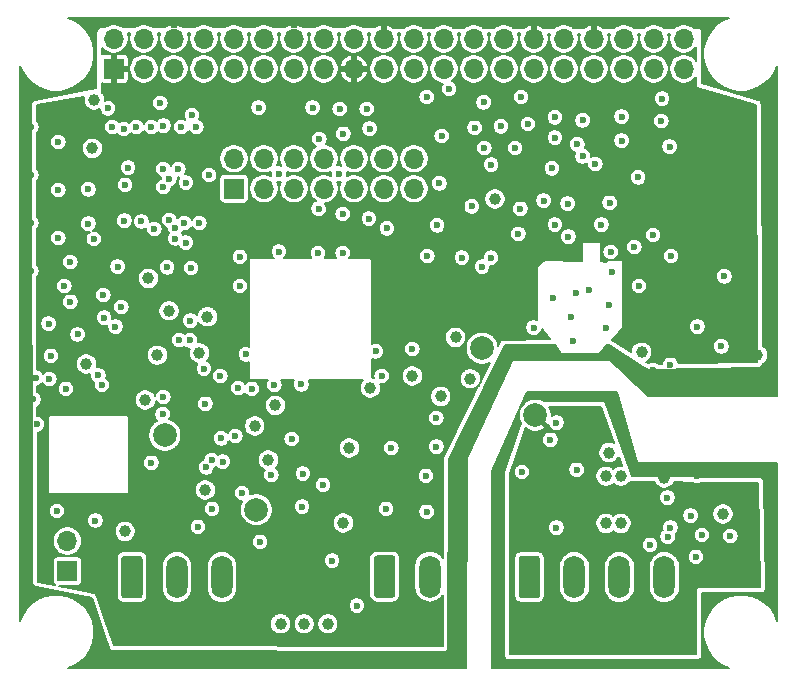
<source format=gbr>
%TF.GenerationSoftware,KiCad,Pcbnew,(5.1.8-0-10_14)*%
%TF.CreationDate,2020-11-27T15:46:17+02:00*%
%TF.ProjectId,SH-RPi,53482d52-5069-42e6-9b69-6361645f7063,revL*%
%TF.SameCoordinates,Original*%
%TF.FileFunction,Copper,L3,Inr*%
%TF.FilePolarity,Positive*%
%FSLAX46Y46*%
G04 Gerber Fmt 4.6, Leading zero omitted, Abs format (unit mm)*
G04 Created by KiCad (PCBNEW (5.1.8-0-10_14)) date 2020-11-27 15:46:17*
%MOMM*%
%LPD*%
G01*
G04 APERTURE LIST*
%TA.AperFunction,ComponentPad*%
%ADD10O,1.800000X3.600000*%
%TD*%
%TA.AperFunction,ComponentPad*%
%ADD11C,2.000000*%
%TD*%
%TA.AperFunction,ComponentPad*%
%ADD12R,1.700000X1.700000*%
%TD*%
%TA.AperFunction,ComponentPad*%
%ADD13O,1.700000X1.700000*%
%TD*%
%TA.AperFunction,ViaPad*%
%ADD14C,0.600000*%
%TD*%
%TA.AperFunction,ViaPad*%
%ADD15C,1.000000*%
%TD*%
%TA.AperFunction,Conductor*%
%ADD16C,0.200000*%
%TD*%
%TA.AperFunction,Conductor*%
%ADD17C,0.150000*%
%TD*%
G04 APERTURE END LIST*
D10*
%TO.N,GND*%
%TO.C,J701*%
X37719000Y-66040000D03*
X33909000Y-66040000D03*
%TO.N,/I/O/Vcap_CONN*%
%TA.AperFunction,ComponentPad*%
G36*
G01*
X29199000Y-67590000D02*
X29199000Y-64490000D01*
G75*
G02*
X29449000Y-64240000I250000J0D01*
G01*
X30749000Y-64240000D01*
G75*
G02*
X30999000Y-64490000I0J-250000D01*
G01*
X30999000Y-67590000D01*
G75*
G02*
X30749000Y-67840000I-250000J0D01*
G01*
X29449000Y-67840000D01*
G75*
G02*
X29199000Y-67590000I0J250000D01*
G01*
G37*
%TD.AperFunction*%
%TD*%
%TO.N,GND*%
%TO.C,J501*%
X55310000Y-66000000D03*
%TO.N,/Protection/Vin*%
%TA.AperFunction,ComponentPad*%
G36*
G01*
X50600000Y-67550000D02*
X50600000Y-64450000D01*
G75*
G02*
X50850000Y-64200000I250000J0D01*
G01*
X52150000Y-64200000D01*
G75*
G02*
X52400000Y-64450000I0J-250000D01*
G01*
X52400000Y-67550000D01*
G75*
G02*
X52150000Y-67800000I-250000J0D01*
G01*
X50850000Y-67800000D01*
G75*
G02*
X50600000Y-67550000I0J250000D01*
G01*
G37*
%TD.AperFunction*%
%TD*%
D11*
%TO.N,/Buck converter/CSAOUT*%
%TO.C,TP302*%
X32893000Y-54038500D03*
%TD*%
%TO.N,/CANbus interface/CAN_5V*%
%TO.C,TP802*%
X64262000Y-52324000D03*
%TD*%
%TO.N,REG3.3V*%
%TO.C,TP301*%
X59753500Y-46672500D03*
%TD*%
D12*
%TO.N,/ATT_Vcc*%
%TO.C,J601*%
X38740000Y-33160000D03*
D13*
%TO.N,GND*%
X38740000Y-30620000D03*
%TO.N,/Control MCU/PB0*%
X41280000Y-33160000D03*
%TO.N,/Control MCU/PA0*%
X41280000Y-30620000D03*
%TO.N,/ATT_LED0*%
X43820000Y-33160000D03*
%TO.N,/Control MCU/VinS*%
X43820000Y-30620000D03*
%TO.N,/Control MCU/RESET*%
X46360000Y-33160000D03*
%TO.N,/Control MCU/VcapS*%
X46360000Y-30620000D03*
%TO.N,/ATT_LED1*%
X48900000Y-33160000D03*
%TO.N,/EN5V*%
X48900000Y-30620000D03*
%TO.N,/ATT_LED2*%
X51440000Y-33160000D03*
%TO.N,/SCL*%
X51440000Y-30620000D03*
%TO.N,/SDA*%
X53980000Y-33160000D03*
%TO.N,/Control MCU/PA5*%
X53980000Y-30620000D03*
%TD*%
D12*
%TO.N,+3V3*%
%TO.C,J702*%
X28573000Y-23012400D03*
D13*
%TO.N,5V*%
X28573000Y-20472400D03*
%TO.N,/SDA*%
X31113000Y-23012400D03*
%TO.N,5V*%
X31113000Y-20472400D03*
%TO.N,/SCL*%
X33653000Y-23012400D03*
%TO.N,GND*%
X33653000Y-20472400D03*
%TO.N,N/C*%
X36193000Y-23012400D03*
X36193000Y-20472400D03*
%TO.N,GND*%
X38733000Y-23012400D03*
%TO.N,N/C*%
X38733000Y-20472400D03*
X41273000Y-23012400D03*
X41273000Y-20472400D03*
X43813000Y-23012400D03*
%TO.N,GND*%
X43813000Y-20472400D03*
%TO.N,N/C*%
X46353000Y-23012400D03*
X46353000Y-20472400D03*
%TO.N,+3V3*%
X48893000Y-23012400D03*
%TO.N,N/C*%
X48893000Y-20472400D03*
%TO.N,/I/O/GPIO10*%
X51433000Y-23012400D03*
%TO.N,GND*%
X51433000Y-20472400D03*
%TO.N,/I/O/GPIO9*%
X53973000Y-23012400D03*
%TO.N,N/C*%
X53973000Y-20472400D03*
%TO.N,/I/O/GPIO11*%
X56513000Y-23012400D03*
%TO.N,N/C*%
X56513000Y-20472400D03*
%TO.N,GND*%
X59053000Y-23012400D03*
%TO.N,N/C*%
X59053000Y-20472400D03*
X61593000Y-23012400D03*
X61593000Y-20472400D03*
%TO.N,/I/O/GPIO5*%
X64133000Y-23012400D03*
%TO.N,GND*%
X64133000Y-20472400D03*
%TO.N,/I/O/GPIO6*%
X66673000Y-23012400D03*
%TO.N,N/C*%
X66673000Y-20472400D03*
X69213000Y-23012400D03*
%TO.N,GND*%
X69213000Y-20472400D03*
%TO.N,N/C*%
X71753000Y-23012400D03*
X71753000Y-20472400D03*
X74293000Y-23012400D03*
X74293000Y-20472400D03*
%TO.N,GND*%
X76833000Y-23012400D03*
%TO.N,N/C*%
X76833000Y-20472400D03*
%TD*%
%TO.N,/CANbus interface/CAN0_12V*%
%TO.C,J801*%
%TA.AperFunction,ComponentPad*%
G36*
G01*
X62854000Y-67590000D02*
X62854000Y-64490000D01*
G75*
G02*
X63104000Y-64240000I250000J0D01*
G01*
X64404000Y-64240000D01*
G75*
G02*
X64654000Y-64490000I0J-250000D01*
G01*
X64654000Y-67590000D01*
G75*
G02*
X64404000Y-67840000I-250000J0D01*
G01*
X63104000Y-67840000D01*
G75*
G02*
X62854000Y-67590000I0J250000D01*
G01*
G37*
%TD.AperFunction*%
D10*
%TO.N,/CANbus interface/CAN0_GND*%
X67564000Y-66040000D03*
%TO.N,/CANbus interface/CAN0_H*%
X71374000Y-66040000D03*
%TO.N,/CANbus interface/CAN0_L*%
X75184000Y-66040000D03*
%TD*%
D12*
%TO.N,GND*%
%TO.C,SW201*%
X24638000Y-65532000D03*
D13*
%TO.N,/Boost converter/ENIN*%
X24638000Y-62992000D03*
%TD*%
D11*
%TO.N,/Vin_prot*%
%TO.C,TP501*%
X40640000Y-60345000D03*
%TD*%
D14*
%TO.N,GND*%
X75755500Y-38862000D03*
X80264000Y-40576500D03*
X77978000Y-44831000D03*
X67297300Y-44030900D03*
X68821300Y-41771898D03*
D15*
X48006000Y-61468000D03*
X48514000Y-55118000D03*
X41656000Y-56134000D03*
X35814000Y-47053500D03*
X36322000Y-58674000D03*
X31242000Y-51054000D03*
D14*
X32512000Y-25908000D03*
X21590000Y-27940002D03*
X21589998Y-32004000D03*
X21590000Y-36068000D03*
X21590000Y-40132000D03*
X21971000Y-49149000D03*
X29210000Y-43180000D03*
X32766000Y-50800000D03*
X34671000Y-37719000D03*
X35179000Y-26924000D03*
X28448000Y-27940000D03*
X69342000Y-31064200D03*
X55880000Y-54991000D03*
X56324500Y-28702000D03*
X21250000Y-67000000D03*
X21250000Y-62000000D03*
X21250000Y-57000000D03*
X21250000Y-52000000D03*
X21250000Y-47000000D03*
X21250000Y-42000000D03*
X21250000Y-37000000D03*
X21250000Y-31000000D03*
X21250000Y-27000000D03*
X21250000Y-24750000D03*
X29750000Y-19000000D03*
X35000000Y-19000000D03*
X40000000Y-19000000D03*
X45250000Y-19000000D03*
X50000000Y-19000000D03*
X55250000Y-19000000D03*
X60000000Y-19000000D03*
X65750000Y-19000000D03*
X70750000Y-19000000D03*
X75500000Y-19000000D03*
X79000000Y-19000000D03*
X84000000Y-25000000D03*
X84328000Y-30000000D03*
X84000000Y-35000000D03*
X84250000Y-40000000D03*
X84000000Y-45000000D03*
X84000000Y-49000000D03*
X65532000Y-46799500D03*
X62250000Y-46750000D03*
X60500000Y-49500000D03*
X58750000Y-53000000D03*
X58000000Y-55250000D03*
X57500000Y-62750000D03*
X57250000Y-67500000D03*
X57250000Y-73000000D03*
X53250000Y-73000000D03*
X49250000Y-73000000D03*
X49149000Y-68453000D03*
X41933000Y-73000000D03*
X33750000Y-73000000D03*
X30250000Y-73000000D03*
X27750000Y-73000000D03*
X26500000Y-68000000D03*
X26500000Y-19250000D03*
X78750000Y-24000000D03*
D15*
X42683000Y-70000000D03*
X46683000Y-70000000D03*
X44683000Y-70000000D03*
D14*
X36381000Y-56750000D03*
D15*
X40500000Y-53250000D03*
X36500000Y-44000000D03*
D14*
X35000000Y-46000000D03*
D15*
X26250000Y-47999996D03*
D14*
X21750000Y-51000000D03*
X27000000Y-61250000D03*
D15*
X32250000Y-47250000D03*
X31500000Y-40750000D03*
X33250000Y-43500000D03*
X26750000Y-29750000D03*
D14*
X60500000Y-39000000D03*
X59750000Y-39750000D03*
D15*
X57500000Y-45750000D03*
X58750000Y-49250000D03*
X56250000Y-50750000D03*
D14*
X25500000Y-45500000D03*
X65775302Y-42381900D03*
X80000000Y-46500000D03*
D15*
X73250000Y-47000000D03*
D14*
X29781500Y-31369000D03*
X26416000Y-33210500D03*
X29527500Y-32829500D03*
X24892000Y-39370000D03*
X26873200Y-37414200D03*
X28892500Y-39751000D03*
X27686000Y-42164000D03*
X24892000Y-42735500D03*
X23050500Y-44577000D03*
X23241000Y-47307500D03*
X24511000Y-50101500D03*
X22047200Y-53111400D03*
X23749000Y-60452000D03*
X39433500Y-58928000D03*
X44513500Y-60071000D03*
X40957500Y-63055500D03*
X43624500Y-54356000D03*
X40259000Y-50101500D03*
X39751000Y-47180500D03*
X39243000Y-41402000D03*
X39243000Y-38925500D03*
X33083500Y-39814500D03*
X33782000Y-36512500D03*
X34671000Y-32639000D03*
X33274000Y-32321500D03*
X28067000Y-26352500D03*
X45974000Y-28956000D03*
X48006000Y-28511500D03*
X50228500Y-28067000D03*
X49974500Y-26416000D03*
X47688500Y-26416000D03*
X45402500Y-26289000D03*
X40830500Y-26289000D03*
X45910500Y-34861500D03*
X47942500Y-35306000D03*
X50165000Y-35687000D03*
X51689000Y-36512500D03*
X47942500Y-38608000D03*
X45847000Y-38608000D03*
X42545000Y-38481000D03*
X59118500Y-28003500D03*
X63627000Y-27686000D03*
X65913000Y-27114500D03*
X68262500Y-27368500D03*
X62547500Y-29718000D03*
X59944000Y-29718000D03*
X65913000Y-28829000D03*
X56134000Y-32702500D03*
X55054500Y-25400000D03*
X56959500Y-24701500D03*
X59880500Y-25844500D03*
X63055500Y-25400000D03*
X58877200Y-34658300D03*
X55943500Y-36258500D03*
X55118000Y-38862000D03*
X50736500Y-46926500D03*
X51244500Y-49022000D03*
X42545000Y-31877000D03*
X47625000Y-31877000D03*
X36639500Y-32004000D03*
X31750000Y-56362600D03*
X37655500Y-54292500D03*
X37592000Y-49022000D03*
X36195000Y-48387000D03*
X35052000Y-44323000D03*
X35115500Y-39878000D03*
X32702500Y-52260500D03*
D15*
X42250000Y-51509510D03*
D14*
X44450000Y-49720500D03*
X42164000Y-49784000D03*
X44577000Y-57277000D03*
X46291500Y-58229500D03*
X51625500Y-60261500D03*
X55054500Y-60515500D03*
X54991000Y-57467500D03*
X47053500Y-64643000D03*
X36893500Y-60261500D03*
X35687000Y-61785500D03*
X62814200Y-36982400D03*
X64122300Y-44919900D03*
X70218300Y-44919900D03*
X70472300Y-43014900D03*
X74993500Y-25527000D03*
X70726300Y-40220900D03*
X67666800Y-41987400D03*
X67487800Y-46062900D03*
X36855487Y-56134000D03*
X70637400Y-38519100D03*
X72500000Y-48250000D03*
X72644000Y-38100000D03*
X69850000Y-36195000D03*
X65913000Y-36195000D03*
X67056000Y-37211000D03*
X74231500Y-37084000D03*
X62992000Y-34861500D03*
X66992500Y-34417000D03*
X64960500Y-34163000D03*
X70548500Y-34353500D03*
X68262500Y-30416500D03*
X61341000Y-27876500D03*
X74241490Y-48514000D03*
X75692000Y-48069500D03*
X77851000Y-48641000D03*
X75120500Y-50165000D03*
X78676500Y-50292000D03*
X73025000Y-41402000D03*
X72961500Y-32194500D03*
X75628500Y-29591000D03*
X71564500Y-27051000D03*
X71564500Y-29083000D03*
D15*
X60833000Y-34036000D03*
D14*
X27749500Y-44069000D03*
X37500000Y-73000000D03*
X47000000Y-73000000D03*
X27562996Y-49780000D03*
X26416000Y-36118800D03*
D15*
X29527500Y-62166500D03*
D14*
%TO.N,/Buck converter/FB*%
X41910000Y-57404000D03*
X52070000Y-55118000D03*
%TO.N,/ATT_Vcc*%
X58039000Y-38989000D03*
%TO.N,/EN5V*%
X32766000Y-27813186D03*
X23876000Y-33274000D03*
X32766000Y-31496000D03*
X28711331Y-44840331D03*
%TO.N,/SCL*%
X34290000Y-27940000D03*
%TO.N,/SDA*%
X35814000Y-36068000D03*
%TO.N,/ATT_LED1*%
X33274000Y-35814000D03*
X23876000Y-37338000D03*
X32766000Y-33020000D03*
%TO.N,/ATT_LED0*%
X30906246Y-35930857D03*
X24384000Y-41402000D03*
%TO.N,/RTC/VBAT*%
X74930000Y-27432000D03*
X60515500Y-31115000D03*
D15*
%TO.N,5V*%
X26924000Y-25654000D03*
D14*
%TO.N,/CS0*%
X65659000Y-31432500D03*
X67818000Y-29400500D03*
%TO.N,REG3.3V*%
X53848000Y-46736000D03*
X34120098Y-45977778D03*
%TO.N,/ATT_LED2*%
X34544000Y-36068000D03*
X34036000Y-31496000D03*
X23876000Y-29210000D03*
%TO.N,/Boost converter/ENIN*%
X27254200Y-48971200D03*
%TO.N,/Buck converter/Vout*%
X55880000Y-52578000D03*
X39116000Y-50037994D03*
%TO.N,/Buck converter/CSAOUT*%
X36322000Y-51371500D03*
X38862000Y-54102000D03*
D15*
%TO.N,/Vin_prot*%
X53848000Y-49022000D03*
X50292000Y-50038000D03*
%TO.N,/CANbus interface/CAN0_GND*%
X75184000Y-57658000D03*
D14*
X75438000Y-59309000D03*
X75692000Y-61849000D03*
X71120000Y-52070000D03*
X66040000Y-52959000D03*
X63119000Y-57150000D03*
D15*
X80137000Y-60706000D03*
D14*
X61250000Y-68500000D03*
X84000000Y-57250000D03*
X80500000Y-57250000D03*
X71250000Y-53500000D03*
X62250000Y-54500000D03*
X61500000Y-56500000D03*
X61250000Y-60250000D03*
X61250000Y-65750000D03*
X61250000Y-71000000D03*
X61250000Y-73500000D03*
X64250000Y-73500000D03*
X68500000Y-73500000D03*
X72750000Y-73500000D03*
X77000000Y-73500000D03*
X79000000Y-73500000D03*
X78750000Y-68000000D03*
X84250000Y-67750000D03*
X84250000Y-63000000D03*
X84250000Y-60000000D03*
D15*
X71500000Y-61500000D03*
X70250000Y-61500000D03*
X71500000Y-57500000D03*
X70250000Y-57500000D03*
X70500000Y-55500000D03*
D14*
X66040000Y-61849000D03*
X67754500Y-56959500D03*
X65532000Y-54419500D03*
X73977500Y-63309500D03*
X77851000Y-64325500D03*
X77406500Y-60833000D03*
X80772000Y-62560200D03*
X77914500Y-57467500D03*
D15*
%TO.N,/CANbus interface/CAN_5V*%
X80772000Y-58500000D03*
D14*
X69000000Y-52000000D03*
%TO.N,/Control MCU/PB0*%
X29464000Y-35868998D03*
%TO.N,/Control MCU/PA0*%
X29411016Y-28108978D03*
%TO.N,/Control MCU/RESET*%
X32004000Y-36576000D03*
%TO.N,/Control MCU/VcapS*%
X31750000Y-27940000D03*
X23114000Y-49276000D03*
%TO.N,/Control MCU/PA5*%
X35560000Y-27940000D03*
%TO.N,/CANbus interface/CAN0_H*%
X75469237Y-62617373D03*
X78358996Y-62484000D03*
D15*
%TO.N,+3V3*%
X83058000Y-47244000D03*
D14*
X24130000Y-40132000D03*
X24003000Y-49149000D03*
X32766000Y-48260000D03*
X36957000Y-26162000D03*
X26670000Y-28448000D03*
X56769000Y-52578000D03*
X38735000Y-56134000D03*
X56324500Y-31242000D03*
X28952154Y-36968989D03*
X36068000Y-37846000D03*
X62664510Y-31904811D03*
X69342000Y-28694010D03*
X26860500Y-43878500D03*
X23952200Y-36499800D03*
X23901400Y-32308800D03*
X23012400Y-27101800D03*
%TO.N,/Control MCU/VinS*%
X30480000Y-27940000D03*
X33782000Y-37376013D03*
X37782500Y-56261000D03*
%TD*%
D16*
%TO.N,+3V3*%
X29957358Y-19995960D02*
X29911037Y-20107789D01*
X29863000Y-20349286D01*
X29863000Y-20595514D01*
X29911037Y-20837011D01*
X30005265Y-21064497D01*
X30142062Y-21269228D01*
X30316172Y-21443338D01*
X30520903Y-21580135D01*
X30748389Y-21674363D01*
X30989886Y-21722400D01*
X31236114Y-21722400D01*
X31477611Y-21674363D01*
X31705097Y-21580135D01*
X31909828Y-21443338D01*
X32083938Y-21269228D01*
X32220735Y-21064497D01*
X32314963Y-20837011D01*
X32363000Y-20595514D01*
X32363000Y-20349286D01*
X32314963Y-20107789D01*
X32269249Y-19997425D01*
X32496692Y-19997569D01*
X32451037Y-20107789D01*
X32403000Y-20349286D01*
X32403000Y-20595514D01*
X32451037Y-20837011D01*
X32545265Y-21064497D01*
X32682062Y-21269228D01*
X32856172Y-21443338D01*
X33060903Y-21580135D01*
X33288389Y-21674363D01*
X33529886Y-21722400D01*
X33776114Y-21722400D01*
X34017611Y-21674363D01*
X34245097Y-21580135D01*
X34449828Y-21443338D01*
X34623938Y-21269228D01*
X34760735Y-21064497D01*
X34854963Y-20837011D01*
X34903000Y-20595514D01*
X34903000Y-20349286D01*
X34854963Y-20107789D01*
X34809915Y-19999034D01*
X35036025Y-19999178D01*
X34991037Y-20107789D01*
X34943000Y-20349286D01*
X34943000Y-20595514D01*
X34991037Y-20837011D01*
X35085265Y-21064497D01*
X35222062Y-21269228D01*
X35396172Y-21443338D01*
X35600903Y-21580135D01*
X35828389Y-21674363D01*
X36069886Y-21722400D01*
X36316114Y-21722400D01*
X36557611Y-21674363D01*
X36785097Y-21580135D01*
X36989828Y-21443338D01*
X37163938Y-21269228D01*
X37300735Y-21064497D01*
X37394963Y-20837011D01*
X37443000Y-20595514D01*
X37443000Y-20349286D01*
X37394963Y-20107789D01*
X37350582Y-20000644D01*
X37575359Y-20000786D01*
X37531037Y-20107789D01*
X37483000Y-20349286D01*
X37483000Y-20595514D01*
X37531037Y-20837011D01*
X37625265Y-21064497D01*
X37762062Y-21269228D01*
X37936172Y-21443338D01*
X38140903Y-21580135D01*
X38368389Y-21674363D01*
X38609886Y-21722400D01*
X38856114Y-21722400D01*
X39097611Y-21674363D01*
X39325097Y-21580135D01*
X39529828Y-21443338D01*
X39703938Y-21269228D01*
X39840735Y-21064497D01*
X39934963Y-20837011D01*
X39983000Y-20595514D01*
X39983000Y-20349286D01*
X39934963Y-20107789D01*
X39891249Y-20002253D01*
X40114693Y-20002395D01*
X40071037Y-20107789D01*
X40023000Y-20349286D01*
X40023000Y-20595514D01*
X40071037Y-20837011D01*
X40165265Y-21064497D01*
X40302062Y-21269228D01*
X40476172Y-21443338D01*
X40680903Y-21580135D01*
X40908389Y-21674363D01*
X41149886Y-21722400D01*
X41396114Y-21722400D01*
X41637611Y-21674363D01*
X41865097Y-21580135D01*
X42069828Y-21443338D01*
X42243938Y-21269228D01*
X42380735Y-21064497D01*
X42474963Y-20837011D01*
X42523000Y-20595514D01*
X42523000Y-20349286D01*
X42474963Y-20107789D01*
X42431915Y-20003863D01*
X42654027Y-20004003D01*
X42611037Y-20107789D01*
X42563000Y-20349286D01*
X42563000Y-20595514D01*
X42611037Y-20837011D01*
X42705265Y-21064497D01*
X42842062Y-21269228D01*
X43016172Y-21443338D01*
X43220903Y-21580135D01*
X43448389Y-21674363D01*
X43689886Y-21722400D01*
X43936114Y-21722400D01*
X44177611Y-21674363D01*
X44405097Y-21580135D01*
X44609828Y-21443338D01*
X44783938Y-21269228D01*
X44920735Y-21064497D01*
X45014963Y-20837011D01*
X45063000Y-20595514D01*
X45063000Y-20349286D01*
X45014963Y-20107789D01*
X44972582Y-20005472D01*
X45193360Y-20005612D01*
X45151037Y-20107789D01*
X45103000Y-20349286D01*
X45103000Y-20595514D01*
X45151037Y-20837011D01*
X45245265Y-21064497D01*
X45382062Y-21269228D01*
X45556172Y-21443338D01*
X45760903Y-21580135D01*
X45988389Y-21674363D01*
X46229886Y-21722400D01*
X46476114Y-21722400D01*
X46717611Y-21674363D01*
X46945097Y-21580135D01*
X47149828Y-21443338D01*
X47323938Y-21269228D01*
X47460735Y-21064497D01*
X47554963Y-20837011D01*
X47603000Y-20595514D01*
X47603000Y-20349286D01*
X47554963Y-20107789D01*
X47513249Y-20007082D01*
X47732694Y-20007221D01*
X47691037Y-20107789D01*
X47643000Y-20349286D01*
X47643000Y-20595514D01*
X47691037Y-20837011D01*
X47785265Y-21064497D01*
X47922062Y-21269228D01*
X48096172Y-21443338D01*
X48300903Y-21580135D01*
X48528389Y-21674363D01*
X48769886Y-21722400D01*
X49016114Y-21722400D01*
X49257611Y-21674363D01*
X49485097Y-21580135D01*
X49689828Y-21443338D01*
X49863938Y-21269228D01*
X50000735Y-21064497D01*
X50094963Y-20837011D01*
X50143000Y-20595514D01*
X50143000Y-20349286D01*
X50094963Y-20107789D01*
X50053915Y-20008691D01*
X50272028Y-20008829D01*
X50231037Y-20107789D01*
X50183000Y-20349286D01*
X50183000Y-20595514D01*
X50231037Y-20837011D01*
X50325265Y-21064497D01*
X50462062Y-21269228D01*
X50636172Y-21443338D01*
X50840903Y-21580135D01*
X51068389Y-21674363D01*
X51309886Y-21722400D01*
X51556114Y-21722400D01*
X51797611Y-21674363D01*
X52025097Y-21580135D01*
X52229828Y-21443338D01*
X52403938Y-21269228D01*
X52540735Y-21064497D01*
X52634963Y-20837011D01*
X52683000Y-20595514D01*
X52683000Y-20349286D01*
X52634963Y-20107789D01*
X52594582Y-20010301D01*
X52811361Y-20010438D01*
X52771037Y-20107789D01*
X52723000Y-20349286D01*
X52723000Y-20595514D01*
X52771037Y-20837011D01*
X52865265Y-21064497D01*
X53002062Y-21269228D01*
X53176172Y-21443338D01*
X53380903Y-21580135D01*
X53608389Y-21674363D01*
X53849886Y-21722400D01*
X54096114Y-21722400D01*
X54337611Y-21674363D01*
X54565097Y-21580135D01*
X54769828Y-21443338D01*
X54943938Y-21269228D01*
X55080735Y-21064497D01*
X55174963Y-20837011D01*
X55223000Y-20595514D01*
X55223000Y-20349286D01*
X55174963Y-20107789D01*
X55135249Y-20011910D01*
X55350695Y-20012046D01*
X55311037Y-20107789D01*
X55263000Y-20349286D01*
X55263000Y-20595514D01*
X55311037Y-20837011D01*
X55405265Y-21064497D01*
X55542062Y-21269228D01*
X55716172Y-21443338D01*
X55920903Y-21580135D01*
X56148389Y-21674363D01*
X56389886Y-21722400D01*
X56636114Y-21722400D01*
X56877611Y-21674363D01*
X57105097Y-21580135D01*
X57309828Y-21443338D01*
X57483938Y-21269228D01*
X57620735Y-21064497D01*
X57714963Y-20837011D01*
X57763000Y-20595514D01*
X57763000Y-20349286D01*
X57714963Y-20107789D01*
X57675915Y-20013519D01*
X57890029Y-20013655D01*
X57851037Y-20107789D01*
X57803000Y-20349286D01*
X57803000Y-20595514D01*
X57851037Y-20837011D01*
X57945265Y-21064497D01*
X58082062Y-21269228D01*
X58256172Y-21443338D01*
X58460903Y-21580135D01*
X58688389Y-21674363D01*
X58929886Y-21722400D01*
X59176114Y-21722400D01*
X59417611Y-21674363D01*
X59645097Y-21580135D01*
X59849828Y-21443338D01*
X60023938Y-21269228D01*
X60160735Y-21064497D01*
X60254963Y-20837011D01*
X60303000Y-20595514D01*
X60303000Y-20349286D01*
X60254963Y-20107789D01*
X60216582Y-20015129D01*
X60429362Y-20015264D01*
X60391037Y-20107789D01*
X60343000Y-20349286D01*
X60343000Y-20595514D01*
X60391037Y-20837011D01*
X60485265Y-21064497D01*
X60622062Y-21269228D01*
X60796172Y-21443338D01*
X61000903Y-21580135D01*
X61228389Y-21674363D01*
X61469886Y-21722400D01*
X61716114Y-21722400D01*
X61957611Y-21674363D01*
X62185097Y-21580135D01*
X62389828Y-21443338D01*
X62563938Y-21269228D01*
X62700735Y-21064497D01*
X62794963Y-20837011D01*
X62843000Y-20595514D01*
X62843000Y-20349286D01*
X62794963Y-20107789D01*
X62757249Y-20016738D01*
X62968696Y-20016872D01*
X62931037Y-20107789D01*
X62883000Y-20349286D01*
X62883000Y-20595514D01*
X62931037Y-20837011D01*
X63025265Y-21064497D01*
X63162062Y-21269228D01*
X63336172Y-21443338D01*
X63540903Y-21580135D01*
X63768389Y-21674363D01*
X64009886Y-21722400D01*
X64256114Y-21722400D01*
X64497611Y-21674363D01*
X64725097Y-21580135D01*
X64929828Y-21443338D01*
X65103938Y-21269228D01*
X65240735Y-21064497D01*
X65334963Y-20837011D01*
X65383000Y-20595514D01*
X65383000Y-20349286D01*
X65334963Y-20107789D01*
X65297915Y-20018348D01*
X65508030Y-20018481D01*
X65471037Y-20107789D01*
X65423000Y-20349286D01*
X65423000Y-20595514D01*
X65471037Y-20837011D01*
X65565265Y-21064497D01*
X65702062Y-21269228D01*
X65876172Y-21443338D01*
X66080903Y-21580135D01*
X66308389Y-21674363D01*
X66549886Y-21722400D01*
X66796114Y-21722400D01*
X67037611Y-21674363D01*
X67265097Y-21580135D01*
X67469828Y-21443338D01*
X67643938Y-21269228D01*
X67780735Y-21064497D01*
X67874963Y-20837011D01*
X67923000Y-20595514D01*
X67923000Y-20349286D01*
X67874963Y-20107789D01*
X67838582Y-20019957D01*
X68047363Y-20020090D01*
X68011037Y-20107789D01*
X67963000Y-20349286D01*
X67963000Y-20595514D01*
X68011037Y-20837011D01*
X68105265Y-21064497D01*
X68242062Y-21269228D01*
X68416172Y-21443338D01*
X68620903Y-21580135D01*
X68848389Y-21674363D01*
X69089886Y-21722400D01*
X69336114Y-21722400D01*
X69577611Y-21674363D01*
X69805097Y-21580135D01*
X70009828Y-21443338D01*
X70183938Y-21269228D01*
X70320735Y-21064497D01*
X70414963Y-20837011D01*
X70463000Y-20595514D01*
X70463000Y-20349286D01*
X70414963Y-20107789D01*
X70379248Y-20021567D01*
X70586697Y-20021698D01*
X70551037Y-20107789D01*
X70503000Y-20349286D01*
X70503000Y-20595514D01*
X70551037Y-20837011D01*
X70645265Y-21064497D01*
X70782062Y-21269228D01*
X70956172Y-21443338D01*
X71160903Y-21580135D01*
X71388389Y-21674363D01*
X71629886Y-21722400D01*
X71876114Y-21722400D01*
X72117611Y-21674363D01*
X72345097Y-21580135D01*
X72549828Y-21443338D01*
X72723938Y-21269228D01*
X72860735Y-21064497D01*
X72954963Y-20837011D01*
X73003000Y-20595514D01*
X73003000Y-20349286D01*
X72954963Y-20107789D01*
X72919915Y-20023176D01*
X73126031Y-20023307D01*
X73091037Y-20107789D01*
X73043000Y-20349286D01*
X73043000Y-20595514D01*
X73091037Y-20837011D01*
X73185265Y-21064497D01*
X73322062Y-21269228D01*
X73496172Y-21443338D01*
X73700903Y-21580135D01*
X73928389Y-21674363D01*
X74169886Y-21722400D01*
X74416114Y-21722400D01*
X74657611Y-21674363D01*
X74885097Y-21580135D01*
X75089828Y-21443338D01*
X75263938Y-21269228D01*
X75400735Y-21064497D01*
X75494963Y-20837011D01*
X75543000Y-20595514D01*
X75543000Y-20349286D01*
X75494963Y-20107789D01*
X75460582Y-20024786D01*
X75665364Y-20024915D01*
X75631037Y-20107789D01*
X75583000Y-20349286D01*
X75583000Y-20595514D01*
X75631037Y-20837011D01*
X75725265Y-21064497D01*
X75862062Y-21269228D01*
X76036172Y-21443338D01*
X76240903Y-21580135D01*
X76468389Y-21674363D01*
X76709886Y-21722400D01*
X76956114Y-21722400D01*
X77197611Y-21674363D01*
X77425097Y-21580135D01*
X77629828Y-21443338D01*
X77803938Y-21269228D01*
X77900035Y-21125409D01*
X77900022Y-22359372D01*
X77803938Y-22215572D01*
X77629828Y-22041462D01*
X77425097Y-21904665D01*
X77197611Y-21810437D01*
X76956114Y-21762400D01*
X76709886Y-21762400D01*
X76468389Y-21810437D01*
X76240903Y-21904665D01*
X76036172Y-22041462D01*
X75862062Y-22215572D01*
X75725265Y-22420303D01*
X75631037Y-22647789D01*
X75583000Y-22889286D01*
X75583000Y-23135514D01*
X75631037Y-23377011D01*
X75725265Y-23604497D01*
X75862062Y-23809228D01*
X76036172Y-23983338D01*
X76240903Y-24120135D01*
X76468389Y-24214363D01*
X76709886Y-24262400D01*
X76956114Y-24262400D01*
X77197611Y-24214363D01*
X77425097Y-24120135D01*
X77629828Y-23983338D01*
X77803938Y-23809228D01*
X77900009Y-23665448D01*
X77900000Y-24499999D01*
X77901921Y-24519508D01*
X77907612Y-24538267D01*
X77916852Y-24555556D01*
X77929289Y-24570710D01*
X77944442Y-24583146D01*
X77961731Y-24592388D01*
X77971347Y-24595807D01*
X82915715Y-26074507D01*
X83033218Y-47812154D01*
X76380164Y-47941051D01*
X76365099Y-47865318D01*
X76312332Y-47737926D01*
X76235726Y-47623276D01*
X76138224Y-47525774D01*
X76023574Y-47449168D01*
X75896182Y-47396401D01*
X75760944Y-47369500D01*
X75623056Y-47369500D01*
X75487818Y-47396401D01*
X75360426Y-47449168D01*
X75245776Y-47525774D01*
X75148274Y-47623276D01*
X75071668Y-47737926D01*
X75018901Y-47865318D01*
X74998512Y-47967820D01*
X74691213Y-47973773D01*
X74687714Y-47970274D01*
X74573064Y-47893668D01*
X74445672Y-47840901D01*
X74310434Y-47814000D01*
X74172546Y-47814000D01*
X74037308Y-47840901D01*
X73909916Y-47893668D01*
X73829003Y-47947732D01*
X73625463Y-47818631D01*
X73676310Y-47797570D01*
X73823717Y-47699076D01*
X73949076Y-47573717D01*
X74047570Y-47426310D01*
X74115414Y-47262520D01*
X74150000Y-47088642D01*
X74150000Y-46911358D01*
X74115414Y-46737480D01*
X74047570Y-46573690D01*
X73952266Y-46431056D01*
X79300000Y-46431056D01*
X79300000Y-46568944D01*
X79326901Y-46704182D01*
X79379668Y-46831574D01*
X79456274Y-46946224D01*
X79553776Y-47043726D01*
X79668426Y-47120332D01*
X79795818Y-47173099D01*
X79931056Y-47200000D01*
X80068944Y-47200000D01*
X80204182Y-47173099D01*
X80331574Y-47120332D01*
X80446224Y-47043726D01*
X80543726Y-46946224D01*
X80620332Y-46831574D01*
X80673099Y-46704182D01*
X80700000Y-46568944D01*
X80700000Y-46431056D01*
X80673099Y-46295818D01*
X80620332Y-46168426D01*
X80543726Y-46053776D01*
X80446224Y-45956274D01*
X80331574Y-45879668D01*
X80204182Y-45826901D01*
X80068944Y-45800000D01*
X79931056Y-45800000D01*
X79795818Y-45826901D01*
X79668426Y-45879668D01*
X79553776Y-45956274D01*
X79456274Y-46053776D01*
X79379668Y-46168426D01*
X79326901Y-46295818D01*
X79300000Y-46431056D01*
X73952266Y-46431056D01*
X73949076Y-46426283D01*
X73823717Y-46300924D01*
X73676310Y-46202430D01*
X73512520Y-46134586D01*
X73338642Y-46100000D01*
X73161358Y-46100000D01*
X72987480Y-46134586D01*
X72823690Y-46202430D01*
X72676283Y-46300924D01*
X72550924Y-46426283D01*
X72452430Y-46573690D01*
X72384586Y-46737480D01*
X72350000Y-46911358D01*
X72350000Y-47009638D01*
X70744336Y-45991206D01*
X71688120Y-44988436D01*
X71698447Y-44975457D01*
X71707688Y-44958168D01*
X71713379Y-44939409D01*
X71715300Y-44919900D01*
X71715300Y-44762056D01*
X77278000Y-44762056D01*
X77278000Y-44899944D01*
X77304901Y-45035182D01*
X77357668Y-45162574D01*
X77434274Y-45277224D01*
X77531776Y-45374726D01*
X77646426Y-45451332D01*
X77773818Y-45504099D01*
X77909056Y-45531000D01*
X78046944Y-45531000D01*
X78182182Y-45504099D01*
X78309574Y-45451332D01*
X78424224Y-45374726D01*
X78521726Y-45277224D01*
X78598332Y-45162574D01*
X78651099Y-45035182D01*
X78678000Y-44899944D01*
X78678000Y-44762056D01*
X78651099Y-44626818D01*
X78598332Y-44499426D01*
X78521726Y-44384776D01*
X78424224Y-44287274D01*
X78309574Y-44210668D01*
X78182182Y-44157901D01*
X78046944Y-44131000D01*
X77909056Y-44131000D01*
X77773818Y-44157901D01*
X77646426Y-44210668D01*
X77531776Y-44287274D01*
X77434274Y-44384776D01*
X77357668Y-44499426D01*
X77304901Y-44626818D01*
X77278000Y-44762056D01*
X71715300Y-44762056D01*
X71715300Y-41333056D01*
X72325000Y-41333056D01*
X72325000Y-41470944D01*
X72351901Y-41606182D01*
X72404668Y-41733574D01*
X72481274Y-41848224D01*
X72578776Y-41945726D01*
X72693426Y-42022332D01*
X72820818Y-42075099D01*
X72956056Y-42102000D01*
X73093944Y-42102000D01*
X73229182Y-42075099D01*
X73356574Y-42022332D01*
X73471224Y-41945726D01*
X73568726Y-41848224D01*
X73645332Y-41733574D01*
X73698099Y-41606182D01*
X73725000Y-41470944D01*
X73725000Y-41333056D01*
X73698099Y-41197818D01*
X73645332Y-41070426D01*
X73568726Y-40955776D01*
X73471224Y-40858274D01*
X73356574Y-40781668D01*
X73229182Y-40728901D01*
X73093944Y-40702000D01*
X72956056Y-40702000D01*
X72820818Y-40728901D01*
X72693426Y-40781668D01*
X72578776Y-40858274D01*
X72481274Y-40955776D01*
X72404668Y-41070426D01*
X72351901Y-41197818D01*
X72325000Y-41333056D01*
X71715300Y-41333056D01*
X71715300Y-40507556D01*
X79564000Y-40507556D01*
X79564000Y-40645444D01*
X79590901Y-40780682D01*
X79643668Y-40908074D01*
X79720274Y-41022724D01*
X79817776Y-41120226D01*
X79932426Y-41196832D01*
X80059818Y-41249599D01*
X80195056Y-41276500D01*
X80332944Y-41276500D01*
X80468182Y-41249599D01*
X80595574Y-41196832D01*
X80710224Y-41120226D01*
X80807726Y-41022724D01*
X80884332Y-40908074D01*
X80937099Y-40780682D01*
X80964000Y-40645444D01*
X80964000Y-40507556D01*
X80937099Y-40372318D01*
X80884332Y-40244926D01*
X80807726Y-40130276D01*
X80710224Y-40032774D01*
X80595574Y-39956168D01*
X80468182Y-39903401D01*
X80332944Y-39876500D01*
X80195056Y-39876500D01*
X80059818Y-39903401D01*
X79932426Y-39956168D01*
X79817776Y-40032774D01*
X79720274Y-40130276D01*
X79643668Y-40244926D01*
X79590901Y-40372318D01*
X79564000Y-40507556D01*
X71715300Y-40507556D01*
X71715300Y-39331900D01*
X71713379Y-39312391D01*
X71707688Y-39293632D01*
X71698447Y-39276343D01*
X71686011Y-39261189D01*
X71670857Y-39248753D01*
X71653568Y-39239512D01*
X71634809Y-39233821D01*
X71615300Y-39231900D01*
X70345300Y-39231900D01*
X70325791Y-39233821D01*
X70307032Y-39239512D01*
X70289743Y-39248753D01*
X70274589Y-39261189D01*
X70262153Y-39276343D01*
X70252912Y-39293632D01*
X70247221Y-39312391D01*
X70245300Y-39331900D01*
X70245300Y-39362975D01*
X70230703Y-39359672D01*
X69810300Y-39307122D01*
X69810300Y-38450156D01*
X69937400Y-38450156D01*
X69937400Y-38588044D01*
X69964301Y-38723282D01*
X70017068Y-38850674D01*
X70093674Y-38965324D01*
X70191176Y-39062826D01*
X70305826Y-39139432D01*
X70433218Y-39192199D01*
X70568456Y-39219100D01*
X70706344Y-39219100D01*
X70841582Y-39192199D01*
X70968974Y-39139432D01*
X71083624Y-39062826D01*
X71181126Y-38965324D01*
X71257732Y-38850674D01*
X71310499Y-38723282D01*
X71337400Y-38588044D01*
X71337400Y-38450156D01*
X71310499Y-38314918D01*
X71257732Y-38187526D01*
X71181126Y-38072876D01*
X71139306Y-38031056D01*
X71944000Y-38031056D01*
X71944000Y-38168944D01*
X71970901Y-38304182D01*
X72023668Y-38431574D01*
X72100274Y-38546224D01*
X72197776Y-38643726D01*
X72312426Y-38720332D01*
X72439818Y-38773099D01*
X72575056Y-38800000D01*
X72712944Y-38800000D01*
X72747853Y-38793056D01*
X75055500Y-38793056D01*
X75055500Y-38930944D01*
X75082401Y-39066182D01*
X75135168Y-39193574D01*
X75211774Y-39308224D01*
X75309276Y-39405726D01*
X75423926Y-39482332D01*
X75551318Y-39535099D01*
X75686556Y-39562000D01*
X75824444Y-39562000D01*
X75959682Y-39535099D01*
X76087074Y-39482332D01*
X76201724Y-39405726D01*
X76299226Y-39308224D01*
X76375832Y-39193574D01*
X76428599Y-39066182D01*
X76455500Y-38930944D01*
X76455500Y-38793056D01*
X76428599Y-38657818D01*
X76375832Y-38530426D01*
X76299226Y-38415776D01*
X76201724Y-38318274D01*
X76087074Y-38241668D01*
X75959682Y-38188901D01*
X75824444Y-38162000D01*
X75686556Y-38162000D01*
X75551318Y-38188901D01*
X75423926Y-38241668D01*
X75309276Y-38318274D01*
X75211774Y-38415776D01*
X75135168Y-38530426D01*
X75082401Y-38657818D01*
X75055500Y-38793056D01*
X72747853Y-38793056D01*
X72848182Y-38773099D01*
X72975574Y-38720332D01*
X73090224Y-38643726D01*
X73187726Y-38546224D01*
X73264332Y-38431574D01*
X73317099Y-38304182D01*
X73344000Y-38168944D01*
X73344000Y-38031056D01*
X73317099Y-37895818D01*
X73264332Y-37768426D01*
X73187726Y-37653776D01*
X73090224Y-37556274D01*
X72975574Y-37479668D01*
X72848182Y-37426901D01*
X72712944Y-37400000D01*
X72575056Y-37400000D01*
X72439818Y-37426901D01*
X72312426Y-37479668D01*
X72197776Y-37556274D01*
X72100274Y-37653776D01*
X72023668Y-37768426D01*
X71970901Y-37895818D01*
X71944000Y-38031056D01*
X71139306Y-38031056D01*
X71083624Y-37975374D01*
X70968974Y-37898768D01*
X70841582Y-37846001D01*
X70706344Y-37819100D01*
X70568456Y-37819100D01*
X70433218Y-37846001D01*
X70305826Y-37898768D01*
X70191176Y-37975374D01*
X70093674Y-38072876D01*
X70017068Y-38187526D01*
X69964301Y-38314918D01*
X69937400Y-38450156D01*
X69810300Y-38450156D01*
X69810300Y-37744400D01*
X69807910Y-37722668D01*
X69801795Y-37704042D01*
X69792163Y-37686968D01*
X69779386Y-37672101D01*
X69763953Y-37660012D01*
X69746459Y-37651166D01*
X69727576Y-37645904D01*
X69708028Y-37644426D01*
X68311028Y-37676176D01*
X68293791Y-37678071D01*
X68275032Y-37683762D01*
X68257743Y-37693003D01*
X68242589Y-37705439D01*
X68230153Y-37720593D01*
X68220912Y-37737882D01*
X68215221Y-37756641D01*
X68213300Y-37776150D01*
X68213300Y-39262684D01*
X65012261Y-39231905D01*
X64991791Y-39233821D01*
X64973032Y-39239512D01*
X64955743Y-39248753D01*
X64940589Y-39261189D01*
X64432589Y-39769189D01*
X64420153Y-39784343D01*
X64410912Y-39801632D01*
X64405221Y-39820391D01*
X64403300Y-39839900D01*
X64403300Y-44278620D01*
X64326482Y-44246801D01*
X64191244Y-44219900D01*
X64053356Y-44219900D01*
X63918118Y-44246801D01*
X63790726Y-44299568D01*
X63676076Y-44376174D01*
X63578574Y-44473676D01*
X63501968Y-44588326D01*
X63449201Y-44715718D01*
X63422300Y-44850956D01*
X63422300Y-44988844D01*
X63449201Y-45124082D01*
X63501968Y-45251474D01*
X63578574Y-45366124D01*
X63676076Y-45463626D01*
X63790726Y-45540232D01*
X63918118Y-45592999D01*
X64053356Y-45619900D01*
X64191244Y-45619900D01*
X64326482Y-45592999D01*
X64453874Y-45540232D01*
X64568524Y-45463626D01*
X64666026Y-45366124D01*
X64742632Y-45251474D01*
X64795399Y-45124082D01*
X64821236Y-44994195D01*
X65522924Y-45915161D01*
X61456138Y-45927375D01*
X61436635Y-45929356D01*
X61417892Y-45935102D01*
X61400632Y-45944395D01*
X61385515Y-45956877D01*
X61373125Y-45972068D01*
X61366781Y-45983085D01*
X61136514Y-46449219D01*
X61099699Y-46264135D01*
X60994164Y-46009351D01*
X60840951Y-45780052D01*
X60645948Y-45585049D01*
X60416649Y-45431836D01*
X60161865Y-45326301D01*
X59891388Y-45272500D01*
X59615612Y-45272500D01*
X59345135Y-45326301D01*
X59090351Y-45431836D01*
X58861052Y-45585049D01*
X58666049Y-45780052D01*
X58512836Y-46009351D01*
X58407301Y-46264135D01*
X58353500Y-46534612D01*
X58353500Y-46810388D01*
X58407301Y-47080865D01*
X58512836Y-47335649D01*
X58666049Y-47564948D01*
X58861052Y-47759951D01*
X59090351Y-47913164D01*
X59345135Y-48018699D01*
X59615612Y-48072500D01*
X59891388Y-48072500D01*
X60161865Y-48018699D01*
X60412485Y-47914889D01*
X59574636Y-49610967D01*
X59615414Y-49512520D01*
X59650000Y-49338642D01*
X59650000Y-49161358D01*
X59615414Y-48987480D01*
X59547570Y-48823690D01*
X59449076Y-48676283D01*
X59323717Y-48550924D01*
X59176310Y-48452430D01*
X59012520Y-48384586D01*
X58838642Y-48350000D01*
X58661358Y-48350000D01*
X58487480Y-48384586D01*
X58323690Y-48452430D01*
X58176283Y-48550924D01*
X58050924Y-48676283D01*
X57952430Y-48823690D01*
X57884586Y-48987480D01*
X57850000Y-49161358D01*
X57850000Y-49338642D01*
X57884586Y-49512520D01*
X57952430Y-49676310D01*
X58050924Y-49823717D01*
X58176283Y-49949076D01*
X58323690Y-50047570D01*
X58487480Y-50115414D01*
X58661358Y-50150000D01*
X58838642Y-50150000D01*
X59012520Y-50115414D01*
X59176310Y-50047570D01*
X59323717Y-49949076D01*
X59449076Y-49823717D01*
X59527573Y-49706238D01*
X56453906Y-55928335D01*
X56446988Y-55946677D01*
X56443563Y-55972353D01*
X56420602Y-64420029D01*
X56396140Y-64374264D01*
X56233687Y-64176313D01*
X56035735Y-64013860D01*
X55809895Y-63893145D01*
X55564844Y-63818810D01*
X55310000Y-63793710D01*
X55055155Y-63818810D01*
X54810104Y-63893145D01*
X54584264Y-64013860D01*
X54386313Y-64176313D01*
X54223860Y-64374265D01*
X54103145Y-64600105D01*
X54028810Y-64845156D01*
X54010000Y-65036137D01*
X54010000Y-66963864D01*
X54028811Y-67154845D01*
X54103146Y-67399896D01*
X54223861Y-67625736D01*
X54386314Y-67823687D01*
X54584265Y-67986140D01*
X54810105Y-68106855D01*
X55055156Y-68181190D01*
X55310000Y-68206290D01*
X55564845Y-68181190D01*
X55809896Y-68106855D01*
X56035736Y-67986140D01*
X56233687Y-67823687D01*
X56396140Y-67625736D01*
X56411969Y-67596122D01*
X56400272Y-71899683D01*
X28571973Y-71811282D01*
X27925774Y-69911358D01*
X41783000Y-69911358D01*
X41783000Y-70088642D01*
X41817586Y-70262520D01*
X41885430Y-70426310D01*
X41983924Y-70573717D01*
X42109283Y-70699076D01*
X42256690Y-70797570D01*
X42420480Y-70865414D01*
X42594358Y-70900000D01*
X42771642Y-70900000D01*
X42945520Y-70865414D01*
X43109310Y-70797570D01*
X43256717Y-70699076D01*
X43382076Y-70573717D01*
X43480570Y-70426310D01*
X43548414Y-70262520D01*
X43583000Y-70088642D01*
X43583000Y-69911358D01*
X43783000Y-69911358D01*
X43783000Y-70088642D01*
X43817586Y-70262520D01*
X43885430Y-70426310D01*
X43983924Y-70573717D01*
X44109283Y-70699076D01*
X44256690Y-70797570D01*
X44420480Y-70865414D01*
X44594358Y-70900000D01*
X44771642Y-70900000D01*
X44945520Y-70865414D01*
X45109310Y-70797570D01*
X45256717Y-70699076D01*
X45382076Y-70573717D01*
X45480570Y-70426310D01*
X45548414Y-70262520D01*
X45583000Y-70088642D01*
X45583000Y-69911358D01*
X45783000Y-69911358D01*
X45783000Y-70088642D01*
X45817586Y-70262520D01*
X45885430Y-70426310D01*
X45983924Y-70573717D01*
X46109283Y-70699076D01*
X46256690Y-70797570D01*
X46420480Y-70865414D01*
X46594358Y-70900000D01*
X46771642Y-70900000D01*
X46945520Y-70865414D01*
X47109310Y-70797570D01*
X47256717Y-70699076D01*
X47382076Y-70573717D01*
X47480570Y-70426310D01*
X47548414Y-70262520D01*
X47583000Y-70088642D01*
X47583000Y-69911358D01*
X47548414Y-69737480D01*
X47480570Y-69573690D01*
X47382076Y-69426283D01*
X47256717Y-69300924D01*
X47109310Y-69202430D01*
X46945520Y-69134586D01*
X46771642Y-69100000D01*
X46594358Y-69100000D01*
X46420480Y-69134586D01*
X46256690Y-69202430D01*
X46109283Y-69300924D01*
X45983924Y-69426283D01*
X45885430Y-69573690D01*
X45817586Y-69737480D01*
X45783000Y-69911358D01*
X45583000Y-69911358D01*
X45548414Y-69737480D01*
X45480570Y-69573690D01*
X45382076Y-69426283D01*
X45256717Y-69300924D01*
X45109310Y-69202430D01*
X44945520Y-69134586D01*
X44771642Y-69100000D01*
X44594358Y-69100000D01*
X44420480Y-69134586D01*
X44256690Y-69202430D01*
X44109283Y-69300924D01*
X43983924Y-69426283D01*
X43885430Y-69573690D01*
X43817586Y-69737480D01*
X43783000Y-69911358D01*
X43583000Y-69911358D01*
X43548414Y-69737480D01*
X43480570Y-69573690D01*
X43382076Y-69426283D01*
X43256717Y-69300924D01*
X43109310Y-69202430D01*
X42945520Y-69134586D01*
X42771642Y-69100000D01*
X42594358Y-69100000D01*
X42420480Y-69134586D01*
X42256690Y-69202430D01*
X42109283Y-69300924D01*
X41983924Y-69426283D01*
X41885430Y-69573690D01*
X41817586Y-69737480D01*
X41783000Y-69911358D01*
X27925774Y-69911358D01*
X27406310Y-68384056D01*
X48449000Y-68384056D01*
X48449000Y-68521944D01*
X48475901Y-68657182D01*
X48528668Y-68784574D01*
X48605274Y-68899224D01*
X48702776Y-68996726D01*
X48817426Y-69073332D01*
X48944818Y-69126099D01*
X49080056Y-69153000D01*
X49217944Y-69153000D01*
X49353182Y-69126099D01*
X49480574Y-69073332D01*
X49595224Y-68996726D01*
X49692726Y-68899224D01*
X49769332Y-68784574D01*
X49822099Y-68657182D01*
X49849000Y-68521944D01*
X49849000Y-68384056D01*
X49822099Y-68248818D01*
X49769332Y-68121426D01*
X49692726Y-68006776D01*
X49595224Y-67909274D01*
X49480574Y-67832668D01*
X49353182Y-67779901D01*
X49217944Y-67753000D01*
X49080056Y-67753000D01*
X48944818Y-67779901D01*
X48817426Y-67832668D01*
X48702776Y-67909274D01*
X48605274Y-68006776D01*
X48528668Y-68121426D01*
X48475901Y-68248818D01*
X48449000Y-68384056D01*
X27406310Y-68384056D01*
X27094674Y-67467800D01*
X27086573Y-67449948D01*
X27075145Y-67434021D01*
X27060829Y-67420628D01*
X27044175Y-67410286D01*
X27019702Y-67401960D01*
X26758825Y-67349535D01*
X26704182Y-67326901D01*
X26568944Y-67300000D01*
X26512332Y-67300000D01*
X23944309Y-66783935D01*
X25488000Y-66783935D01*
X25566414Y-66776212D01*
X25641814Y-66753340D01*
X25711303Y-66716197D01*
X25772211Y-66666211D01*
X25822197Y-66605303D01*
X25859340Y-66535814D01*
X25882212Y-66460414D01*
X25889935Y-66382000D01*
X25889935Y-64682000D01*
X25882212Y-64603586D01*
X25859340Y-64528186D01*
X25838929Y-64490000D01*
X28797065Y-64490000D01*
X28797065Y-67590000D01*
X28809592Y-67717186D01*
X28846691Y-67839485D01*
X28906936Y-67952196D01*
X28988012Y-68050988D01*
X29086804Y-68132064D01*
X29199515Y-68192309D01*
X29321814Y-68229408D01*
X29449000Y-68241935D01*
X30749000Y-68241935D01*
X30876186Y-68229408D01*
X30998485Y-68192309D01*
X31111196Y-68132064D01*
X31209988Y-68050988D01*
X31291064Y-67952196D01*
X31351309Y-67839485D01*
X31388408Y-67717186D01*
X31400935Y-67590000D01*
X31400935Y-65076137D01*
X32609000Y-65076137D01*
X32609000Y-67003864D01*
X32627811Y-67194845D01*
X32702146Y-67439896D01*
X32822861Y-67665736D01*
X32985314Y-67863687D01*
X33183265Y-68026140D01*
X33409105Y-68146855D01*
X33654156Y-68221190D01*
X33909000Y-68246290D01*
X34163845Y-68221190D01*
X34408896Y-68146855D01*
X34634736Y-68026140D01*
X34832687Y-67863687D01*
X34995140Y-67665736D01*
X35115855Y-67439896D01*
X35190190Y-67194845D01*
X35209000Y-67003864D01*
X35209000Y-65076137D01*
X36419000Y-65076137D01*
X36419000Y-67003864D01*
X36437811Y-67194845D01*
X36512146Y-67439896D01*
X36632861Y-67665736D01*
X36795314Y-67863687D01*
X36993265Y-68026140D01*
X37219105Y-68146855D01*
X37464156Y-68221190D01*
X37719000Y-68246290D01*
X37973845Y-68221190D01*
X38218896Y-68146855D01*
X38444736Y-68026140D01*
X38642687Y-67863687D01*
X38805140Y-67665736D01*
X38925855Y-67439896D01*
X39000190Y-67194845D01*
X39019000Y-67003864D01*
X39019000Y-65076136D01*
X39000190Y-64885155D01*
X38925855Y-64640104D01*
X38890552Y-64574056D01*
X46353500Y-64574056D01*
X46353500Y-64711944D01*
X46380401Y-64847182D01*
X46433168Y-64974574D01*
X46509774Y-65089224D01*
X46607276Y-65186726D01*
X46721926Y-65263332D01*
X46849318Y-65316099D01*
X46984556Y-65343000D01*
X47122444Y-65343000D01*
X47257682Y-65316099D01*
X47385074Y-65263332D01*
X47499724Y-65186726D01*
X47597226Y-65089224D01*
X47673832Y-64974574D01*
X47726599Y-64847182D01*
X47753500Y-64711944D01*
X47753500Y-64574056D01*
X47728824Y-64450000D01*
X50198065Y-64450000D01*
X50198065Y-67550000D01*
X50210592Y-67677186D01*
X50247691Y-67799485D01*
X50307936Y-67912196D01*
X50389012Y-68010988D01*
X50487804Y-68092064D01*
X50600515Y-68152309D01*
X50722814Y-68189408D01*
X50850000Y-68201935D01*
X52150000Y-68201935D01*
X52277186Y-68189408D01*
X52399485Y-68152309D01*
X52512196Y-68092064D01*
X52610988Y-68010988D01*
X52692064Y-67912196D01*
X52752309Y-67799485D01*
X52789408Y-67677186D01*
X52801935Y-67550000D01*
X52801935Y-64450000D01*
X52789408Y-64322814D01*
X52752309Y-64200515D01*
X52692064Y-64087804D01*
X52610988Y-63989012D01*
X52512196Y-63907936D01*
X52399485Y-63847691D01*
X52277186Y-63810592D01*
X52150000Y-63798065D01*
X50850000Y-63798065D01*
X50722814Y-63810592D01*
X50600515Y-63847691D01*
X50487804Y-63907936D01*
X50389012Y-63989012D01*
X50307936Y-64087804D01*
X50247691Y-64200515D01*
X50210592Y-64322814D01*
X50198065Y-64450000D01*
X47728824Y-64450000D01*
X47726599Y-64438818D01*
X47673832Y-64311426D01*
X47597226Y-64196776D01*
X47499724Y-64099274D01*
X47385074Y-64022668D01*
X47257682Y-63969901D01*
X47122444Y-63943000D01*
X46984556Y-63943000D01*
X46849318Y-63969901D01*
X46721926Y-64022668D01*
X46607276Y-64099274D01*
X46509774Y-64196776D01*
X46433168Y-64311426D01*
X46380401Y-64438818D01*
X46353500Y-64574056D01*
X38890552Y-64574056D01*
X38805140Y-64414264D01*
X38642687Y-64216313D01*
X38444735Y-64053860D01*
X38218895Y-63933145D01*
X37973844Y-63858810D01*
X37719000Y-63833710D01*
X37464155Y-63858810D01*
X37219104Y-63933145D01*
X36993264Y-64053860D01*
X36795313Y-64216313D01*
X36632860Y-64414265D01*
X36512145Y-64640105D01*
X36437810Y-64885156D01*
X36419000Y-65076137D01*
X35209000Y-65076137D01*
X35209000Y-65076136D01*
X35190190Y-64885155D01*
X35115855Y-64640104D01*
X34995140Y-64414264D01*
X34832687Y-64216313D01*
X34634735Y-64053860D01*
X34408895Y-63933145D01*
X34163844Y-63858810D01*
X33909000Y-63833710D01*
X33654155Y-63858810D01*
X33409104Y-63933145D01*
X33183264Y-64053860D01*
X32985313Y-64216313D01*
X32822860Y-64414265D01*
X32702145Y-64640105D01*
X32627810Y-64885156D01*
X32609000Y-65076137D01*
X31400935Y-65076137D01*
X31400935Y-64490000D01*
X31388408Y-64362814D01*
X31351309Y-64240515D01*
X31291064Y-64127804D01*
X31209988Y-64029012D01*
X31111196Y-63947936D01*
X30998485Y-63887691D01*
X30876186Y-63850592D01*
X30749000Y-63838065D01*
X29449000Y-63838065D01*
X29321814Y-63850592D01*
X29199515Y-63887691D01*
X29086804Y-63947936D01*
X28988012Y-64029012D01*
X28906936Y-64127804D01*
X28846691Y-64240515D01*
X28809592Y-64362814D01*
X28797065Y-64490000D01*
X25838929Y-64490000D01*
X25822197Y-64458697D01*
X25772211Y-64397789D01*
X25711303Y-64347803D01*
X25641814Y-64310660D01*
X25566414Y-64287788D01*
X25488000Y-64280065D01*
X23788000Y-64280065D01*
X23709586Y-64287788D01*
X23634186Y-64310660D01*
X23564697Y-64347803D01*
X23503789Y-64397789D01*
X23453803Y-64458697D01*
X23416660Y-64528186D01*
X23393788Y-64603586D01*
X23386065Y-64682000D01*
X23386065Y-66382000D01*
X23393788Y-66460414D01*
X23416660Y-66535814D01*
X23453803Y-66605303D01*
X23503789Y-66666211D01*
X23550904Y-66704877D01*
X22123606Y-66418050D01*
X22119526Y-62868886D01*
X23388000Y-62868886D01*
X23388000Y-63115114D01*
X23436037Y-63356611D01*
X23530265Y-63584097D01*
X23667062Y-63788828D01*
X23841172Y-63962938D01*
X24045903Y-64099735D01*
X24273389Y-64193963D01*
X24514886Y-64242000D01*
X24761114Y-64242000D01*
X25002611Y-64193963D01*
X25230097Y-64099735D01*
X25434828Y-63962938D01*
X25608938Y-63788828D01*
X25745735Y-63584097D01*
X25839963Y-63356611D01*
X25888000Y-63115114D01*
X25888000Y-62868886D01*
X25839963Y-62627389D01*
X25745735Y-62399903D01*
X25608938Y-62195172D01*
X25491624Y-62077858D01*
X28627500Y-62077858D01*
X28627500Y-62255142D01*
X28662086Y-62429020D01*
X28729930Y-62592810D01*
X28828424Y-62740217D01*
X28953783Y-62865576D01*
X29101190Y-62964070D01*
X29264980Y-63031914D01*
X29438858Y-63066500D01*
X29616142Y-63066500D01*
X29790020Y-63031914D01*
X29899523Y-62986556D01*
X40257500Y-62986556D01*
X40257500Y-63124444D01*
X40284401Y-63259682D01*
X40337168Y-63387074D01*
X40413774Y-63501724D01*
X40511276Y-63599226D01*
X40625926Y-63675832D01*
X40753318Y-63728599D01*
X40888556Y-63755500D01*
X41026444Y-63755500D01*
X41161682Y-63728599D01*
X41289074Y-63675832D01*
X41403724Y-63599226D01*
X41501226Y-63501724D01*
X41577832Y-63387074D01*
X41630599Y-63259682D01*
X41657500Y-63124444D01*
X41657500Y-62986556D01*
X41630599Y-62851318D01*
X41577832Y-62723926D01*
X41501226Y-62609276D01*
X41403724Y-62511774D01*
X41289074Y-62435168D01*
X41161682Y-62382401D01*
X41026444Y-62355500D01*
X40888556Y-62355500D01*
X40753318Y-62382401D01*
X40625926Y-62435168D01*
X40511276Y-62511774D01*
X40413774Y-62609276D01*
X40337168Y-62723926D01*
X40284401Y-62851318D01*
X40257500Y-62986556D01*
X29899523Y-62986556D01*
X29953810Y-62964070D01*
X30101217Y-62865576D01*
X30226576Y-62740217D01*
X30325070Y-62592810D01*
X30392914Y-62429020D01*
X30427500Y-62255142D01*
X30427500Y-62077858D01*
X30392914Y-61903980D01*
X30325070Y-61740190D01*
X30309279Y-61716556D01*
X34987000Y-61716556D01*
X34987000Y-61854444D01*
X35013901Y-61989682D01*
X35066668Y-62117074D01*
X35143274Y-62231724D01*
X35240776Y-62329226D01*
X35355426Y-62405832D01*
X35482818Y-62458599D01*
X35618056Y-62485500D01*
X35755944Y-62485500D01*
X35891182Y-62458599D01*
X36018574Y-62405832D01*
X36133224Y-62329226D01*
X36230726Y-62231724D01*
X36307332Y-62117074D01*
X36360099Y-61989682D01*
X36387000Y-61854444D01*
X36387000Y-61716556D01*
X36360099Y-61581318D01*
X36307332Y-61453926D01*
X36230726Y-61339276D01*
X36133224Y-61241774D01*
X36018574Y-61165168D01*
X35891182Y-61112401D01*
X35755944Y-61085500D01*
X35618056Y-61085500D01*
X35482818Y-61112401D01*
X35355426Y-61165168D01*
X35240776Y-61241774D01*
X35143274Y-61339276D01*
X35066668Y-61453926D01*
X35013901Y-61581318D01*
X34987000Y-61716556D01*
X30309279Y-61716556D01*
X30226576Y-61592783D01*
X30101217Y-61467424D01*
X29953810Y-61368930D01*
X29790020Y-61301086D01*
X29616142Y-61266500D01*
X29438858Y-61266500D01*
X29264980Y-61301086D01*
X29101190Y-61368930D01*
X28953783Y-61467424D01*
X28828424Y-61592783D01*
X28729930Y-61740190D01*
X28662086Y-61903980D01*
X28627500Y-62077858D01*
X25491624Y-62077858D01*
X25434828Y-62021062D01*
X25230097Y-61884265D01*
X25002611Y-61790037D01*
X24761114Y-61742000D01*
X24514886Y-61742000D01*
X24273389Y-61790037D01*
X24045903Y-61884265D01*
X23841172Y-62021062D01*
X23667062Y-62195172D01*
X23530265Y-62399903D01*
X23436037Y-62627389D01*
X23388000Y-62868886D01*
X22119526Y-62868886D01*
X22117585Y-61181056D01*
X26300000Y-61181056D01*
X26300000Y-61318944D01*
X26326901Y-61454182D01*
X26379668Y-61581574D01*
X26456274Y-61696224D01*
X26553776Y-61793726D01*
X26668426Y-61870332D01*
X26795818Y-61923099D01*
X26931056Y-61950000D01*
X27068944Y-61950000D01*
X27204182Y-61923099D01*
X27331574Y-61870332D01*
X27446224Y-61793726D01*
X27543726Y-61696224D01*
X27620332Y-61581574D01*
X27673099Y-61454182D01*
X27700000Y-61318944D01*
X27700000Y-61181056D01*
X27673099Y-61045818D01*
X27620332Y-60918426D01*
X27543726Y-60803776D01*
X27446224Y-60706274D01*
X27331574Y-60629668D01*
X27204182Y-60576901D01*
X27068944Y-60550000D01*
X26931056Y-60550000D01*
X26795818Y-60576901D01*
X26668426Y-60629668D01*
X26553776Y-60706274D01*
X26456274Y-60803776D01*
X26379668Y-60918426D01*
X26326901Y-61045818D01*
X26300000Y-61181056D01*
X22117585Y-61181056D01*
X22116667Y-60383056D01*
X23049000Y-60383056D01*
X23049000Y-60520944D01*
X23075901Y-60656182D01*
X23128668Y-60783574D01*
X23205274Y-60898224D01*
X23302776Y-60995726D01*
X23417426Y-61072332D01*
X23544818Y-61125099D01*
X23680056Y-61152000D01*
X23817944Y-61152000D01*
X23953182Y-61125099D01*
X24080574Y-61072332D01*
X24195224Y-60995726D01*
X24292726Y-60898224D01*
X24369332Y-60783574D01*
X24422099Y-60656182D01*
X24449000Y-60520944D01*
X24449000Y-60383056D01*
X24422099Y-60247818D01*
X24399209Y-60192556D01*
X36193500Y-60192556D01*
X36193500Y-60330444D01*
X36220401Y-60465682D01*
X36273168Y-60593074D01*
X36349774Y-60707724D01*
X36447276Y-60805226D01*
X36561926Y-60881832D01*
X36689318Y-60934599D01*
X36824556Y-60961500D01*
X36962444Y-60961500D01*
X37097682Y-60934599D01*
X37225074Y-60881832D01*
X37339724Y-60805226D01*
X37437226Y-60707724D01*
X37513832Y-60593074D01*
X37566599Y-60465682D01*
X37593500Y-60330444D01*
X37593500Y-60192556D01*
X37566599Y-60057318D01*
X37513832Y-59929926D01*
X37437226Y-59815276D01*
X37339724Y-59717774D01*
X37225074Y-59641168D01*
X37097682Y-59588401D01*
X36962444Y-59561500D01*
X36824556Y-59561500D01*
X36689318Y-59588401D01*
X36561926Y-59641168D01*
X36447276Y-59717774D01*
X36349774Y-59815276D01*
X36273168Y-59929926D01*
X36220401Y-60057318D01*
X36193500Y-60192556D01*
X24399209Y-60192556D01*
X24369332Y-60120426D01*
X24292726Y-60005776D01*
X24195224Y-59908274D01*
X24080574Y-59831668D01*
X23953182Y-59778901D01*
X23817944Y-59752000D01*
X23680056Y-59752000D01*
X23544818Y-59778901D01*
X23417426Y-59831668D01*
X23302776Y-59908274D01*
X23205274Y-60005776D01*
X23128668Y-60120426D01*
X23075901Y-60247818D01*
X23049000Y-60383056D01*
X22116667Y-60383056D01*
X22114993Y-58927804D01*
X23014000Y-58927804D01*
X23015921Y-58947509D01*
X23021612Y-58966268D01*
X23030853Y-58983557D01*
X23043289Y-58998711D01*
X23058443Y-59011147D01*
X23075732Y-59020388D01*
X23094491Y-59026079D01*
X23114000Y-59028000D01*
X29743400Y-59028000D01*
X29762717Y-59026117D01*
X29781487Y-59020463D01*
X29798794Y-59011256D01*
X29813972Y-58998849D01*
X29826438Y-58983720D01*
X29835713Y-58966449D01*
X29841440Y-58947701D01*
X29843400Y-58928196D01*
X29844072Y-58585358D01*
X35422000Y-58585358D01*
X35422000Y-58762642D01*
X35456586Y-58936520D01*
X35524430Y-59100310D01*
X35622924Y-59247717D01*
X35748283Y-59373076D01*
X35895690Y-59471570D01*
X36059480Y-59539414D01*
X36233358Y-59574000D01*
X36410642Y-59574000D01*
X36584520Y-59539414D01*
X36748310Y-59471570D01*
X36895717Y-59373076D01*
X37021076Y-59247717D01*
X37119570Y-59100310D01*
X37187414Y-58936520D01*
X37202822Y-58859056D01*
X38733500Y-58859056D01*
X38733500Y-58996944D01*
X38760401Y-59132182D01*
X38813168Y-59259574D01*
X38889774Y-59374224D01*
X38987276Y-59471726D01*
X39101926Y-59548332D01*
X39229318Y-59601099D01*
X39364556Y-59628000D01*
X39435318Y-59628000D01*
X39399336Y-59681851D01*
X39293801Y-59936635D01*
X39240000Y-60207112D01*
X39240000Y-60482888D01*
X39293801Y-60753365D01*
X39399336Y-61008149D01*
X39552549Y-61237448D01*
X39747552Y-61432451D01*
X39976851Y-61585664D01*
X40231635Y-61691199D01*
X40502112Y-61745000D01*
X40777888Y-61745000D01*
X41048365Y-61691199D01*
X41303149Y-61585664D01*
X41532448Y-61432451D01*
X41585541Y-61379358D01*
X47106000Y-61379358D01*
X47106000Y-61556642D01*
X47140586Y-61730520D01*
X47208430Y-61894310D01*
X47306924Y-62041717D01*
X47432283Y-62167076D01*
X47579690Y-62265570D01*
X47743480Y-62333414D01*
X47917358Y-62368000D01*
X48094642Y-62368000D01*
X48268520Y-62333414D01*
X48432310Y-62265570D01*
X48579717Y-62167076D01*
X48705076Y-62041717D01*
X48803570Y-61894310D01*
X48871414Y-61730520D01*
X48906000Y-61556642D01*
X48906000Y-61379358D01*
X48871414Y-61205480D01*
X48803570Y-61041690D01*
X48705076Y-60894283D01*
X48579717Y-60768924D01*
X48432310Y-60670430D01*
X48268520Y-60602586D01*
X48094642Y-60568000D01*
X47917358Y-60568000D01*
X47743480Y-60602586D01*
X47579690Y-60670430D01*
X47432283Y-60768924D01*
X47306924Y-60894283D01*
X47208430Y-61041690D01*
X47140586Y-61205480D01*
X47106000Y-61379358D01*
X41585541Y-61379358D01*
X41727451Y-61237448D01*
X41880664Y-61008149D01*
X41986199Y-60753365D01*
X42040000Y-60482888D01*
X42040000Y-60207112D01*
X41999212Y-60002056D01*
X43813500Y-60002056D01*
X43813500Y-60139944D01*
X43840401Y-60275182D01*
X43893168Y-60402574D01*
X43969774Y-60517224D01*
X44067276Y-60614726D01*
X44181926Y-60691332D01*
X44309318Y-60744099D01*
X44444556Y-60771000D01*
X44582444Y-60771000D01*
X44717682Y-60744099D01*
X44845074Y-60691332D01*
X44959724Y-60614726D01*
X45057226Y-60517224D01*
X45133832Y-60402574D01*
X45186599Y-60275182D01*
X45203034Y-60192556D01*
X50925500Y-60192556D01*
X50925500Y-60330444D01*
X50952401Y-60465682D01*
X51005168Y-60593074D01*
X51081774Y-60707724D01*
X51179276Y-60805226D01*
X51293926Y-60881832D01*
X51421318Y-60934599D01*
X51556556Y-60961500D01*
X51694444Y-60961500D01*
X51829682Y-60934599D01*
X51957074Y-60881832D01*
X52071724Y-60805226D01*
X52169226Y-60707724D01*
X52245832Y-60593074D01*
X52298599Y-60465682D01*
X52302403Y-60446556D01*
X54354500Y-60446556D01*
X54354500Y-60584444D01*
X54381401Y-60719682D01*
X54434168Y-60847074D01*
X54510774Y-60961724D01*
X54608276Y-61059226D01*
X54722926Y-61135832D01*
X54850318Y-61188599D01*
X54985556Y-61215500D01*
X55123444Y-61215500D01*
X55258682Y-61188599D01*
X55386074Y-61135832D01*
X55500724Y-61059226D01*
X55598226Y-60961724D01*
X55674832Y-60847074D01*
X55727599Y-60719682D01*
X55754500Y-60584444D01*
X55754500Y-60446556D01*
X55727599Y-60311318D01*
X55674832Y-60183926D01*
X55598226Y-60069276D01*
X55500724Y-59971774D01*
X55386074Y-59895168D01*
X55258682Y-59842401D01*
X55123444Y-59815500D01*
X54985556Y-59815500D01*
X54850318Y-59842401D01*
X54722926Y-59895168D01*
X54608276Y-59971774D01*
X54510774Y-60069276D01*
X54434168Y-60183926D01*
X54381401Y-60311318D01*
X54354500Y-60446556D01*
X52302403Y-60446556D01*
X52325500Y-60330444D01*
X52325500Y-60192556D01*
X52298599Y-60057318D01*
X52245832Y-59929926D01*
X52169226Y-59815276D01*
X52071724Y-59717774D01*
X51957074Y-59641168D01*
X51829682Y-59588401D01*
X51694444Y-59561500D01*
X51556556Y-59561500D01*
X51421318Y-59588401D01*
X51293926Y-59641168D01*
X51179276Y-59717774D01*
X51081774Y-59815276D01*
X51005168Y-59929926D01*
X50952401Y-60057318D01*
X50925500Y-60192556D01*
X45203034Y-60192556D01*
X45213500Y-60139944D01*
X45213500Y-60002056D01*
X45186599Y-59866818D01*
X45133832Y-59739426D01*
X45057226Y-59624776D01*
X44959724Y-59527274D01*
X44845074Y-59450668D01*
X44717682Y-59397901D01*
X44582444Y-59371000D01*
X44444556Y-59371000D01*
X44309318Y-59397901D01*
X44181926Y-59450668D01*
X44067276Y-59527274D01*
X43969774Y-59624776D01*
X43893168Y-59739426D01*
X43840401Y-59866818D01*
X43813500Y-60002056D01*
X41999212Y-60002056D01*
X41986199Y-59936635D01*
X41880664Y-59681851D01*
X41727451Y-59452552D01*
X41532448Y-59257549D01*
X41303149Y-59104336D01*
X41048365Y-58998801D01*
X40777888Y-58945000D01*
X40502112Y-58945000D01*
X40231635Y-58998801D01*
X40124286Y-59043267D01*
X40133500Y-58996944D01*
X40133500Y-58859056D01*
X40106599Y-58723818D01*
X40053832Y-58596426D01*
X39977226Y-58481776D01*
X39879724Y-58384274D01*
X39765074Y-58307668D01*
X39637682Y-58254901D01*
X39502444Y-58228000D01*
X39364556Y-58228000D01*
X39229318Y-58254901D01*
X39101926Y-58307668D01*
X38987276Y-58384274D01*
X38889774Y-58481776D01*
X38813168Y-58596426D01*
X38760401Y-58723818D01*
X38733500Y-58859056D01*
X37202822Y-58859056D01*
X37222000Y-58762642D01*
X37222000Y-58585358D01*
X37187414Y-58411480D01*
X37119570Y-58247690D01*
X37061350Y-58160556D01*
X45591500Y-58160556D01*
X45591500Y-58298444D01*
X45618401Y-58433682D01*
X45671168Y-58561074D01*
X45747774Y-58675724D01*
X45845276Y-58773226D01*
X45959926Y-58849832D01*
X46087318Y-58902599D01*
X46222556Y-58929500D01*
X46360444Y-58929500D01*
X46495682Y-58902599D01*
X46623074Y-58849832D01*
X46737724Y-58773226D01*
X46835226Y-58675724D01*
X46911832Y-58561074D01*
X46964599Y-58433682D01*
X46991500Y-58298444D01*
X46991500Y-58160556D01*
X46964599Y-58025318D01*
X46911832Y-57897926D01*
X46835226Y-57783276D01*
X46737724Y-57685774D01*
X46623074Y-57609168D01*
X46495682Y-57556401D01*
X46360444Y-57529500D01*
X46222556Y-57529500D01*
X46087318Y-57556401D01*
X45959926Y-57609168D01*
X45845276Y-57685774D01*
X45747774Y-57783276D01*
X45671168Y-57897926D01*
X45618401Y-58025318D01*
X45591500Y-58160556D01*
X37061350Y-58160556D01*
X37021076Y-58100283D01*
X36895717Y-57974924D01*
X36748310Y-57876430D01*
X36584520Y-57808586D01*
X36410642Y-57774000D01*
X36233358Y-57774000D01*
X36059480Y-57808586D01*
X35895690Y-57876430D01*
X35748283Y-57974924D01*
X35622924Y-58100283D01*
X35524430Y-58247690D01*
X35456586Y-58411480D01*
X35422000Y-58585358D01*
X29844072Y-58585358D01*
X29848565Y-56293656D01*
X31050000Y-56293656D01*
X31050000Y-56431544D01*
X31076901Y-56566782D01*
X31129668Y-56694174D01*
X31206274Y-56808824D01*
X31303776Y-56906326D01*
X31418426Y-56982932D01*
X31545818Y-57035699D01*
X31681056Y-57062600D01*
X31818944Y-57062600D01*
X31954182Y-57035699D01*
X32081574Y-56982932D01*
X32196224Y-56906326D01*
X32293726Y-56808824D01*
X32370332Y-56694174D01*
X32375765Y-56681056D01*
X35681000Y-56681056D01*
X35681000Y-56818944D01*
X35707901Y-56954182D01*
X35760668Y-57081574D01*
X35837274Y-57196224D01*
X35934776Y-57293726D01*
X36049426Y-57370332D01*
X36176818Y-57423099D01*
X36312056Y-57450000D01*
X36449944Y-57450000D01*
X36585182Y-57423099D01*
X36712574Y-57370332D01*
X36827224Y-57293726D01*
X36924726Y-57196224D01*
X37001332Y-57081574D01*
X37054099Y-56954182D01*
X37081000Y-56818944D01*
X37081000Y-56798263D01*
X37187061Y-56754332D01*
X37246300Y-56714750D01*
X37336276Y-56804726D01*
X37450926Y-56881332D01*
X37578318Y-56934099D01*
X37713556Y-56961000D01*
X37851444Y-56961000D01*
X37986682Y-56934099D01*
X38114074Y-56881332D01*
X38228724Y-56804726D01*
X38326226Y-56707224D01*
X38402832Y-56592574D01*
X38455599Y-56465182D01*
X38482500Y-56329944D01*
X38482500Y-56192056D01*
X38455599Y-56056818D01*
X38450853Y-56045358D01*
X40756000Y-56045358D01*
X40756000Y-56222642D01*
X40790586Y-56396520D01*
X40858430Y-56560310D01*
X40956924Y-56707717D01*
X41082283Y-56833076D01*
X41229690Y-56931570D01*
X41350381Y-56981562D01*
X41289668Y-57072426D01*
X41236901Y-57199818D01*
X41210000Y-57335056D01*
X41210000Y-57472944D01*
X41236901Y-57608182D01*
X41289668Y-57735574D01*
X41366274Y-57850224D01*
X41463776Y-57947726D01*
X41578426Y-58024332D01*
X41705818Y-58077099D01*
X41841056Y-58104000D01*
X41978944Y-58104000D01*
X42114182Y-58077099D01*
X42241574Y-58024332D01*
X42356224Y-57947726D01*
X42453726Y-57850224D01*
X42530332Y-57735574D01*
X42583099Y-57608182D01*
X42610000Y-57472944D01*
X42610000Y-57335056D01*
X42584738Y-57208056D01*
X43877000Y-57208056D01*
X43877000Y-57345944D01*
X43903901Y-57481182D01*
X43956668Y-57608574D01*
X44033274Y-57723224D01*
X44130776Y-57820726D01*
X44245426Y-57897332D01*
X44372818Y-57950099D01*
X44508056Y-57977000D01*
X44645944Y-57977000D01*
X44781182Y-57950099D01*
X44908574Y-57897332D01*
X45023224Y-57820726D01*
X45120726Y-57723224D01*
X45197332Y-57608574D01*
X45250099Y-57481182D01*
X45266534Y-57398556D01*
X54291000Y-57398556D01*
X54291000Y-57536444D01*
X54317901Y-57671682D01*
X54370668Y-57799074D01*
X54447274Y-57913724D01*
X54544776Y-58011226D01*
X54659426Y-58087832D01*
X54786818Y-58140599D01*
X54922056Y-58167500D01*
X55059944Y-58167500D01*
X55195182Y-58140599D01*
X55322574Y-58087832D01*
X55437224Y-58011226D01*
X55534726Y-57913724D01*
X55611332Y-57799074D01*
X55664099Y-57671682D01*
X55691000Y-57536444D01*
X55691000Y-57398556D01*
X55664099Y-57263318D01*
X55611332Y-57135926D01*
X55534726Y-57021276D01*
X55437224Y-56923774D01*
X55322574Y-56847168D01*
X55195182Y-56794401D01*
X55059944Y-56767500D01*
X54922056Y-56767500D01*
X54786818Y-56794401D01*
X54659426Y-56847168D01*
X54544776Y-56923774D01*
X54447274Y-57021276D01*
X54370668Y-57135926D01*
X54317901Y-57263318D01*
X54291000Y-57398556D01*
X45266534Y-57398556D01*
X45277000Y-57345944D01*
X45277000Y-57208056D01*
X45250099Y-57072818D01*
X45197332Y-56945426D01*
X45120726Y-56830776D01*
X45023224Y-56733274D01*
X44908574Y-56656668D01*
X44781182Y-56603901D01*
X44645944Y-56577000D01*
X44508056Y-56577000D01*
X44372818Y-56603901D01*
X44245426Y-56656668D01*
X44130776Y-56733274D01*
X44033274Y-56830776D01*
X43956668Y-56945426D01*
X43903901Y-57072818D01*
X43877000Y-57208056D01*
X42584738Y-57208056D01*
X42583099Y-57199818D01*
X42530332Y-57072426D01*
X42453726Y-56957776D01*
X42356224Y-56860274D01*
X42264084Y-56798709D01*
X42355076Y-56707717D01*
X42453570Y-56560310D01*
X42521414Y-56396520D01*
X42556000Y-56222642D01*
X42556000Y-56045358D01*
X42521414Y-55871480D01*
X42453570Y-55707690D01*
X42355076Y-55560283D01*
X42229717Y-55434924D01*
X42082310Y-55336430D01*
X41918520Y-55268586D01*
X41744642Y-55234000D01*
X41567358Y-55234000D01*
X41393480Y-55268586D01*
X41229690Y-55336430D01*
X41082283Y-55434924D01*
X40956924Y-55560283D01*
X40858430Y-55707690D01*
X40790586Y-55871480D01*
X40756000Y-56045358D01*
X38450853Y-56045358D01*
X38402832Y-55929426D01*
X38326226Y-55814776D01*
X38228724Y-55717274D01*
X38114074Y-55640668D01*
X37986682Y-55587901D01*
X37851444Y-55561000D01*
X37713556Y-55561000D01*
X37578318Y-55587901D01*
X37450926Y-55640668D01*
X37391687Y-55680250D01*
X37301711Y-55590274D01*
X37187061Y-55513668D01*
X37059669Y-55460901D01*
X36924431Y-55434000D01*
X36786543Y-55434000D01*
X36651305Y-55460901D01*
X36523913Y-55513668D01*
X36409263Y-55590274D01*
X36311761Y-55687776D01*
X36235155Y-55802426D01*
X36182388Y-55929818D01*
X36155487Y-56065056D01*
X36155487Y-56085737D01*
X36049426Y-56129668D01*
X35934776Y-56206274D01*
X35837274Y-56303776D01*
X35760668Y-56418426D01*
X35707901Y-56545818D01*
X35681000Y-56681056D01*
X32375765Y-56681056D01*
X32423099Y-56566782D01*
X32450000Y-56431544D01*
X32450000Y-56293656D01*
X32423099Y-56158418D01*
X32370332Y-56031026D01*
X32293726Y-55916376D01*
X32196224Y-55818874D01*
X32081574Y-55742268D01*
X31954182Y-55689501D01*
X31818944Y-55662600D01*
X31681056Y-55662600D01*
X31545818Y-55689501D01*
X31418426Y-55742268D01*
X31303776Y-55818874D01*
X31206274Y-55916376D01*
X31129668Y-56031026D01*
X31076901Y-56158418D01*
X31050000Y-56293656D01*
X29848565Y-56293656D01*
X29853257Y-53900612D01*
X31493000Y-53900612D01*
X31493000Y-54176388D01*
X31546801Y-54446865D01*
X31652336Y-54701649D01*
X31805549Y-54930948D01*
X32000552Y-55125951D01*
X32229851Y-55279164D01*
X32484635Y-55384699D01*
X32755112Y-55438500D01*
X33030888Y-55438500D01*
X33301365Y-55384699D01*
X33556149Y-55279164D01*
X33785448Y-55125951D01*
X33980451Y-54930948D01*
X34133664Y-54701649D01*
X34239199Y-54446865D01*
X34283617Y-54223556D01*
X36955500Y-54223556D01*
X36955500Y-54361444D01*
X36982401Y-54496682D01*
X37035168Y-54624074D01*
X37111774Y-54738724D01*
X37209276Y-54836226D01*
X37323926Y-54912832D01*
X37451318Y-54965599D01*
X37586556Y-54992500D01*
X37724444Y-54992500D01*
X37859682Y-54965599D01*
X37987074Y-54912832D01*
X38101724Y-54836226D01*
X38199226Y-54738724D01*
X38275832Y-54624074D01*
X38311469Y-54538039D01*
X38318274Y-54548224D01*
X38415776Y-54645726D01*
X38530426Y-54722332D01*
X38657818Y-54775099D01*
X38793056Y-54802000D01*
X38930944Y-54802000D01*
X39066182Y-54775099D01*
X39193574Y-54722332D01*
X39308224Y-54645726D01*
X39405726Y-54548224D01*
X39482332Y-54433574D01*
X39535099Y-54306182D01*
X39538903Y-54287056D01*
X42924500Y-54287056D01*
X42924500Y-54424944D01*
X42951401Y-54560182D01*
X43004168Y-54687574D01*
X43080774Y-54802224D01*
X43178276Y-54899726D01*
X43292926Y-54976332D01*
X43420318Y-55029099D01*
X43555556Y-55056000D01*
X43693444Y-55056000D01*
X43827379Y-55029358D01*
X47614000Y-55029358D01*
X47614000Y-55206642D01*
X47648586Y-55380520D01*
X47716430Y-55544310D01*
X47814924Y-55691717D01*
X47940283Y-55817076D01*
X48087690Y-55915570D01*
X48251480Y-55983414D01*
X48425358Y-56018000D01*
X48602642Y-56018000D01*
X48776520Y-55983414D01*
X48940310Y-55915570D01*
X49087717Y-55817076D01*
X49213076Y-55691717D01*
X49311570Y-55544310D01*
X49379414Y-55380520D01*
X49414000Y-55206642D01*
X49414000Y-55049056D01*
X51370000Y-55049056D01*
X51370000Y-55186944D01*
X51396901Y-55322182D01*
X51449668Y-55449574D01*
X51526274Y-55564224D01*
X51623776Y-55661726D01*
X51738426Y-55738332D01*
X51865818Y-55791099D01*
X52001056Y-55818000D01*
X52138944Y-55818000D01*
X52274182Y-55791099D01*
X52401574Y-55738332D01*
X52516224Y-55661726D01*
X52613726Y-55564224D01*
X52690332Y-55449574D01*
X52743099Y-55322182D01*
X52770000Y-55186944D01*
X52770000Y-55049056D01*
X52744738Y-54922056D01*
X55180000Y-54922056D01*
X55180000Y-55059944D01*
X55206901Y-55195182D01*
X55259668Y-55322574D01*
X55336274Y-55437224D01*
X55433776Y-55534726D01*
X55548426Y-55611332D01*
X55675818Y-55664099D01*
X55811056Y-55691000D01*
X55948944Y-55691000D01*
X56084182Y-55664099D01*
X56211574Y-55611332D01*
X56326224Y-55534726D01*
X56423726Y-55437224D01*
X56500332Y-55322574D01*
X56553099Y-55195182D01*
X56580000Y-55059944D01*
X56580000Y-54922056D01*
X56553099Y-54786818D01*
X56500332Y-54659426D01*
X56423726Y-54544776D01*
X56326224Y-54447274D01*
X56211574Y-54370668D01*
X56084182Y-54317901D01*
X55948944Y-54291000D01*
X55811056Y-54291000D01*
X55675818Y-54317901D01*
X55548426Y-54370668D01*
X55433776Y-54447274D01*
X55336274Y-54544776D01*
X55259668Y-54659426D01*
X55206901Y-54786818D01*
X55180000Y-54922056D01*
X52744738Y-54922056D01*
X52743099Y-54913818D01*
X52690332Y-54786426D01*
X52613726Y-54671776D01*
X52516224Y-54574274D01*
X52401574Y-54497668D01*
X52274182Y-54444901D01*
X52138944Y-54418000D01*
X52001056Y-54418000D01*
X51865818Y-54444901D01*
X51738426Y-54497668D01*
X51623776Y-54574274D01*
X51526274Y-54671776D01*
X51449668Y-54786426D01*
X51396901Y-54913818D01*
X51370000Y-55049056D01*
X49414000Y-55049056D01*
X49414000Y-55029358D01*
X49379414Y-54855480D01*
X49311570Y-54691690D01*
X49213076Y-54544283D01*
X49087717Y-54418924D01*
X48940310Y-54320430D01*
X48776520Y-54252586D01*
X48602642Y-54218000D01*
X48425358Y-54218000D01*
X48251480Y-54252586D01*
X48087690Y-54320430D01*
X47940283Y-54418924D01*
X47814924Y-54544283D01*
X47716430Y-54691690D01*
X47648586Y-54855480D01*
X47614000Y-55029358D01*
X43827379Y-55029358D01*
X43828682Y-55029099D01*
X43956074Y-54976332D01*
X44070724Y-54899726D01*
X44168226Y-54802224D01*
X44244832Y-54687574D01*
X44297599Y-54560182D01*
X44324500Y-54424944D01*
X44324500Y-54287056D01*
X44297599Y-54151818D01*
X44244832Y-54024426D01*
X44168226Y-53909776D01*
X44070724Y-53812274D01*
X43956074Y-53735668D01*
X43828682Y-53682901D01*
X43693444Y-53656000D01*
X43555556Y-53656000D01*
X43420318Y-53682901D01*
X43292926Y-53735668D01*
X43178276Y-53812274D01*
X43080774Y-53909776D01*
X43004168Y-54024426D01*
X42951401Y-54151818D01*
X42924500Y-54287056D01*
X39538903Y-54287056D01*
X39562000Y-54170944D01*
X39562000Y-54033056D01*
X39535099Y-53897818D01*
X39482332Y-53770426D01*
X39405726Y-53655776D01*
X39308224Y-53558274D01*
X39193574Y-53481668D01*
X39066182Y-53428901D01*
X38930944Y-53402000D01*
X38793056Y-53402000D01*
X38657818Y-53428901D01*
X38530426Y-53481668D01*
X38415776Y-53558274D01*
X38318274Y-53655776D01*
X38241668Y-53770426D01*
X38206031Y-53856461D01*
X38199226Y-53846276D01*
X38101724Y-53748774D01*
X37987074Y-53672168D01*
X37859682Y-53619401D01*
X37724444Y-53592500D01*
X37586556Y-53592500D01*
X37451318Y-53619401D01*
X37323926Y-53672168D01*
X37209276Y-53748774D01*
X37111774Y-53846276D01*
X37035168Y-53960926D01*
X36982401Y-54088318D01*
X36955500Y-54223556D01*
X34283617Y-54223556D01*
X34293000Y-54176388D01*
X34293000Y-53900612D01*
X34239199Y-53630135D01*
X34133664Y-53375351D01*
X33990679Y-53161358D01*
X39600000Y-53161358D01*
X39600000Y-53338642D01*
X39634586Y-53512520D01*
X39702430Y-53676310D01*
X39800924Y-53823717D01*
X39926283Y-53949076D01*
X40073690Y-54047570D01*
X40237480Y-54115414D01*
X40411358Y-54150000D01*
X40588642Y-54150000D01*
X40762520Y-54115414D01*
X40926310Y-54047570D01*
X41073717Y-53949076D01*
X41199076Y-53823717D01*
X41297570Y-53676310D01*
X41365414Y-53512520D01*
X41400000Y-53338642D01*
X41400000Y-53161358D01*
X41365414Y-52987480D01*
X41297570Y-52823690D01*
X41199076Y-52676283D01*
X41073717Y-52550924D01*
X41011057Y-52509056D01*
X55180000Y-52509056D01*
X55180000Y-52646944D01*
X55206901Y-52782182D01*
X55259668Y-52909574D01*
X55336274Y-53024224D01*
X55433776Y-53121726D01*
X55548426Y-53198332D01*
X55675818Y-53251099D01*
X55811056Y-53278000D01*
X55948944Y-53278000D01*
X56084182Y-53251099D01*
X56211574Y-53198332D01*
X56326224Y-53121726D01*
X56423726Y-53024224D01*
X56500332Y-52909574D01*
X56553099Y-52782182D01*
X56580000Y-52646944D01*
X56580000Y-52509056D01*
X56553099Y-52373818D01*
X56500332Y-52246426D01*
X56423726Y-52131776D01*
X56326224Y-52034274D01*
X56211574Y-51957668D01*
X56084182Y-51904901D01*
X55948944Y-51878000D01*
X55811056Y-51878000D01*
X55675818Y-51904901D01*
X55548426Y-51957668D01*
X55433776Y-52034274D01*
X55336274Y-52131776D01*
X55259668Y-52246426D01*
X55206901Y-52373818D01*
X55180000Y-52509056D01*
X41011057Y-52509056D01*
X40926310Y-52452430D01*
X40762520Y-52384586D01*
X40588642Y-52350000D01*
X40411358Y-52350000D01*
X40237480Y-52384586D01*
X40073690Y-52452430D01*
X39926283Y-52550924D01*
X39800924Y-52676283D01*
X39702430Y-52823690D01*
X39634586Y-52987480D01*
X39600000Y-53161358D01*
X33990679Y-53161358D01*
X33980451Y-53146052D01*
X33785448Y-52951049D01*
X33556149Y-52797836D01*
X33301365Y-52692301D01*
X33261201Y-52684312D01*
X33322832Y-52592074D01*
X33375599Y-52464682D01*
X33402500Y-52329444D01*
X33402500Y-52191556D01*
X33375599Y-52056318D01*
X33322832Y-51928926D01*
X33246226Y-51814276D01*
X33148724Y-51716774D01*
X33034074Y-51640168D01*
X32906682Y-51587401D01*
X32771444Y-51560500D01*
X32633556Y-51560500D01*
X32498318Y-51587401D01*
X32370926Y-51640168D01*
X32256276Y-51716774D01*
X32158774Y-51814276D01*
X32082168Y-51928926D01*
X32029401Y-52056318D01*
X32002500Y-52191556D01*
X32002500Y-52329444D01*
X32029401Y-52464682D01*
X32082168Y-52592074D01*
X32158774Y-52706724D01*
X32244018Y-52791968D01*
X32229851Y-52797836D01*
X32000552Y-52951049D01*
X31805549Y-53146052D01*
X31652336Y-53375351D01*
X31546801Y-53630135D01*
X31493000Y-53900612D01*
X29853257Y-53900612D01*
X29856100Y-52451196D01*
X29854179Y-52431491D01*
X29848488Y-52412732D01*
X29839247Y-52395443D01*
X29826811Y-52380289D01*
X29811657Y-52367853D01*
X29794368Y-52358612D01*
X29775609Y-52352921D01*
X29756100Y-52351000D01*
X23126700Y-52351000D01*
X23107383Y-52352883D01*
X23088613Y-52358537D01*
X23071306Y-52367744D01*
X23056128Y-52380151D01*
X23043662Y-52395280D01*
X23034387Y-52412551D01*
X23028660Y-52431299D01*
X23026700Y-52450804D01*
X23014000Y-58927804D01*
X22114993Y-58927804D01*
X22109108Y-53811400D01*
X22116144Y-53811400D01*
X22251382Y-53784499D01*
X22378774Y-53731732D01*
X22493424Y-53655126D01*
X22590926Y-53557624D01*
X22667532Y-53442974D01*
X22720299Y-53315582D01*
X22747200Y-53180344D01*
X22747200Y-53042456D01*
X22720299Y-52907218D01*
X22667532Y-52779826D01*
X22590926Y-52665176D01*
X22493424Y-52567674D01*
X22378774Y-52491068D01*
X22251382Y-52438301D01*
X22116144Y-52411400D01*
X22107498Y-52411400D01*
X22106569Y-51603631D01*
X22196224Y-51543726D01*
X22293726Y-51446224D01*
X22370332Y-51331574D01*
X22423099Y-51204182D01*
X22450000Y-51068944D01*
X22450000Y-50965358D01*
X30342000Y-50965358D01*
X30342000Y-51142642D01*
X30376586Y-51316520D01*
X30444430Y-51480310D01*
X30542924Y-51627717D01*
X30668283Y-51753076D01*
X30815690Y-51851570D01*
X30979480Y-51919414D01*
X31153358Y-51954000D01*
X31330642Y-51954000D01*
X31504520Y-51919414D01*
X31668310Y-51851570D01*
X31815717Y-51753076D01*
X31941076Y-51627717D01*
X32039570Y-51480310D01*
X32107414Y-51316520D01*
X32142000Y-51142642D01*
X32142000Y-51122719D01*
X32145668Y-51131574D01*
X32222274Y-51246224D01*
X32319776Y-51343726D01*
X32434426Y-51420332D01*
X32561818Y-51473099D01*
X32697056Y-51500000D01*
X32834944Y-51500000D01*
X32970182Y-51473099D01*
X33097574Y-51420332D01*
X33212224Y-51343726D01*
X33253394Y-51302556D01*
X35622000Y-51302556D01*
X35622000Y-51440444D01*
X35648901Y-51575682D01*
X35701668Y-51703074D01*
X35778274Y-51817724D01*
X35875776Y-51915226D01*
X35990426Y-51991832D01*
X36117818Y-52044599D01*
X36253056Y-52071500D01*
X36390944Y-52071500D01*
X36526182Y-52044599D01*
X36653574Y-51991832D01*
X36768224Y-51915226D01*
X36865726Y-51817724D01*
X36942332Y-51703074D01*
X36995099Y-51575682D01*
X37022000Y-51440444D01*
X37022000Y-51420868D01*
X41350000Y-51420868D01*
X41350000Y-51598152D01*
X41384586Y-51772030D01*
X41452430Y-51935820D01*
X41550924Y-52083227D01*
X41676283Y-52208586D01*
X41823690Y-52307080D01*
X41987480Y-52374924D01*
X42161358Y-52409510D01*
X42338642Y-52409510D01*
X42512520Y-52374924D01*
X42676310Y-52307080D01*
X42823717Y-52208586D01*
X42949076Y-52083227D01*
X43047570Y-51935820D01*
X43115414Y-51772030D01*
X43150000Y-51598152D01*
X43150000Y-51420868D01*
X43115414Y-51246990D01*
X43047570Y-51083200D01*
X42949076Y-50935793D01*
X42823717Y-50810434D01*
X42676310Y-50711940D01*
X42512520Y-50644096D01*
X42338642Y-50609510D01*
X42161358Y-50609510D01*
X41987480Y-50644096D01*
X41823690Y-50711940D01*
X41676283Y-50810434D01*
X41550924Y-50935793D01*
X41452430Y-51083200D01*
X41384586Y-51246990D01*
X41350000Y-51420868D01*
X37022000Y-51420868D01*
X37022000Y-51302556D01*
X36995099Y-51167318D01*
X36942332Y-51039926D01*
X36865726Y-50925276D01*
X36768224Y-50827774D01*
X36653574Y-50751168D01*
X36526182Y-50698401D01*
X36390944Y-50671500D01*
X36253056Y-50671500D01*
X36117818Y-50698401D01*
X35990426Y-50751168D01*
X35875776Y-50827774D01*
X35778274Y-50925276D01*
X35701668Y-51039926D01*
X35648901Y-51167318D01*
X35622000Y-51302556D01*
X33253394Y-51302556D01*
X33309726Y-51246224D01*
X33386332Y-51131574D01*
X33439099Y-51004182D01*
X33466000Y-50868944D01*
X33466000Y-50731056D01*
X33439099Y-50595818D01*
X33386332Y-50468426D01*
X33309726Y-50353776D01*
X33212224Y-50256274D01*
X33097574Y-50179668D01*
X32970182Y-50126901D01*
X32834944Y-50100000D01*
X32697056Y-50100000D01*
X32561818Y-50126901D01*
X32434426Y-50179668D01*
X32319776Y-50256274D01*
X32222274Y-50353776D01*
X32145668Y-50468426D01*
X32092901Y-50595818D01*
X32071316Y-50704331D01*
X32039570Y-50627690D01*
X31941076Y-50480283D01*
X31815717Y-50354924D01*
X31668310Y-50256430D01*
X31504520Y-50188586D01*
X31330642Y-50154000D01*
X31153358Y-50154000D01*
X30979480Y-50188586D01*
X30815690Y-50256430D01*
X30668283Y-50354924D01*
X30542924Y-50480283D01*
X30444430Y-50627690D01*
X30376586Y-50791480D01*
X30342000Y-50965358D01*
X22450000Y-50965358D01*
X22450000Y-50931056D01*
X22423099Y-50795818D01*
X22370332Y-50668426D01*
X22293726Y-50553776D01*
X22196224Y-50456274D01*
X22105180Y-50395441D01*
X22104763Y-50032556D01*
X23811000Y-50032556D01*
X23811000Y-50170444D01*
X23837901Y-50305682D01*
X23890668Y-50433074D01*
X23967274Y-50547724D01*
X24064776Y-50645226D01*
X24179426Y-50721832D01*
X24306818Y-50774599D01*
X24442056Y-50801500D01*
X24579944Y-50801500D01*
X24715182Y-50774599D01*
X24842574Y-50721832D01*
X24957224Y-50645226D01*
X25054726Y-50547724D01*
X25131332Y-50433074D01*
X25184099Y-50305682D01*
X25211000Y-50170444D01*
X25211000Y-50032556D01*
X25184099Y-49897318D01*
X25131332Y-49769926D01*
X25054726Y-49655276D01*
X24957224Y-49557774D01*
X24842574Y-49481168D01*
X24715182Y-49428401D01*
X24579944Y-49401500D01*
X24442056Y-49401500D01*
X24306818Y-49428401D01*
X24179426Y-49481168D01*
X24064776Y-49557774D01*
X23967274Y-49655276D01*
X23890668Y-49769926D01*
X23837901Y-49897318D01*
X23811000Y-50032556D01*
X22104763Y-50032556D01*
X22104537Y-49836151D01*
X22175182Y-49822099D01*
X22302574Y-49769332D01*
X22417224Y-49692726D01*
X22497156Y-49612794D01*
X22570274Y-49722224D01*
X22667776Y-49819726D01*
X22782426Y-49896332D01*
X22909818Y-49949099D01*
X23045056Y-49976000D01*
X23182944Y-49976000D01*
X23318182Y-49949099D01*
X23445574Y-49896332D01*
X23560224Y-49819726D01*
X23657726Y-49722224D01*
X23734332Y-49607574D01*
X23787099Y-49480182D01*
X23814000Y-49344944D01*
X23814000Y-49207056D01*
X23787099Y-49071818D01*
X23734332Y-48944426D01*
X23657726Y-48829776D01*
X23560224Y-48732274D01*
X23445574Y-48655668D01*
X23318182Y-48602901D01*
X23182944Y-48576000D01*
X23045056Y-48576000D01*
X22909818Y-48602901D01*
X22782426Y-48655668D01*
X22667776Y-48732274D01*
X22587844Y-48812206D01*
X22514726Y-48702776D01*
X22417224Y-48605274D01*
X22302574Y-48528668D01*
X22175182Y-48475901D01*
X22102956Y-48461534D01*
X22101550Y-47238556D01*
X22541000Y-47238556D01*
X22541000Y-47376444D01*
X22567901Y-47511682D01*
X22620668Y-47639074D01*
X22697274Y-47753724D01*
X22794776Y-47851226D01*
X22909426Y-47927832D01*
X23036818Y-47980599D01*
X23172056Y-48007500D01*
X23309944Y-48007500D01*
X23445182Y-47980599D01*
X23572574Y-47927832D01*
X23597235Y-47911354D01*
X25350000Y-47911354D01*
X25350000Y-48088638D01*
X25384586Y-48262516D01*
X25452430Y-48426306D01*
X25550924Y-48573713D01*
X25676283Y-48699072D01*
X25823690Y-48797566D01*
X25987480Y-48865410D01*
X26161358Y-48899996D01*
X26338642Y-48899996D01*
X26512520Y-48865410D01*
X26565930Y-48843287D01*
X26554200Y-48902256D01*
X26554200Y-49040144D01*
X26581101Y-49175382D01*
X26633868Y-49302774D01*
X26710474Y-49417424D01*
X26807976Y-49514926D01*
X26891894Y-49570998D01*
X26889897Y-49575818D01*
X26862996Y-49711056D01*
X26862996Y-49848944D01*
X26889897Y-49984182D01*
X26942664Y-50111574D01*
X27019270Y-50226224D01*
X27116772Y-50323726D01*
X27231422Y-50400332D01*
X27358814Y-50453099D01*
X27494052Y-50480000D01*
X27631940Y-50480000D01*
X27767178Y-50453099D01*
X27894570Y-50400332D01*
X28009220Y-50323726D01*
X28106722Y-50226224D01*
X28183328Y-50111574D01*
X28236095Y-49984182D01*
X28239104Y-49969050D01*
X38416000Y-49969050D01*
X38416000Y-50106938D01*
X38442901Y-50242176D01*
X38495668Y-50369568D01*
X38572274Y-50484218D01*
X38669776Y-50581720D01*
X38784426Y-50658326D01*
X38911818Y-50711093D01*
X39047056Y-50737994D01*
X39184944Y-50737994D01*
X39320182Y-50711093D01*
X39447574Y-50658326D01*
X39562224Y-50581720D01*
X39659726Y-50484218D01*
X39666284Y-50474404D01*
X39715274Y-50547724D01*
X39812776Y-50645226D01*
X39927426Y-50721832D01*
X40054818Y-50774599D01*
X40190056Y-50801500D01*
X40327944Y-50801500D01*
X40463182Y-50774599D01*
X40590574Y-50721832D01*
X40705224Y-50645226D01*
X40802726Y-50547724D01*
X40879332Y-50433074D01*
X40932099Y-50305682D01*
X40959000Y-50170444D01*
X40959000Y-50032556D01*
X40932099Y-49897318D01*
X40879332Y-49769926D01*
X40802726Y-49655276D01*
X40705224Y-49557774D01*
X40590574Y-49481168D01*
X40463182Y-49428401D01*
X40327944Y-49401500D01*
X40190056Y-49401500D01*
X40054818Y-49428401D01*
X39927426Y-49481168D01*
X39812776Y-49557774D01*
X39715274Y-49655276D01*
X39708716Y-49665090D01*
X39659726Y-49591770D01*
X39562224Y-49494268D01*
X39447574Y-49417662D01*
X39320182Y-49364895D01*
X39184944Y-49337994D01*
X39047056Y-49337994D01*
X38911818Y-49364895D01*
X38784426Y-49417662D01*
X38669776Y-49494268D01*
X38572274Y-49591770D01*
X38495668Y-49706420D01*
X38442901Y-49833812D01*
X38416000Y-49969050D01*
X28239104Y-49969050D01*
X28262996Y-49848944D01*
X28262996Y-49711056D01*
X28236095Y-49575818D01*
X28183328Y-49448426D01*
X28106722Y-49333776D01*
X28009220Y-49236274D01*
X27925302Y-49180202D01*
X27927299Y-49175382D01*
X27954200Y-49040144D01*
X27954200Y-48902256D01*
X27927299Y-48767018D01*
X27874532Y-48639626D01*
X27797926Y-48524976D01*
X27700424Y-48427474D01*
X27585774Y-48350868D01*
X27458382Y-48298101D01*
X27323144Y-48271200D01*
X27185256Y-48271200D01*
X27105223Y-48287120D01*
X27115414Y-48262516D01*
X27150000Y-48088638D01*
X27150000Y-47911354D01*
X27115414Y-47737476D01*
X27047570Y-47573686D01*
X26949076Y-47426279D01*
X26823717Y-47300920D01*
X26676310Y-47202426D01*
X26577164Y-47161358D01*
X31350000Y-47161358D01*
X31350000Y-47338642D01*
X31384586Y-47512520D01*
X31452430Y-47676310D01*
X31550924Y-47823717D01*
X31676283Y-47949076D01*
X31823690Y-48047570D01*
X31987480Y-48115414D01*
X32161358Y-48150000D01*
X32338642Y-48150000D01*
X32512520Y-48115414D01*
X32676310Y-48047570D01*
X32823717Y-47949076D01*
X32949076Y-47823717D01*
X33047570Y-47676310D01*
X33115414Y-47512520D01*
X33150000Y-47338642D01*
X33150000Y-47161358D01*
X33115414Y-46987480D01*
X33047570Y-46823690D01*
X32949076Y-46676283D01*
X32823717Y-46550924D01*
X32676310Y-46452430D01*
X32512520Y-46384586D01*
X32338642Y-46350000D01*
X32161358Y-46350000D01*
X31987480Y-46384586D01*
X31823690Y-46452430D01*
X31676283Y-46550924D01*
X31550924Y-46676283D01*
X31452430Y-46823690D01*
X31384586Y-46987480D01*
X31350000Y-47161358D01*
X26577164Y-47161358D01*
X26512520Y-47134582D01*
X26338642Y-47099996D01*
X26161358Y-47099996D01*
X25987480Y-47134582D01*
X25823690Y-47202426D01*
X25676283Y-47300920D01*
X25550924Y-47426279D01*
X25452430Y-47573686D01*
X25384586Y-47737476D01*
X25350000Y-47911354D01*
X23597235Y-47911354D01*
X23687224Y-47851226D01*
X23784726Y-47753724D01*
X23861332Y-47639074D01*
X23914099Y-47511682D01*
X23941000Y-47376444D01*
X23941000Y-47238556D01*
X23914099Y-47103318D01*
X23861332Y-46975926D01*
X23784726Y-46861276D01*
X23687224Y-46763774D01*
X23572574Y-46687168D01*
X23445182Y-46634401D01*
X23309944Y-46607500D01*
X23172056Y-46607500D01*
X23036818Y-46634401D01*
X22909426Y-46687168D01*
X22794776Y-46763774D01*
X22697274Y-46861276D01*
X22620668Y-46975926D01*
X22567901Y-47103318D01*
X22541000Y-47238556D01*
X22101550Y-47238556D01*
X22099472Y-45431056D01*
X24800000Y-45431056D01*
X24800000Y-45568944D01*
X24826901Y-45704182D01*
X24879668Y-45831574D01*
X24956274Y-45946224D01*
X25053776Y-46043726D01*
X25168426Y-46120332D01*
X25295818Y-46173099D01*
X25431056Y-46200000D01*
X25568944Y-46200000D01*
X25704182Y-46173099D01*
X25831574Y-46120332D01*
X25946224Y-46043726D01*
X26043726Y-45946224D01*
X26068708Y-45908834D01*
X33420098Y-45908834D01*
X33420098Y-46046722D01*
X33446999Y-46181960D01*
X33499766Y-46309352D01*
X33576372Y-46424002D01*
X33673874Y-46521504D01*
X33788524Y-46598110D01*
X33915916Y-46650877D01*
X34051154Y-46677778D01*
X34189042Y-46677778D01*
X34324280Y-46650877D01*
X34451672Y-46598110D01*
X34545480Y-46535430D01*
X34553776Y-46543726D01*
X34668426Y-46620332D01*
X34795818Y-46673099D01*
X34931056Y-46700000D01*
X34986271Y-46700000D01*
X34948586Y-46790980D01*
X34914000Y-46964858D01*
X34914000Y-47142142D01*
X34948586Y-47316020D01*
X35016430Y-47479810D01*
X35114924Y-47627217D01*
X35240283Y-47752576D01*
X35387690Y-47851070D01*
X35551480Y-47918914D01*
X35652952Y-47939098D01*
X35651274Y-47940776D01*
X35574668Y-48055426D01*
X35521901Y-48182818D01*
X35495000Y-48318056D01*
X35495000Y-48455944D01*
X35521901Y-48591182D01*
X35574668Y-48718574D01*
X35651274Y-48833224D01*
X35748776Y-48930726D01*
X35863426Y-49007332D01*
X35990818Y-49060099D01*
X36126056Y-49087000D01*
X36263944Y-49087000D01*
X36399182Y-49060099D01*
X36526574Y-49007332D01*
X36607804Y-48953056D01*
X36892000Y-48953056D01*
X36892000Y-49090944D01*
X36918901Y-49226182D01*
X36971668Y-49353574D01*
X37048274Y-49468224D01*
X37145776Y-49565726D01*
X37260426Y-49642332D01*
X37387818Y-49695099D01*
X37523056Y-49722000D01*
X37660944Y-49722000D01*
X37796182Y-49695099D01*
X37923574Y-49642332D01*
X38038224Y-49565726D01*
X38135726Y-49468224D01*
X38212332Y-49353574D01*
X38265099Y-49226182D01*
X38292000Y-49090944D01*
X38292000Y-48953056D01*
X38265099Y-48817818D01*
X38212332Y-48690426D01*
X38135726Y-48575776D01*
X38038224Y-48478274D01*
X37923574Y-48401668D01*
X37796182Y-48348901D01*
X37660944Y-48322000D01*
X37523056Y-48322000D01*
X37387818Y-48348901D01*
X37260426Y-48401668D01*
X37145776Y-48478274D01*
X37048274Y-48575776D01*
X36971668Y-48690426D01*
X36918901Y-48817818D01*
X36892000Y-48953056D01*
X36607804Y-48953056D01*
X36641224Y-48930726D01*
X36738726Y-48833224D01*
X36815332Y-48718574D01*
X36868099Y-48591182D01*
X36895000Y-48455944D01*
X36895000Y-48318056D01*
X36868099Y-48182818D01*
X36815332Y-48055426D01*
X36738726Y-47940776D01*
X36641224Y-47843274D01*
X36526574Y-47766668D01*
X36418422Y-47721871D01*
X36513076Y-47627217D01*
X36611570Y-47479810D01*
X36679414Y-47316020D01*
X36714000Y-47142142D01*
X36714000Y-47111556D01*
X39051000Y-47111556D01*
X39051000Y-47249444D01*
X39077901Y-47384682D01*
X39130668Y-47512074D01*
X39207274Y-47626724D01*
X39304776Y-47724226D01*
X39419426Y-47800832D01*
X39546818Y-47853599D01*
X39682056Y-47880500D01*
X39819944Y-47880500D01*
X39955182Y-47853599D01*
X40032000Y-47821780D01*
X40032000Y-49276000D01*
X40033921Y-49295509D01*
X40039612Y-49314268D01*
X40048853Y-49331557D01*
X40061289Y-49346711D01*
X40076443Y-49359147D01*
X40093732Y-49368388D01*
X40112491Y-49374079D01*
X40132000Y-49376000D01*
X41594734Y-49376000D01*
X41543668Y-49452426D01*
X41490901Y-49579818D01*
X41464000Y-49715056D01*
X41464000Y-49852944D01*
X41490901Y-49988182D01*
X41543668Y-50115574D01*
X41620274Y-50230224D01*
X41717776Y-50327726D01*
X41832426Y-50404332D01*
X41959818Y-50457099D01*
X42095056Y-50484000D01*
X42232944Y-50484000D01*
X42368182Y-50457099D01*
X42495574Y-50404332D01*
X42610224Y-50327726D01*
X42707726Y-50230224D01*
X42784332Y-50115574D01*
X42837099Y-49988182D01*
X42864000Y-49852944D01*
X42864000Y-49715056D01*
X42837099Y-49579818D01*
X42784332Y-49452426D01*
X42733266Y-49376000D01*
X43838305Y-49376000D01*
X43829668Y-49388926D01*
X43776901Y-49516318D01*
X43750000Y-49651556D01*
X43750000Y-49789444D01*
X43776901Y-49924682D01*
X43829668Y-50052074D01*
X43906274Y-50166724D01*
X44003776Y-50264226D01*
X44118426Y-50340832D01*
X44245818Y-50393599D01*
X44381056Y-50420500D01*
X44518944Y-50420500D01*
X44654182Y-50393599D01*
X44781574Y-50340832D01*
X44896224Y-50264226D01*
X44993726Y-50166724D01*
X45070332Y-50052074D01*
X45123099Y-49924682D01*
X45150000Y-49789444D01*
X45150000Y-49651556D01*
X45123099Y-49516318D01*
X45070332Y-49388926D01*
X45061695Y-49376000D01*
X49681207Y-49376000D01*
X49592924Y-49464283D01*
X49494430Y-49611690D01*
X49426586Y-49775480D01*
X49392000Y-49949358D01*
X49392000Y-50126642D01*
X49426586Y-50300520D01*
X49494430Y-50464310D01*
X49592924Y-50611717D01*
X49718283Y-50737076D01*
X49865690Y-50835570D01*
X50029480Y-50903414D01*
X50203358Y-50938000D01*
X50380642Y-50938000D01*
X50554520Y-50903414D01*
X50718310Y-50835570D01*
X50865717Y-50737076D01*
X50941435Y-50661358D01*
X55350000Y-50661358D01*
X55350000Y-50838642D01*
X55384586Y-51012520D01*
X55452430Y-51176310D01*
X55550924Y-51323717D01*
X55676283Y-51449076D01*
X55823690Y-51547570D01*
X55987480Y-51615414D01*
X56161358Y-51650000D01*
X56338642Y-51650000D01*
X56512520Y-51615414D01*
X56676310Y-51547570D01*
X56823717Y-51449076D01*
X56949076Y-51323717D01*
X57047570Y-51176310D01*
X57115414Y-51012520D01*
X57150000Y-50838642D01*
X57150000Y-50661358D01*
X57115414Y-50487480D01*
X57047570Y-50323690D01*
X56949076Y-50176283D01*
X56823717Y-50050924D01*
X56676310Y-49952430D01*
X56512520Y-49884586D01*
X56338642Y-49850000D01*
X56161358Y-49850000D01*
X55987480Y-49884586D01*
X55823690Y-49952430D01*
X55676283Y-50050924D01*
X55550924Y-50176283D01*
X55452430Y-50323690D01*
X55384586Y-50487480D01*
X55350000Y-50661358D01*
X50941435Y-50661358D01*
X50991076Y-50611717D01*
X51089570Y-50464310D01*
X51157414Y-50300520D01*
X51192000Y-50126642D01*
X51192000Y-49949358D01*
X51157414Y-49775480D01*
X51131644Y-49713265D01*
X51175556Y-49722000D01*
X51313444Y-49722000D01*
X51448682Y-49695099D01*
X51576074Y-49642332D01*
X51690724Y-49565726D01*
X51788226Y-49468224D01*
X51864832Y-49353574D01*
X51917599Y-49226182D01*
X51944500Y-49090944D01*
X51944500Y-48953056D01*
X51940582Y-48933358D01*
X52948000Y-48933358D01*
X52948000Y-49110642D01*
X52982586Y-49284520D01*
X53050430Y-49448310D01*
X53148924Y-49595717D01*
X53274283Y-49721076D01*
X53421690Y-49819570D01*
X53585480Y-49887414D01*
X53759358Y-49922000D01*
X53936642Y-49922000D01*
X54110520Y-49887414D01*
X54274310Y-49819570D01*
X54421717Y-49721076D01*
X54547076Y-49595717D01*
X54645570Y-49448310D01*
X54713414Y-49284520D01*
X54748000Y-49110642D01*
X54748000Y-48933358D01*
X54713414Y-48759480D01*
X54645570Y-48595690D01*
X54547076Y-48448283D01*
X54421717Y-48322924D01*
X54274310Y-48224430D01*
X54110520Y-48156586D01*
X53936642Y-48122000D01*
X53759358Y-48122000D01*
X53585480Y-48156586D01*
X53421690Y-48224430D01*
X53274283Y-48322924D01*
X53148924Y-48448283D01*
X53050430Y-48595690D01*
X52982586Y-48759480D01*
X52948000Y-48933358D01*
X51940582Y-48933358D01*
X51917599Y-48817818D01*
X51864832Y-48690426D01*
X51788226Y-48575776D01*
X51690724Y-48478274D01*
X51576074Y-48401668D01*
X51448682Y-48348901D01*
X51313444Y-48322000D01*
X51175556Y-48322000D01*
X51040318Y-48348901D01*
X50912926Y-48401668D01*
X50798276Y-48478274D01*
X50700774Y-48575776D01*
X50624168Y-48690426D01*
X50571401Y-48817818D01*
X50544500Y-48953056D01*
X50544500Y-49090944D01*
X50561298Y-49175394D01*
X50554520Y-49172586D01*
X50392000Y-49140259D01*
X50392000Y-47538195D01*
X50404926Y-47546832D01*
X50532318Y-47599599D01*
X50667556Y-47626500D01*
X50805444Y-47626500D01*
X50940682Y-47599599D01*
X51068074Y-47546832D01*
X51182724Y-47470226D01*
X51280226Y-47372724D01*
X51356832Y-47258074D01*
X51409599Y-47130682D01*
X51436500Y-46995444D01*
X51436500Y-46857556D01*
X51409599Y-46722318D01*
X51386709Y-46667056D01*
X53148000Y-46667056D01*
X53148000Y-46804944D01*
X53174901Y-46940182D01*
X53227668Y-47067574D01*
X53304274Y-47182224D01*
X53401776Y-47279726D01*
X53516426Y-47356332D01*
X53643818Y-47409099D01*
X53779056Y-47436000D01*
X53916944Y-47436000D01*
X54052182Y-47409099D01*
X54179574Y-47356332D01*
X54294224Y-47279726D01*
X54391726Y-47182224D01*
X54468332Y-47067574D01*
X54521099Y-46940182D01*
X54548000Y-46804944D01*
X54548000Y-46667056D01*
X54521099Y-46531818D01*
X54468332Y-46404426D01*
X54391726Y-46289776D01*
X54294224Y-46192274D01*
X54179574Y-46115668D01*
X54052182Y-46062901D01*
X53916944Y-46036000D01*
X53779056Y-46036000D01*
X53643818Y-46062901D01*
X53516426Y-46115668D01*
X53401776Y-46192274D01*
X53304274Y-46289776D01*
X53227668Y-46404426D01*
X53174901Y-46531818D01*
X53148000Y-46667056D01*
X51386709Y-46667056D01*
X51356832Y-46594926D01*
X51280226Y-46480276D01*
X51182724Y-46382774D01*
X51068074Y-46306168D01*
X50940682Y-46253401D01*
X50805444Y-46226500D01*
X50667556Y-46226500D01*
X50532318Y-46253401D01*
X50404926Y-46306168D01*
X50392000Y-46314805D01*
X50392000Y-45661358D01*
X56600000Y-45661358D01*
X56600000Y-45838642D01*
X56634586Y-46012520D01*
X56702430Y-46176310D01*
X56800924Y-46323717D01*
X56926283Y-46449076D01*
X57073690Y-46547570D01*
X57237480Y-46615414D01*
X57411358Y-46650000D01*
X57588642Y-46650000D01*
X57762520Y-46615414D01*
X57926310Y-46547570D01*
X58073717Y-46449076D01*
X58199076Y-46323717D01*
X58297570Y-46176310D01*
X58365414Y-46012520D01*
X58400000Y-45838642D01*
X58400000Y-45661358D01*
X58365414Y-45487480D01*
X58297570Y-45323690D01*
X58199076Y-45176283D01*
X58073717Y-45050924D01*
X57926310Y-44952430D01*
X57762520Y-44884586D01*
X57588642Y-44850000D01*
X57411358Y-44850000D01*
X57237480Y-44884586D01*
X57073690Y-44952430D01*
X56926283Y-45050924D01*
X56800924Y-45176283D01*
X56702430Y-45323690D01*
X56634586Y-45487480D01*
X56600000Y-45661358D01*
X50392000Y-45661358D01*
X50392000Y-39116000D01*
X50390079Y-39096491D01*
X50384388Y-39077732D01*
X50375147Y-39060443D01*
X50362711Y-39045289D01*
X50347557Y-39032853D01*
X50330268Y-39023612D01*
X50311509Y-39017921D01*
X50292000Y-39016000D01*
X48511766Y-39016000D01*
X48562832Y-38939574D01*
X48615599Y-38812182D01*
X48619403Y-38793056D01*
X54418000Y-38793056D01*
X54418000Y-38930944D01*
X54444901Y-39066182D01*
X54497668Y-39193574D01*
X54574274Y-39308224D01*
X54671776Y-39405726D01*
X54786426Y-39482332D01*
X54913818Y-39535099D01*
X55049056Y-39562000D01*
X55186944Y-39562000D01*
X55322182Y-39535099D01*
X55449574Y-39482332D01*
X55564224Y-39405726D01*
X55661726Y-39308224D01*
X55738332Y-39193574D01*
X55791099Y-39066182D01*
X55818000Y-38930944D01*
X55818000Y-38920056D01*
X57339000Y-38920056D01*
X57339000Y-39057944D01*
X57365901Y-39193182D01*
X57418668Y-39320574D01*
X57495274Y-39435224D01*
X57592776Y-39532726D01*
X57707426Y-39609332D01*
X57834818Y-39662099D01*
X57970056Y-39689000D01*
X58107944Y-39689000D01*
X58147880Y-39681056D01*
X59050000Y-39681056D01*
X59050000Y-39818944D01*
X59076901Y-39954182D01*
X59129668Y-40081574D01*
X59206274Y-40196224D01*
X59303776Y-40293726D01*
X59418426Y-40370332D01*
X59545818Y-40423099D01*
X59681056Y-40450000D01*
X59818944Y-40450000D01*
X59954182Y-40423099D01*
X60081574Y-40370332D01*
X60196224Y-40293726D01*
X60293726Y-40196224D01*
X60370332Y-40081574D01*
X60423099Y-39954182D01*
X60450000Y-39818944D01*
X60450000Y-39700000D01*
X60568944Y-39700000D01*
X60704182Y-39673099D01*
X60831574Y-39620332D01*
X60946224Y-39543726D01*
X61043726Y-39446224D01*
X61120332Y-39331574D01*
X61173099Y-39204182D01*
X61200000Y-39068944D01*
X61200000Y-38931056D01*
X61173099Y-38795818D01*
X61120332Y-38668426D01*
X61043726Y-38553776D01*
X60946224Y-38456274D01*
X60831574Y-38379668D01*
X60704182Y-38326901D01*
X60568944Y-38300000D01*
X60431056Y-38300000D01*
X60295818Y-38326901D01*
X60168426Y-38379668D01*
X60053776Y-38456274D01*
X59956274Y-38553776D01*
X59879668Y-38668426D01*
X59826901Y-38795818D01*
X59800000Y-38931056D01*
X59800000Y-39050000D01*
X59681056Y-39050000D01*
X59545818Y-39076901D01*
X59418426Y-39129668D01*
X59303776Y-39206274D01*
X59206274Y-39303776D01*
X59129668Y-39418426D01*
X59076901Y-39545818D01*
X59050000Y-39681056D01*
X58147880Y-39681056D01*
X58243182Y-39662099D01*
X58370574Y-39609332D01*
X58485224Y-39532726D01*
X58582726Y-39435224D01*
X58659332Y-39320574D01*
X58712099Y-39193182D01*
X58739000Y-39057944D01*
X58739000Y-38920056D01*
X58712099Y-38784818D01*
X58659332Y-38657426D01*
X58582726Y-38542776D01*
X58485224Y-38445274D01*
X58370574Y-38368668D01*
X58243182Y-38315901D01*
X58107944Y-38289000D01*
X57970056Y-38289000D01*
X57834818Y-38315901D01*
X57707426Y-38368668D01*
X57592776Y-38445274D01*
X57495274Y-38542776D01*
X57418668Y-38657426D01*
X57365901Y-38784818D01*
X57339000Y-38920056D01*
X55818000Y-38920056D01*
X55818000Y-38793056D01*
X55791099Y-38657818D01*
X55738332Y-38530426D01*
X55661726Y-38415776D01*
X55564224Y-38318274D01*
X55449574Y-38241668D01*
X55322182Y-38188901D01*
X55186944Y-38162000D01*
X55049056Y-38162000D01*
X54913818Y-38188901D01*
X54786426Y-38241668D01*
X54671776Y-38318274D01*
X54574274Y-38415776D01*
X54497668Y-38530426D01*
X54444901Y-38657818D01*
X54418000Y-38793056D01*
X48619403Y-38793056D01*
X48642500Y-38676944D01*
X48642500Y-38539056D01*
X48615599Y-38403818D01*
X48562832Y-38276426D01*
X48486226Y-38161776D01*
X48388724Y-38064274D01*
X48274074Y-37987668D01*
X48146682Y-37934901D01*
X48011444Y-37908000D01*
X47873556Y-37908000D01*
X47738318Y-37934901D01*
X47610926Y-37987668D01*
X47496276Y-38064274D01*
X47398774Y-38161776D01*
X47322168Y-38276426D01*
X47269401Y-38403818D01*
X47242500Y-38539056D01*
X47242500Y-38676944D01*
X47269401Y-38812182D01*
X47322168Y-38939574D01*
X47373234Y-39016000D01*
X46416266Y-39016000D01*
X46467332Y-38939574D01*
X46520099Y-38812182D01*
X46547000Y-38676944D01*
X46547000Y-38539056D01*
X46520099Y-38403818D01*
X46467332Y-38276426D01*
X46390726Y-38161776D01*
X46293224Y-38064274D01*
X46178574Y-37987668D01*
X46051182Y-37934901D01*
X45915944Y-37908000D01*
X45778056Y-37908000D01*
X45642818Y-37934901D01*
X45515426Y-37987668D01*
X45400776Y-38064274D01*
X45303274Y-38161776D01*
X45226668Y-38276426D01*
X45173901Y-38403818D01*
X45147000Y-38539056D01*
X45147000Y-38676944D01*
X45173901Y-38812182D01*
X45226668Y-38939574D01*
X45277734Y-39016000D01*
X42999950Y-39016000D01*
X43088726Y-38927224D01*
X43165332Y-38812574D01*
X43218099Y-38685182D01*
X43245000Y-38549944D01*
X43245000Y-38412056D01*
X43218099Y-38276818D01*
X43165332Y-38149426D01*
X43088726Y-38034776D01*
X42991224Y-37937274D01*
X42876574Y-37860668D01*
X42749182Y-37807901D01*
X42613944Y-37781000D01*
X42476056Y-37781000D01*
X42340818Y-37807901D01*
X42213426Y-37860668D01*
X42098776Y-37937274D01*
X42001274Y-38034776D01*
X41924668Y-38149426D01*
X41871901Y-38276818D01*
X41845000Y-38412056D01*
X41845000Y-38549944D01*
X41871901Y-38685182D01*
X41924668Y-38812574D01*
X42001274Y-38927224D01*
X42090050Y-39016000D01*
X40132000Y-39016000D01*
X40112491Y-39017921D01*
X40093732Y-39023612D01*
X40076443Y-39032853D01*
X40061289Y-39045289D01*
X40048853Y-39060443D01*
X40039612Y-39077732D01*
X40033921Y-39096491D01*
X40032000Y-39116000D01*
X40032000Y-46539220D01*
X39955182Y-46507401D01*
X39819944Y-46480500D01*
X39682056Y-46480500D01*
X39546818Y-46507401D01*
X39419426Y-46560168D01*
X39304776Y-46636774D01*
X39207274Y-46734276D01*
X39130668Y-46848926D01*
X39077901Y-46976318D01*
X39051000Y-47111556D01*
X36714000Y-47111556D01*
X36714000Y-46964858D01*
X36679414Y-46790980D01*
X36611570Y-46627190D01*
X36513076Y-46479783D01*
X36387717Y-46354424D01*
X36240310Y-46255930D01*
X36076520Y-46188086D01*
X35902642Y-46153500D01*
X35725358Y-46153500D01*
X35681443Y-46162235D01*
X35700000Y-46068944D01*
X35700000Y-45931056D01*
X35673099Y-45795818D01*
X35620332Y-45668426D01*
X35543726Y-45553776D01*
X35446224Y-45456274D01*
X35331574Y-45379668D01*
X35204182Y-45326901D01*
X35068944Y-45300000D01*
X34931056Y-45300000D01*
X34795818Y-45326901D01*
X34668426Y-45379668D01*
X34574618Y-45442348D01*
X34566322Y-45434052D01*
X34451672Y-45357446D01*
X34324280Y-45304679D01*
X34189042Y-45277778D01*
X34051154Y-45277778D01*
X33915916Y-45304679D01*
X33788524Y-45357446D01*
X33673874Y-45434052D01*
X33576372Y-45531554D01*
X33499766Y-45646204D01*
X33446999Y-45773596D01*
X33420098Y-45908834D01*
X26068708Y-45908834D01*
X26120332Y-45831574D01*
X26173099Y-45704182D01*
X26200000Y-45568944D01*
X26200000Y-45431056D01*
X26173099Y-45295818D01*
X26120332Y-45168426D01*
X26043726Y-45053776D01*
X25946224Y-44956274D01*
X25831574Y-44879668D01*
X25704182Y-44826901D01*
X25568944Y-44800000D01*
X25431056Y-44800000D01*
X25295818Y-44826901D01*
X25168426Y-44879668D01*
X25053776Y-44956274D01*
X24956274Y-45053776D01*
X24879668Y-45168426D01*
X24826901Y-45295818D01*
X24800000Y-45431056D01*
X22099472Y-45431056D01*
X22098410Y-44508056D01*
X22350500Y-44508056D01*
X22350500Y-44645944D01*
X22377401Y-44781182D01*
X22430168Y-44908574D01*
X22506774Y-45023224D01*
X22604276Y-45120726D01*
X22718926Y-45197332D01*
X22846318Y-45250099D01*
X22981556Y-45277000D01*
X23119444Y-45277000D01*
X23254682Y-45250099D01*
X23382074Y-45197332D01*
X23496724Y-45120726D01*
X23594226Y-45023224D01*
X23670832Y-44908574D01*
X23723599Y-44781182D01*
X23750500Y-44645944D01*
X23750500Y-44508056D01*
X23723599Y-44372818D01*
X23670832Y-44245426D01*
X23594226Y-44130776D01*
X23496724Y-44033274D01*
X23447010Y-44000056D01*
X27049500Y-44000056D01*
X27049500Y-44137944D01*
X27076401Y-44273182D01*
X27129168Y-44400574D01*
X27205774Y-44515224D01*
X27303276Y-44612726D01*
X27417926Y-44689332D01*
X27545318Y-44742099D01*
X27680556Y-44769000D01*
X27818444Y-44769000D01*
X27953682Y-44742099D01*
X28022856Y-44713446D01*
X28011331Y-44771387D01*
X28011331Y-44909275D01*
X28038232Y-45044513D01*
X28090999Y-45171905D01*
X28167605Y-45286555D01*
X28265107Y-45384057D01*
X28379757Y-45460663D01*
X28507149Y-45513430D01*
X28642387Y-45540331D01*
X28780275Y-45540331D01*
X28915513Y-45513430D01*
X29042905Y-45460663D01*
X29157555Y-45384057D01*
X29255057Y-45286555D01*
X29331663Y-45171905D01*
X29384430Y-45044513D01*
X29411331Y-44909275D01*
X29411331Y-44771387D01*
X29384430Y-44636149D01*
X29331663Y-44508757D01*
X29255057Y-44394107D01*
X29157555Y-44296605D01*
X29042905Y-44219999D01*
X28915513Y-44167232D01*
X28780275Y-44140331D01*
X28642387Y-44140331D01*
X28507149Y-44167232D01*
X28437975Y-44195885D01*
X28449500Y-44137944D01*
X28449500Y-44000056D01*
X28422599Y-43864818D01*
X28369832Y-43737426D01*
X28293226Y-43622776D01*
X28195724Y-43525274D01*
X28081074Y-43448668D01*
X27953682Y-43395901D01*
X27818444Y-43369000D01*
X27680556Y-43369000D01*
X27545318Y-43395901D01*
X27417926Y-43448668D01*
X27303276Y-43525274D01*
X27205774Y-43622776D01*
X27129168Y-43737426D01*
X27076401Y-43864818D01*
X27049500Y-44000056D01*
X23447010Y-44000056D01*
X23382074Y-43956668D01*
X23254682Y-43903901D01*
X23119444Y-43877000D01*
X22981556Y-43877000D01*
X22846318Y-43903901D01*
X22718926Y-43956668D01*
X22604276Y-44033274D01*
X22506774Y-44130776D01*
X22430168Y-44245426D01*
X22377401Y-44372818D01*
X22350500Y-44508056D01*
X22098410Y-44508056D01*
X22096293Y-42666556D01*
X24192000Y-42666556D01*
X24192000Y-42804444D01*
X24218901Y-42939682D01*
X24271668Y-43067074D01*
X24348274Y-43181724D01*
X24445776Y-43279226D01*
X24560426Y-43355832D01*
X24687818Y-43408599D01*
X24823056Y-43435500D01*
X24960944Y-43435500D01*
X25096182Y-43408599D01*
X25223574Y-43355832D01*
X25338224Y-43279226D01*
X25435726Y-43181724D01*
X25482944Y-43111056D01*
X28510000Y-43111056D01*
X28510000Y-43248944D01*
X28536901Y-43384182D01*
X28589668Y-43511574D01*
X28666274Y-43626224D01*
X28763776Y-43723726D01*
X28878426Y-43800332D01*
X29005818Y-43853099D01*
X29141056Y-43880000D01*
X29278944Y-43880000D01*
X29414182Y-43853099D01*
X29541574Y-43800332D01*
X29656224Y-43723726D01*
X29753726Y-43626224D01*
X29830332Y-43511574D01*
X29871842Y-43411358D01*
X32350000Y-43411358D01*
X32350000Y-43588642D01*
X32384586Y-43762520D01*
X32452430Y-43926310D01*
X32550924Y-44073717D01*
X32676283Y-44199076D01*
X32823690Y-44297570D01*
X32987480Y-44365414D01*
X33161358Y-44400000D01*
X33338642Y-44400000D01*
X33512520Y-44365414D01*
X33676310Y-44297570D01*
X33741433Y-44254056D01*
X34352000Y-44254056D01*
X34352000Y-44391944D01*
X34378901Y-44527182D01*
X34431668Y-44654574D01*
X34508274Y-44769224D01*
X34605776Y-44866726D01*
X34720426Y-44943332D01*
X34847818Y-44996099D01*
X34983056Y-45023000D01*
X35120944Y-45023000D01*
X35256182Y-44996099D01*
X35383574Y-44943332D01*
X35498224Y-44866726D01*
X35595726Y-44769224D01*
X35672332Y-44654574D01*
X35725099Y-44527182D01*
X35735361Y-44475594D01*
X35800924Y-44573717D01*
X35926283Y-44699076D01*
X36073690Y-44797570D01*
X36237480Y-44865414D01*
X36411358Y-44900000D01*
X36588642Y-44900000D01*
X36762520Y-44865414D01*
X36926310Y-44797570D01*
X37073717Y-44699076D01*
X37199076Y-44573717D01*
X37297570Y-44426310D01*
X37365414Y-44262520D01*
X37400000Y-44088642D01*
X37400000Y-43911358D01*
X37365414Y-43737480D01*
X37297570Y-43573690D01*
X37199076Y-43426283D01*
X37073717Y-43300924D01*
X36926310Y-43202430D01*
X36762520Y-43134586D01*
X36588642Y-43100000D01*
X36411358Y-43100000D01*
X36237480Y-43134586D01*
X36073690Y-43202430D01*
X35926283Y-43300924D01*
X35800924Y-43426283D01*
X35702430Y-43573690D01*
X35634586Y-43737480D01*
X35604320Y-43889638D01*
X35595726Y-43876776D01*
X35498224Y-43779274D01*
X35383574Y-43702668D01*
X35256182Y-43649901D01*
X35120944Y-43623000D01*
X34983056Y-43623000D01*
X34847818Y-43649901D01*
X34720426Y-43702668D01*
X34605776Y-43779274D01*
X34508274Y-43876776D01*
X34431668Y-43991426D01*
X34378901Y-44118818D01*
X34352000Y-44254056D01*
X33741433Y-44254056D01*
X33823717Y-44199076D01*
X33949076Y-44073717D01*
X34047570Y-43926310D01*
X34115414Y-43762520D01*
X34150000Y-43588642D01*
X34150000Y-43411358D01*
X34115414Y-43237480D01*
X34047570Y-43073690D01*
X33949076Y-42926283D01*
X33823717Y-42800924D01*
X33676310Y-42702430D01*
X33512520Y-42634586D01*
X33338642Y-42600000D01*
X33161358Y-42600000D01*
X32987480Y-42634586D01*
X32823690Y-42702430D01*
X32676283Y-42800924D01*
X32550924Y-42926283D01*
X32452430Y-43073690D01*
X32384586Y-43237480D01*
X32350000Y-43411358D01*
X29871842Y-43411358D01*
X29883099Y-43384182D01*
X29910000Y-43248944D01*
X29910000Y-43111056D01*
X29883099Y-42975818D01*
X29830332Y-42848426D01*
X29753726Y-42733776D01*
X29656224Y-42636274D01*
X29541574Y-42559668D01*
X29414182Y-42506901D01*
X29278944Y-42480000D01*
X29141056Y-42480000D01*
X29005818Y-42506901D01*
X28878426Y-42559668D01*
X28763776Y-42636274D01*
X28666274Y-42733776D01*
X28589668Y-42848426D01*
X28536901Y-42975818D01*
X28510000Y-43111056D01*
X25482944Y-43111056D01*
X25512332Y-43067074D01*
X25565099Y-42939682D01*
X25592000Y-42804444D01*
X25592000Y-42666556D01*
X25565099Y-42531318D01*
X25512332Y-42403926D01*
X25435726Y-42289276D01*
X25338224Y-42191774D01*
X25223574Y-42115168D01*
X25175019Y-42095056D01*
X26986000Y-42095056D01*
X26986000Y-42232944D01*
X27012901Y-42368182D01*
X27065668Y-42495574D01*
X27142274Y-42610224D01*
X27239776Y-42707726D01*
X27354426Y-42784332D01*
X27481818Y-42837099D01*
X27617056Y-42864000D01*
X27754944Y-42864000D01*
X27890182Y-42837099D01*
X28017574Y-42784332D01*
X28132224Y-42707726D01*
X28229726Y-42610224D01*
X28306332Y-42495574D01*
X28359099Y-42368182D01*
X28386000Y-42232944D01*
X28386000Y-42095056D01*
X28359099Y-41959818D01*
X28306332Y-41832426D01*
X28229726Y-41717776D01*
X28132224Y-41620274D01*
X28017574Y-41543668D01*
X27890182Y-41490901D01*
X27754944Y-41464000D01*
X27617056Y-41464000D01*
X27481818Y-41490901D01*
X27354426Y-41543668D01*
X27239776Y-41620274D01*
X27142274Y-41717776D01*
X27065668Y-41832426D01*
X27012901Y-41959818D01*
X26986000Y-42095056D01*
X25175019Y-42095056D01*
X25096182Y-42062401D01*
X24960944Y-42035500D01*
X24823056Y-42035500D01*
X24687818Y-42062401D01*
X24560426Y-42115168D01*
X24445776Y-42191774D01*
X24348274Y-42289276D01*
X24271668Y-42403926D01*
X24218901Y-42531318D01*
X24192000Y-42666556D01*
X22096293Y-42666556D01*
X22094759Y-41333056D01*
X23684000Y-41333056D01*
X23684000Y-41470944D01*
X23710901Y-41606182D01*
X23763668Y-41733574D01*
X23840274Y-41848224D01*
X23937776Y-41945726D01*
X24052426Y-42022332D01*
X24179818Y-42075099D01*
X24315056Y-42102000D01*
X24452944Y-42102000D01*
X24588182Y-42075099D01*
X24715574Y-42022332D01*
X24830224Y-41945726D01*
X24927726Y-41848224D01*
X25004332Y-41733574D01*
X25057099Y-41606182D01*
X25084000Y-41470944D01*
X25084000Y-41333056D01*
X25057099Y-41197818D01*
X25004332Y-41070426D01*
X24927726Y-40955776D01*
X24830224Y-40858274D01*
X24715574Y-40781668D01*
X24588182Y-40728901D01*
X24452944Y-40702000D01*
X24315056Y-40702000D01*
X24179818Y-40728901D01*
X24052426Y-40781668D01*
X23937776Y-40858274D01*
X23840274Y-40955776D01*
X23763668Y-41070426D01*
X23710901Y-41197818D01*
X23684000Y-41333056D01*
X22094759Y-41333056D01*
X22093986Y-40661358D01*
X30600000Y-40661358D01*
X30600000Y-40838642D01*
X30634586Y-41012520D01*
X30702430Y-41176310D01*
X30800924Y-41323717D01*
X30926283Y-41449076D01*
X31073690Y-41547570D01*
X31237480Y-41615414D01*
X31411358Y-41650000D01*
X31588642Y-41650000D01*
X31762520Y-41615414D01*
X31926310Y-41547570D01*
X32073717Y-41449076D01*
X32189737Y-41333056D01*
X38543000Y-41333056D01*
X38543000Y-41470944D01*
X38569901Y-41606182D01*
X38622668Y-41733574D01*
X38699274Y-41848224D01*
X38796776Y-41945726D01*
X38911426Y-42022332D01*
X39038818Y-42075099D01*
X39174056Y-42102000D01*
X39311944Y-42102000D01*
X39447182Y-42075099D01*
X39574574Y-42022332D01*
X39689224Y-41945726D01*
X39786726Y-41848224D01*
X39863332Y-41733574D01*
X39916099Y-41606182D01*
X39943000Y-41470944D01*
X39943000Y-41333056D01*
X39916099Y-41197818D01*
X39863332Y-41070426D01*
X39786726Y-40955776D01*
X39689224Y-40858274D01*
X39574574Y-40781668D01*
X39447182Y-40728901D01*
X39311944Y-40702000D01*
X39174056Y-40702000D01*
X39038818Y-40728901D01*
X38911426Y-40781668D01*
X38796776Y-40858274D01*
X38699274Y-40955776D01*
X38622668Y-41070426D01*
X38569901Y-41197818D01*
X38543000Y-41333056D01*
X32189737Y-41333056D01*
X32199076Y-41323717D01*
X32297570Y-41176310D01*
X32365414Y-41012520D01*
X32400000Y-40838642D01*
X32400000Y-40661358D01*
X32365414Y-40487480D01*
X32297570Y-40323690D01*
X32199076Y-40176283D01*
X32073717Y-40050924D01*
X31926310Y-39952430D01*
X31762520Y-39884586D01*
X31588642Y-39850000D01*
X31411358Y-39850000D01*
X31237480Y-39884586D01*
X31073690Y-39952430D01*
X30926283Y-40050924D01*
X30800924Y-40176283D01*
X30702430Y-40323690D01*
X30634586Y-40487480D01*
X30600000Y-40661358D01*
X22093986Y-40661358D01*
X22093936Y-40618014D01*
X22133726Y-40578224D01*
X22210332Y-40463574D01*
X22263099Y-40336182D01*
X22290000Y-40200944D01*
X22290000Y-40063056D01*
X22263099Y-39927818D01*
X22210332Y-39800426D01*
X22133726Y-39685776D01*
X22092817Y-39644867D01*
X22092422Y-39301056D01*
X24192000Y-39301056D01*
X24192000Y-39438944D01*
X24218901Y-39574182D01*
X24271668Y-39701574D01*
X24348274Y-39816224D01*
X24445776Y-39913726D01*
X24560426Y-39990332D01*
X24687818Y-40043099D01*
X24823056Y-40070000D01*
X24960944Y-40070000D01*
X25096182Y-40043099D01*
X25223574Y-39990332D01*
X25338224Y-39913726D01*
X25435726Y-39816224D01*
X25512332Y-39701574D01*
X25520416Y-39682056D01*
X28192500Y-39682056D01*
X28192500Y-39819944D01*
X28219401Y-39955182D01*
X28272168Y-40082574D01*
X28348774Y-40197224D01*
X28446276Y-40294726D01*
X28560926Y-40371332D01*
X28688318Y-40424099D01*
X28823556Y-40451000D01*
X28961444Y-40451000D01*
X29096682Y-40424099D01*
X29224074Y-40371332D01*
X29338724Y-40294726D01*
X29436226Y-40197224D01*
X29512832Y-40082574D01*
X29565599Y-39955182D01*
X29592500Y-39819944D01*
X29592500Y-39745556D01*
X32383500Y-39745556D01*
X32383500Y-39883444D01*
X32410401Y-40018682D01*
X32463168Y-40146074D01*
X32539774Y-40260724D01*
X32637276Y-40358226D01*
X32751926Y-40434832D01*
X32879318Y-40487599D01*
X33014556Y-40514500D01*
X33152444Y-40514500D01*
X33287682Y-40487599D01*
X33415074Y-40434832D01*
X33529724Y-40358226D01*
X33627226Y-40260724D01*
X33703832Y-40146074D01*
X33756599Y-40018682D01*
X33783500Y-39883444D01*
X33783500Y-39809056D01*
X34415500Y-39809056D01*
X34415500Y-39946944D01*
X34442401Y-40082182D01*
X34495168Y-40209574D01*
X34571774Y-40324224D01*
X34669276Y-40421726D01*
X34783926Y-40498332D01*
X34911318Y-40551099D01*
X35046556Y-40578000D01*
X35184444Y-40578000D01*
X35319682Y-40551099D01*
X35447074Y-40498332D01*
X35561724Y-40421726D01*
X35659226Y-40324224D01*
X35735832Y-40209574D01*
X35788599Y-40082182D01*
X35815500Y-39946944D01*
X35815500Y-39809056D01*
X35788599Y-39673818D01*
X35735832Y-39546426D01*
X35659226Y-39431776D01*
X35561724Y-39334274D01*
X35447074Y-39257668D01*
X35319682Y-39204901D01*
X35184444Y-39178000D01*
X35046556Y-39178000D01*
X34911318Y-39204901D01*
X34783926Y-39257668D01*
X34669276Y-39334274D01*
X34571774Y-39431776D01*
X34495168Y-39546426D01*
X34442401Y-39673818D01*
X34415500Y-39809056D01*
X33783500Y-39809056D01*
X33783500Y-39745556D01*
X33756599Y-39610318D01*
X33703832Y-39482926D01*
X33627226Y-39368276D01*
X33529724Y-39270774D01*
X33415074Y-39194168D01*
X33287682Y-39141401D01*
X33152444Y-39114500D01*
X33014556Y-39114500D01*
X32879318Y-39141401D01*
X32751926Y-39194168D01*
X32637276Y-39270774D01*
X32539774Y-39368276D01*
X32463168Y-39482926D01*
X32410401Y-39610318D01*
X32383500Y-39745556D01*
X29592500Y-39745556D01*
X29592500Y-39682056D01*
X29565599Y-39546818D01*
X29512832Y-39419426D01*
X29436226Y-39304776D01*
X29338724Y-39207274D01*
X29224074Y-39130668D01*
X29096682Y-39077901D01*
X28961444Y-39051000D01*
X28823556Y-39051000D01*
X28688318Y-39077901D01*
X28560926Y-39130668D01*
X28446276Y-39207274D01*
X28348774Y-39304776D01*
X28272168Y-39419426D01*
X28219401Y-39546818D01*
X28192500Y-39682056D01*
X25520416Y-39682056D01*
X25565099Y-39574182D01*
X25592000Y-39438944D01*
X25592000Y-39301056D01*
X25565099Y-39165818D01*
X25512332Y-39038426D01*
X25435726Y-38923776D01*
X25368506Y-38856556D01*
X38543000Y-38856556D01*
X38543000Y-38994444D01*
X38569901Y-39129682D01*
X38622668Y-39257074D01*
X38699274Y-39371724D01*
X38796776Y-39469226D01*
X38911426Y-39545832D01*
X39038818Y-39598599D01*
X39174056Y-39625500D01*
X39311944Y-39625500D01*
X39447182Y-39598599D01*
X39574574Y-39545832D01*
X39689224Y-39469226D01*
X39786726Y-39371724D01*
X39863332Y-39257074D01*
X39916099Y-39129682D01*
X39943000Y-38994444D01*
X39943000Y-38856556D01*
X39916099Y-38721318D01*
X39863332Y-38593926D01*
X39786726Y-38479276D01*
X39689224Y-38381774D01*
X39574574Y-38305168D01*
X39447182Y-38252401D01*
X39311944Y-38225500D01*
X39174056Y-38225500D01*
X39038818Y-38252401D01*
X38911426Y-38305168D01*
X38796776Y-38381774D01*
X38699274Y-38479276D01*
X38622668Y-38593926D01*
X38569901Y-38721318D01*
X38543000Y-38856556D01*
X25368506Y-38856556D01*
X25338224Y-38826274D01*
X25223574Y-38749668D01*
X25096182Y-38696901D01*
X24960944Y-38670000D01*
X24823056Y-38670000D01*
X24687818Y-38696901D01*
X24560426Y-38749668D01*
X24445776Y-38826274D01*
X24348274Y-38923776D01*
X24271668Y-39038426D01*
X24218901Y-39165818D01*
X24192000Y-39301056D01*
X22092422Y-39301056D01*
X22090085Y-37269056D01*
X23176000Y-37269056D01*
X23176000Y-37406944D01*
X23202901Y-37542182D01*
X23255668Y-37669574D01*
X23332274Y-37784224D01*
X23429776Y-37881726D01*
X23544426Y-37958332D01*
X23671818Y-38011099D01*
X23807056Y-38038000D01*
X23944944Y-38038000D01*
X24080182Y-38011099D01*
X24207574Y-37958332D01*
X24322224Y-37881726D01*
X24419726Y-37784224D01*
X24496332Y-37669574D01*
X24549099Y-37542182D01*
X24576000Y-37406944D01*
X24576000Y-37269056D01*
X24549099Y-37133818D01*
X24496332Y-37006426D01*
X24419726Y-36891776D01*
X24322224Y-36794274D01*
X24207574Y-36717668D01*
X24080182Y-36664901D01*
X23944944Y-36638000D01*
X23807056Y-36638000D01*
X23671818Y-36664901D01*
X23544426Y-36717668D01*
X23429776Y-36794274D01*
X23332274Y-36891776D01*
X23255668Y-37006426D01*
X23202901Y-37133818D01*
X23176000Y-37269056D01*
X22090085Y-37269056D01*
X22089268Y-36558682D01*
X22133726Y-36514224D01*
X22210332Y-36399574D01*
X22263099Y-36272182D01*
X22290000Y-36136944D01*
X22290000Y-36049856D01*
X25716000Y-36049856D01*
X25716000Y-36187744D01*
X25742901Y-36322982D01*
X25795668Y-36450374D01*
X25872274Y-36565024D01*
X25969776Y-36662526D01*
X26084426Y-36739132D01*
X26211818Y-36791899D01*
X26347056Y-36818800D01*
X26484944Y-36818800D01*
X26512522Y-36813314D01*
X26426976Y-36870474D01*
X26329474Y-36967976D01*
X26252868Y-37082626D01*
X26200101Y-37210018D01*
X26173200Y-37345256D01*
X26173200Y-37483144D01*
X26200101Y-37618382D01*
X26252868Y-37745774D01*
X26329474Y-37860424D01*
X26426976Y-37957926D01*
X26541626Y-38034532D01*
X26669018Y-38087299D01*
X26804256Y-38114200D01*
X26942144Y-38114200D01*
X27077382Y-38087299D01*
X27204774Y-38034532D01*
X27319424Y-37957926D01*
X27416926Y-37860424D01*
X27493532Y-37745774D01*
X27546299Y-37618382D01*
X27573200Y-37483144D01*
X27573200Y-37345256D01*
X27546299Y-37210018D01*
X27493532Y-37082626D01*
X27416926Y-36967976D01*
X27319424Y-36870474D01*
X27204774Y-36793868D01*
X27077382Y-36741101D01*
X26942144Y-36714200D01*
X26804256Y-36714200D01*
X26776678Y-36719686D01*
X26862224Y-36662526D01*
X26959726Y-36565024D01*
X27036332Y-36450374D01*
X27089099Y-36322982D01*
X27116000Y-36187744D01*
X27116000Y-36049856D01*
X27089099Y-35914618D01*
X27041646Y-35800054D01*
X28764000Y-35800054D01*
X28764000Y-35937942D01*
X28790901Y-36073180D01*
X28843668Y-36200572D01*
X28920274Y-36315222D01*
X29017776Y-36412724D01*
X29132426Y-36489330D01*
X29259818Y-36542097D01*
X29395056Y-36568998D01*
X29532944Y-36568998D01*
X29668182Y-36542097D01*
X29795574Y-36489330D01*
X29910224Y-36412724D01*
X30007726Y-36315222D01*
X30084332Y-36200572D01*
X30137099Y-36073180D01*
X30164000Y-35937942D01*
X30164000Y-35861913D01*
X30206246Y-35861913D01*
X30206246Y-35999801D01*
X30233147Y-36135039D01*
X30285914Y-36262431D01*
X30362520Y-36377081D01*
X30460022Y-36474583D01*
X30574672Y-36551189D01*
X30702064Y-36603956D01*
X30837302Y-36630857D01*
X30975190Y-36630857D01*
X31110428Y-36603956D01*
X31237820Y-36551189D01*
X31304020Y-36506956D01*
X31304000Y-36507056D01*
X31304000Y-36644944D01*
X31330901Y-36780182D01*
X31383668Y-36907574D01*
X31460274Y-37022224D01*
X31557776Y-37119726D01*
X31672426Y-37196332D01*
X31799818Y-37249099D01*
X31935056Y-37276000D01*
X32072944Y-37276000D01*
X32208182Y-37249099D01*
X32335574Y-37196332D01*
X32450224Y-37119726D01*
X32547726Y-37022224D01*
X32624332Y-36907574D01*
X32677099Y-36780182D01*
X32704000Y-36644944D01*
X32704000Y-36507056D01*
X32677099Y-36371818D01*
X32624332Y-36244426D01*
X32547726Y-36129776D01*
X32450224Y-36032274D01*
X32335574Y-35955668D01*
X32208182Y-35902901D01*
X32072944Y-35876000D01*
X31935056Y-35876000D01*
X31799818Y-35902901D01*
X31672426Y-35955668D01*
X31606226Y-35999901D01*
X31606246Y-35999801D01*
X31606246Y-35861913D01*
X31583002Y-35745056D01*
X32574000Y-35745056D01*
X32574000Y-35882944D01*
X32600901Y-36018182D01*
X32653668Y-36145574D01*
X32730274Y-36260224D01*
X32827776Y-36357726D01*
X32942426Y-36434332D01*
X33069818Y-36487099D01*
X33082000Y-36489522D01*
X33082000Y-36581444D01*
X33108901Y-36716682D01*
X33161668Y-36844074D01*
X33228607Y-36944257D01*
X33161668Y-37044439D01*
X33108901Y-37171831D01*
X33082000Y-37307069D01*
X33082000Y-37444957D01*
X33108901Y-37580195D01*
X33161668Y-37707587D01*
X33238274Y-37822237D01*
X33335776Y-37919739D01*
X33450426Y-37996345D01*
X33577818Y-38049112D01*
X33713056Y-38076013D01*
X33850944Y-38076013D01*
X33986182Y-38049112D01*
X34040708Y-38026527D01*
X34050668Y-38050574D01*
X34127274Y-38165224D01*
X34224776Y-38262726D01*
X34339426Y-38339332D01*
X34466818Y-38392099D01*
X34602056Y-38419000D01*
X34739944Y-38419000D01*
X34875182Y-38392099D01*
X35002574Y-38339332D01*
X35117224Y-38262726D01*
X35214726Y-38165224D01*
X35291332Y-38050574D01*
X35344099Y-37923182D01*
X35371000Y-37787944D01*
X35371000Y-37650056D01*
X35344099Y-37514818D01*
X35291332Y-37387426D01*
X35214726Y-37272776D01*
X35117224Y-37175274D01*
X35002574Y-37098668D01*
X34875182Y-37045901D01*
X34739944Y-37019000D01*
X34602056Y-37019000D01*
X34466818Y-37045901D01*
X34412292Y-37068486D01*
X34402332Y-37044439D01*
X34335393Y-36944257D01*
X34402332Y-36844074D01*
X34436980Y-36760426D01*
X34475056Y-36768000D01*
X34612944Y-36768000D01*
X34748182Y-36741099D01*
X34875574Y-36688332D01*
X34990224Y-36611726D01*
X35087726Y-36514224D01*
X35164332Y-36399574D01*
X35179000Y-36364162D01*
X35193668Y-36399574D01*
X35270274Y-36514224D01*
X35367776Y-36611726D01*
X35482426Y-36688332D01*
X35609818Y-36741099D01*
X35745056Y-36768000D01*
X35882944Y-36768000D01*
X36018182Y-36741099D01*
X36145574Y-36688332D01*
X36260224Y-36611726D01*
X36357726Y-36514224D01*
X36404944Y-36443556D01*
X50989000Y-36443556D01*
X50989000Y-36581444D01*
X51015901Y-36716682D01*
X51068668Y-36844074D01*
X51145274Y-36958724D01*
X51242776Y-37056226D01*
X51357426Y-37132832D01*
X51484818Y-37185599D01*
X51620056Y-37212500D01*
X51757944Y-37212500D01*
X51893182Y-37185599D01*
X52020574Y-37132832D01*
X52135224Y-37056226D01*
X52232726Y-36958724D01*
X52309332Y-36844074D01*
X52362099Y-36716682D01*
X52389000Y-36581444D01*
X52389000Y-36443556D01*
X52362099Y-36308318D01*
X52312907Y-36189556D01*
X55243500Y-36189556D01*
X55243500Y-36327444D01*
X55270401Y-36462682D01*
X55323168Y-36590074D01*
X55399774Y-36704724D01*
X55497276Y-36802226D01*
X55611926Y-36878832D01*
X55739318Y-36931599D01*
X55874556Y-36958500D01*
X56012444Y-36958500D01*
X56147682Y-36931599D01*
X56191483Y-36913456D01*
X62114200Y-36913456D01*
X62114200Y-37051344D01*
X62141101Y-37186582D01*
X62193868Y-37313974D01*
X62270474Y-37428624D01*
X62367976Y-37526126D01*
X62482626Y-37602732D01*
X62610018Y-37655499D01*
X62745256Y-37682400D01*
X62883144Y-37682400D01*
X63018382Y-37655499D01*
X63145774Y-37602732D01*
X63260424Y-37526126D01*
X63357926Y-37428624D01*
X63434532Y-37313974D01*
X63487299Y-37186582D01*
X63496155Y-37142056D01*
X66356000Y-37142056D01*
X66356000Y-37279944D01*
X66382901Y-37415182D01*
X66435668Y-37542574D01*
X66512274Y-37657224D01*
X66609776Y-37754726D01*
X66724426Y-37831332D01*
X66851818Y-37884099D01*
X66987056Y-37911000D01*
X67124944Y-37911000D01*
X67260182Y-37884099D01*
X67387574Y-37831332D01*
X67502224Y-37754726D01*
X67599726Y-37657224D01*
X67676332Y-37542574D01*
X67729099Y-37415182D01*
X67756000Y-37279944D01*
X67756000Y-37142056D01*
X67730738Y-37015056D01*
X73531500Y-37015056D01*
X73531500Y-37152944D01*
X73558401Y-37288182D01*
X73611168Y-37415574D01*
X73687774Y-37530224D01*
X73785276Y-37627726D01*
X73899926Y-37704332D01*
X74027318Y-37757099D01*
X74162556Y-37784000D01*
X74300444Y-37784000D01*
X74435682Y-37757099D01*
X74563074Y-37704332D01*
X74677724Y-37627726D01*
X74775226Y-37530224D01*
X74851832Y-37415574D01*
X74904599Y-37288182D01*
X74931500Y-37152944D01*
X74931500Y-37015056D01*
X74904599Y-36879818D01*
X74851832Y-36752426D01*
X74775226Y-36637776D01*
X74677724Y-36540274D01*
X74563074Y-36463668D01*
X74435682Y-36410901D01*
X74300444Y-36384000D01*
X74162556Y-36384000D01*
X74027318Y-36410901D01*
X73899926Y-36463668D01*
X73785276Y-36540274D01*
X73687774Y-36637776D01*
X73611168Y-36752426D01*
X73558401Y-36879818D01*
X73531500Y-37015056D01*
X67730738Y-37015056D01*
X67729099Y-37006818D01*
X67676332Y-36879426D01*
X67599726Y-36764776D01*
X67502224Y-36667274D01*
X67387574Y-36590668D01*
X67260182Y-36537901D01*
X67124944Y-36511000D01*
X66987056Y-36511000D01*
X66851818Y-36537901D01*
X66724426Y-36590668D01*
X66609776Y-36667274D01*
X66512274Y-36764776D01*
X66435668Y-36879426D01*
X66382901Y-37006818D01*
X66356000Y-37142056D01*
X63496155Y-37142056D01*
X63514200Y-37051344D01*
X63514200Y-36913456D01*
X63487299Y-36778218D01*
X63434532Y-36650826D01*
X63357926Y-36536176D01*
X63260424Y-36438674D01*
X63145774Y-36362068D01*
X63018382Y-36309301D01*
X62883144Y-36282400D01*
X62745256Y-36282400D01*
X62610018Y-36309301D01*
X62482626Y-36362068D01*
X62367976Y-36438674D01*
X62270474Y-36536176D01*
X62193868Y-36650826D01*
X62141101Y-36778218D01*
X62114200Y-36913456D01*
X56191483Y-36913456D01*
X56275074Y-36878832D01*
X56389724Y-36802226D01*
X56487226Y-36704724D01*
X56563832Y-36590074D01*
X56616599Y-36462682D01*
X56643500Y-36327444D01*
X56643500Y-36189556D01*
X56630869Y-36126056D01*
X65213000Y-36126056D01*
X65213000Y-36263944D01*
X65239901Y-36399182D01*
X65292668Y-36526574D01*
X65369274Y-36641224D01*
X65466776Y-36738726D01*
X65581426Y-36815332D01*
X65708818Y-36868099D01*
X65844056Y-36895000D01*
X65981944Y-36895000D01*
X66117182Y-36868099D01*
X66244574Y-36815332D01*
X66359224Y-36738726D01*
X66456726Y-36641224D01*
X66533332Y-36526574D01*
X66586099Y-36399182D01*
X66613000Y-36263944D01*
X66613000Y-36126056D01*
X69150000Y-36126056D01*
X69150000Y-36263944D01*
X69176901Y-36399182D01*
X69229668Y-36526574D01*
X69306274Y-36641224D01*
X69403776Y-36738726D01*
X69518426Y-36815332D01*
X69645818Y-36868099D01*
X69781056Y-36895000D01*
X69918944Y-36895000D01*
X70054182Y-36868099D01*
X70181574Y-36815332D01*
X70296224Y-36738726D01*
X70393726Y-36641224D01*
X70470332Y-36526574D01*
X70523099Y-36399182D01*
X70550000Y-36263944D01*
X70550000Y-36126056D01*
X70523099Y-35990818D01*
X70470332Y-35863426D01*
X70393726Y-35748776D01*
X70296224Y-35651274D01*
X70181574Y-35574668D01*
X70054182Y-35521901D01*
X69918944Y-35495000D01*
X69781056Y-35495000D01*
X69645818Y-35521901D01*
X69518426Y-35574668D01*
X69403776Y-35651274D01*
X69306274Y-35748776D01*
X69229668Y-35863426D01*
X69176901Y-35990818D01*
X69150000Y-36126056D01*
X66613000Y-36126056D01*
X66586099Y-35990818D01*
X66533332Y-35863426D01*
X66456726Y-35748776D01*
X66359224Y-35651274D01*
X66244574Y-35574668D01*
X66117182Y-35521901D01*
X65981944Y-35495000D01*
X65844056Y-35495000D01*
X65708818Y-35521901D01*
X65581426Y-35574668D01*
X65466776Y-35651274D01*
X65369274Y-35748776D01*
X65292668Y-35863426D01*
X65239901Y-35990818D01*
X65213000Y-36126056D01*
X56630869Y-36126056D01*
X56616599Y-36054318D01*
X56563832Y-35926926D01*
X56487226Y-35812276D01*
X56389724Y-35714774D01*
X56275074Y-35638168D01*
X56147682Y-35585401D01*
X56012444Y-35558500D01*
X55874556Y-35558500D01*
X55739318Y-35585401D01*
X55611926Y-35638168D01*
X55497276Y-35714774D01*
X55399774Y-35812276D01*
X55323168Y-35926926D01*
X55270401Y-36054318D01*
X55243500Y-36189556D01*
X52312907Y-36189556D01*
X52309332Y-36180926D01*
X52232726Y-36066276D01*
X52135224Y-35968774D01*
X52020574Y-35892168D01*
X51893182Y-35839401D01*
X51757944Y-35812500D01*
X51620056Y-35812500D01*
X51484818Y-35839401D01*
X51357426Y-35892168D01*
X51242776Y-35968774D01*
X51145274Y-36066276D01*
X51068668Y-36180926D01*
X51015901Y-36308318D01*
X50989000Y-36443556D01*
X36404944Y-36443556D01*
X36434332Y-36399574D01*
X36487099Y-36272182D01*
X36514000Y-36136944D01*
X36514000Y-35999056D01*
X36487099Y-35863818D01*
X36434332Y-35736426D01*
X36357726Y-35621776D01*
X36260224Y-35524274D01*
X36145574Y-35447668D01*
X36018182Y-35394901D01*
X35882944Y-35368000D01*
X35745056Y-35368000D01*
X35609818Y-35394901D01*
X35482426Y-35447668D01*
X35367776Y-35524274D01*
X35270274Y-35621776D01*
X35193668Y-35736426D01*
X35179000Y-35771838D01*
X35164332Y-35736426D01*
X35087726Y-35621776D01*
X34990224Y-35524274D01*
X34875574Y-35447668D01*
X34748182Y-35394901D01*
X34612944Y-35368000D01*
X34475056Y-35368000D01*
X34339818Y-35394901D01*
X34212426Y-35447668D01*
X34097776Y-35524274D01*
X34000274Y-35621776D01*
X33961131Y-35680359D01*
X33947099Y-35609818D01*
X33894332Y-35482426D01*
X33817726Y-35367776D01*
X33720224Y-35270274D01*
X33605574Y-35193668D01*
X33478182Y-35140901D01*
X33342944Y-35114000D01*
X33205056Y-35114000D01*
X33069818Y-35140901D01*
X32942426Y-35193668D01*
X32827776Y-35270274D01*
X32730274Y-35367776D01*
X32653668Y-35482426D01*
X32600901Y-35609818D01*
X32574000Y-35745056D01*
X31583002Y-35745056D01*
X31579345Y-35726675D01*
X31526578Y-35599283D01*
X31449972Y-35484633D01*
X31352470Y-35387131D01*
X31237820Y-35310525D01*
X31110428Y-35257758D01*
X30975190Y-35230857D01*
X30837302Y-35230857D01*
X30702064Y-35257758D01*
X30574672Y-35310525D01*
X30460022Y-35387131D01*
X30362520Y-35484633D01*
X30285914Y-35599283D01*
X30233147Y-35726675D01*
X30206246Y-35861913D01*
X30164000Y-35861913D01*
X30164000Y-35800054D01*
X30137099Y-35664816D01*
X30084332Y-35537424D01*
X30007726Y-35422774D01*
X29910224Y-35325272D01*
X29795574Y-35248666D01*
X29668182Y-35195899D01*
X29532944Y-35168998D01*
X29395056Y-35168998D01*
X29259818Y-35195899D01*
X29132426Y-35248666D01*
X29017776Y-35325272D01*
X28920274Y-35422774D01*
X28843668Y-35537424D01*
X28790901Y-35664816D01*
X28764000Y-35800054D01*
X27041646Y-35800054D01*
X27036332Y-35787226D01*
X26959726Y-35672576D01*
X26862224Y-35575074D01*
X26747574Y-35498468D01*
X26620182Y-35445701D01*
X26484944Y-35418800D01*
X26347056Y-35418800D01*
X26211818Y-35445701D01*
X26084426Y-35498468D01*
X25969776Y-35575074D01*
X25872274Y-35672576D01*
X25795668Y-35787226D01*
X25742901Y-35914618D01*
X25716000Y-36049856D01*
X22290000Y-36049856D01*
X22290000Y-35999056D01*
X22263099Y-35863818D01*
X22210332Y-35736426D01*
X22133726Y-35621776D01*
X22088138Y-35576188D01*
X22085411Y-33205056D01*
X23176000Y-33205056D01*
X23176000Y-33342944D01*
X23202901Y-33478182D01*
X23255668Y-33605574D01*
X23332274Y-33720224D01*
X23429776Y-33817726D01*
X23544426Y-33894332D01*
X23671818Y-33947099D01*
X23807056Y-33974000D01*
X23944944Y-33974000D01*
X24080182Y-33947099D01*
X24207574Y-33894332D01*
X24322224Y-33817726D01*
X24419726Y-33720224D01*
X24496332Y-33605574D01*
X24549099Y-33478182D01*
X24576000Y-33342944D01*
X24576000Y-33205056D01*
X24563369Y-33141556D01*
X25716000Y-33141556D01*
X25716000Y-33279444D01*
X25742901Y-33414682D01*
X25795668Y-33542074D01*
X25872274Y-33656724D01*
X25969776Y-33754226D01*
X26084426Y-33830832D01*
X26211818Y-33883599D01*
X26347056Y-33910500D01*
X26484944Y-33910500D01*
X26620182Y-33883599D01*
X26747574Y-33830832D01*
X26862224Y-33754226D01*
X26959726Y-33656724D01*
X27036332Y-33542074D01*
X27089099Y-33414682D01*
X27116000Y-33279444D01*
X27116000Y-33141556D01*
X27089099Y-33006318D01*
X27036332Y-32878926D01*
X26959726Y-32764276D01*
X26956006Y-32760556D01*
X28827500Y-32760556D01*
X28827500Y-32898444D01*
X28854401Y-33033682D01*
X28907168Y-33161074D01*
X28983774Y-33275724D01*
X29081276Y-33373226D01*
X29195926Y-33449832D01*
X29323318Y-33502599D01*
X29458556Y-33529500D01*
X29596444Y-33529500D01*
X29731682Y-33502599D01*
X29859074Y-33449832D01*
X29973724Y-33373226D01*
X30071226Y-33275724D01*
X30147832Y-33161074D01*
X30200599Y-33033682D01*
X30227500Y-32898444D01*
X30227500Y-32760556D01*
X30200599Y-32625318D01*
X30147832Y-32497926D01*
X30071226Y-32383276D01*
X29973724Y-32285774D01*
X29859074Y-32209168D01*
X29731682Y-32156401D01*
X29596444Y-32129500D01*
X29458556Y-32129500D01*
X29323318Y-32156401D01*
X29195926Y-32209168D01*
X29081276Y-32285774D01*
X28983774Y-32383276D01*
X28907168Y-32497926D01*
X28854401Y-32625318D01*
X28827500Y-32760556D01*
X26956006Y-32760556D01*
X26862224Y-32666774D01*
X26747574Y-32590168D01*
X26620182Y-32537401D01*
X26484944Y-32510500D01*
X26347056Y-32510500D01*
X26211818Y-32537401D01*
X26084426Y-32590168D01*
X25969776Y-32666774D01*
X25872274Y-32764276D01*
X25795668Y-32878926D01*
X25742901Y-33006318D01*
X25716000Y-33141556D01*
X24563369Y-33141556D01*
X24549099Y-33069818D01*
X24496332Y-32942426D01*
X24419726Y-32827776D01*
X24322224Y-32730274D01*
X24207574Y-32653668D01*
X24080182Y-32600901D01*
X23944944Y-32574000D01*
X23807056Y-32574000D01*
X23671818Y-32600901D01*
X23544426Y-32653668D01*
X23429776Y-32730274D01*
X23332274Y-32827776D01*
X23255668Y-32942426D01*
X23202901Y-33069818D01*
X23176000Y-33205056D01*
X22085411Y-33205056D01*
X22084599Y-32499349D01*
X22133724Y-32450224D01*
X22210330Y-32335574D01*
X22263097Y-32208182D01*
X22289998Y-32072944D01*
X22289998Y-31935056D01*
X22263097Y-31799818D01*
X22210330Y-31672426D01*
X22133724Y-31557776D01*
X22083459Y-31507511D01*
X22083221Y-31300056D01*
X29081500Y-31300056D01*
X29081500Y-31437944D01*
X29108401Y-31573182D01*
X29161168Y-31700574D01*
X29237774Y-31815224D01*
X29335276Y-31912726D01*
X29449926Y-31989332D01*
X29577318Y-32042099D01*
X29712556Y-32069000D01*
X29850444Y-32069000D01*
X29985682Y-32042099D01*
X30113074Y-31989332D01*
X30227724Y-31912726D01*
X30325226Y-31815224D01*
X30401832Y-31700574D01*
X30454599Y-31573182D01*
X30481500Y-31437944D01*
X30481500Y-31427056D01*
X32066000Y-31427056D01*
X32066000Y-31564944D01*
X32092901Y-31700182D01*
X32145668Y-31827574D01*
X32222274Y-31942224D01*
X32319776Y-32039726D01*
X32434426Y-32116332D01*
X32561818Y-32169099D01*
X32589505Y-32174606D01*
X32574000Y-32252556D01*
X32574000Y-32344478D01*
X32561818Y-32346901D01*
X32434426Y-32399668D01*
X32319776Y-32476274D01*
X32222274Y-32573776D01*
X32145668Y-32688426D01*
X32092901Y-32815818D01*
X32066000Y-32951056D01*
X32066000Y-33088944D01*
X32092901Y-33224182D01*
X32145668Y-33351574D01*
X32222274Y-33466224D01*
X32319776Y-33563726D01*
X32434426Y-33640332D01*
X32561818Y-33693099D01*
X32697056Y-33720000D01*
X32834944Y-33720000D01*
X32970182Y-33693099D01*
X33097574Y-33640332D01*
X33212224Y-33563726D01*
X33309726Y-33466224D01*
X33386332Y-33351574D01*
X33439099Y-33224182D01*
X33466000Y-33088944D01*
X33466000Y-32997022D01*
X33478182Y-32994599D01*
X33605574Y-32941832D01*
X33720224Y-32865226D01*
X33817726Y-32767724D01*
X33894332Y-32653074D01*
X33947099Y-32525682D01*
X33974000Y-32390444D01*
X33974000Y-32252556D01*
X33962573Y-32195108D01*
X33967056Y-32196000D01*
X34104944Y-32196000D01*
X34128794Y-32191256D01*
X34127274Y-32192776D01*
X34050668Y-32307426D01*
X33997901Y-32434818D01*
X33971000Y-32570056D01*
X33971000Y-32707944D01*
X33997901Y-32843182D01*
X34050668Y-32970574D01*
X34127274Y-33085224D01*
X34224776Y-33182726D01*
X34339426Y-33259332D01*
X34466818Y-33312099D01*
X34602056Y-33339000D01*
X34739944Y-33339000D01*
X34875182Y-33312099D01*
X35002574Y-33259332D01*
X35117224Y-33182726D01*
X35214726Y-33085224D01*
X35291332Y-32970574D01*
X35344099Y-32843182D01*
X35371000Y-32707944D01*
X35371000Y-32570056D01*
X35344099Y-32434818D01*
X35291332Y-32307426D01*
X35214726Y-32192776D01*
X35117224Y-32095274D01*
X35002574Y-32018668D01*
X34875182Y-31965901D01*
X34739944Y-31939000D01*
X34602056Y-31939000D01*
X34578206Y-31943744D01*
X34579726Y-31942224D01*
X34584515Y-31935056D01*
X35939500Y-31935056D01*
X35939500Y-32072944D01*
X35966401Y-32208182D01*
X36019168Y-32335574D01*
X36095774Y-32450224D01*
X36193276Y-32547726D01*
X36307926Y-32624332D01*
X36435318Y-32677099D01*
X36570556Y-32704000D01*
X36708444Y-32704000D01*
X36843682Y-32677099D01*
X36971074Y-32624332D01*
X37085724Y-32547726D01*
X37183226Y-32450224D01*
X37259832Y-32335574D01*
X37270424Y-32310000D01*
X37488065Y-32310000D01*
X37488065Y-34010000D01*
X37495788Y-34088414D01*
X37518660Y-34163814D01*
X37555803Y-34233303D01*
X37605789Y-34294211D01*
X37666697Y-34344197D01*
X37736186Y-34381340D01*
X37811586Y-34404212D01*
X37890000Y-34411935D01*
X39590000Y-34411935D01*
X39668414Y-34404212D01*
X39743814Y-34381340D01*
X39813303Y-34344197D01*
X39874211Y-34294211D01*
X39924197Y-34233303D01*
X39961340Y-34163814D01*
X39984212Y-34088414D01*
X39991935Y-34010000D01*
X39991935Y-32310000D01*
X39984212Y-32231586D01*
X39961340Y-32156186D01*
X39924197Y-32086697D01*
X39874211Y-32025789D01*
X39813303Y-31975803D01*
X39743814Y-31938660D01*
X39668414Y-31915788D01*
X39590000Y-31908065D01*
X37890000Y-31908065D01*
X37811586Y-31915788D01*
X37736186Y-31938660D01*
X37666697Y-31975803D01*
X37605789Y-32025789D01*
X37555803Y-32086697D01*
X37518660Y-32156186D01*
X37495788Y-32231586D01*
X37488065Y-32310000D01*
X37270424Y-32310000D01*
X37312599Y-32208182D01*
X37339500Y-32072944D01*
X37339500Y-31935056D01*
X37312599Y-31799818D01*
X37259832Y-31672426D01*
X37183226Y-31557776D01*
X37085724Y-31460274D01*
X36971074Y-31383668D01*
X36843682Y-31330901D01*
X36708444Y-31304000D01*
X36570556Y-31304000D01*
X36435318Y-31330901D01*
X36307926Y-31383668D01*
X36193276Y-31460274D01*
X36095774Y-31557776D01*
X36019168Y-31672426D01*
X35966401Y-31799818D01*
X35939500Y-31935056D01*
X34584515Y-31935056D01*
X34656332Y-31827574D01*
X34709099Y-31700182D01*
X34736000Y-31564944D01*
X34736000Y-31427056D01*
X34709099Y-31291818D01*
X34656332Y-31164426D01*
X34579726Y-31049776D01*
X34482224Y-30952274D01*
X34367574Y-30875668D01*
X34240182Y-30822901D01*
X34104944Y-30796000D01*
X33967056Y-30796000D01*
X33831818Y-30822901D01*
X33704426Y-30875668D01*
X33589776Y-30952274D01*
X33492274Y-31049776D01*
X33415668Y-31164426D01*
X33401000Y-31199838D01*
X33386332Y-31164426D01*
X33309726Y-31049776D01*
X33212224Y-30952274D01*
X33097574Y-30875668D01*
X32970182Y-30822901D01*
X32834944Y-30796000D01*
X32697056Y-30796000D01*
X32561818Y-30822901D01*
X32434426Y-30875668D01*
X32319776Y-30952274D01*
X32222274Y-31049776D01*
X32145668Y-31164426D01*
X32092901Y-31291818D01*
X32066000Y-31427056D01*
X30481500Y-31427056D01*
X30481500Y-31300056D01*
X30454599Y-31164818D01*
X30401832Y-31037426D01*
X30325226Y-30922776D01*
X30227724Y-30825274D01*
X30113074Y-30748668D01*
X29985682Y-30695901D01*
X29850444Y-30669000D01*
X29712556Y-30669000D01*
X29577318Y-30695901D01*
X29449926Y-30748668D01*
X29335276Y-30825274D01*
X29237774Y-30922776D01*
X29161168Y-31037426D01*
X29108401Y-31164818D01*
X29081500Y-31300056D01*
X22083221Y-31300056D01*
X22080738Y-29141056D01*
X23176000Y-29141056D01*
X23176000Y-29278944D01*
X23202901Y-29414182D01*
X23255668Y-29541574D01*
X23332274Y-29656224D01*
X23429776Y-29753726D01*
X23544426Y-29830332D01*
X23671818Y-29883099D01*
X23807056Y-29910000D01*
X23944944Y-29910000D01*
X24080182Y-29883099D01*
X24207574Y-29830332D01*
X24322224Y-29753726D01*
X24414592Y-29661358D01*
X25850000Y-29661358D01*
X25850000Y-29838642D01*
X25884586Y-30012520D01*
X25952430Y-30176310D01*
X26050924Y-30323717D01*
X26176283Y-30449076D01*
X26323690Y-30547570D01*
X26487480Y-30615414D01*
X26661358Y-30650000D01*
X26838642Y-30650000D01*
X27012520Y-30615414D01*
X27176310Y-30547570D01*
X27252164Y-30496886D01*
X37490000Y-30496886D01*
X37490000Y-30743114D01*
X37538037Y-30984611D01*
X37632265Y-31212097D01*
X37769062Y-31416828D01*
X37943172Y-31590938D01*
X38147903Y-31727735D01*
X38375389Y-31821963D01*
X38616886Y-31870000D01*
X38863114Y-31870000D01*
X39104611Y-31821963D01*
X39332097Y-31727735D01*
X39536828Y-31590938D01*
X39710938Y-31416828D01*
X39847735Y-31212097D01*
X39941963Y-30984611D01*
X39990000Y-30743114D01*
X39990000Y-30496886D01*
X40030000Y-30496886D01*
X40030000Y-30743114D01*
X40078037Y-30984611D01*
X40172265Y-31212097D01*
X40309062Y-31416828D01*
X40483172Y-31590938D01*
X40687903Y-31727735D01*
X40915389Y-31821963D01*
X41156886Y-31870000D01*
X41403114Y-31870000D01*
X41644611Y-31821963D01*
X41859979Y-31732755D01*
X41845000Y-31808056D01*
X41845000Y-31945944D01*
X41865615Y-32049580D01*
X41644611Y-31958037D01*
X41403114Y-31910000D01*
X41156886Y-31910000D01*
X40915389Y-31958037D01*
X40687903Y-32052265D01*
X40483172Y-32189062D01*
X40309062Y-32363172D01*
X40172265Y-32567903D01*
X40078037Y-32795389D01*
X40030000Y-33036886D01*
X40030000Y-33283114D01*
X40078037Y-33524611D01*
X40172265Y-33752097D01*
X40309062Y-33956828D01*
X40483172Y-34130938D01*
X40687903Y-34267735D01*
X40915389Y-34361963D01*
X41156886Y-34410000D01*
X41403114Y-34410000D01*
X41644611Y-34361963D01*
X41872097Y-34267735D01*
X42076828Y-34130938D01*
X42250938Y-33956828D01*
X42387735Y-33752097D01*
X42481963Y-33524611D01*
X42530000Y-33283114D01*
X42530000Y-33036886D01*
X42481963Y-32795389D01*
X42387735Y-32567903D01*
X42381207Y-32558133D01*
X42476056Y-32577000D01*
X42613944Y-32577000D01*
X42720326Y-32555839D01*
X42712265Y-32567903D01*
X42618037Y-32795389D01*
X42570000Y-33036886D01*
X42570000Y-33283114D01*
X42618037Y-33524611D01*
X42712265Y-33752097D01*
X42849062Y-33956828D01*
X43023172Y-34130938D01*
X43227903Y-34267735D01*
X43455389Y-34361963D01*
X43696886Y-34410000D01*
X43943114Y-34410000D01*
X44184611Y-34361963D01*
X44412097Y-34267735D01*
X44616828Y-34130938D01*
X44790938Y-33956828D01*
X44927735Y-33752097D01*
X45021963Y-33524611D01*
X45070000Y-33283114D01*
X45070000Y-33036886D01*
X45021963Y-32795389D01*
X44927735Y-32567903D01*
X44790938Y-32363172D01*
X44616828Y-32189062D01*
X44412097Y-32052265D01*
X44184611Y-31958037D01*
X43943114Y-31910000D01*
X43696886Y-31910000D01*
X43455389Y-31958037D01*
X43227903Y-32052265D01*
X43223230Y-32055387D01*
X43245000Y-31945944D01*
X43245000Y-31808056D01*
X43229123Y-31728241D01*
X43455389Y-31821963D01*
X43696886Y-31870000D01*
X43943114Y-31870000D01*
X44184611Y-31821963D01*
X44412097Y-31727735D01*
X44616828Y-31590938D01*
X44790938Y-31416828D01*
X44927735Y-31212097D01*
X45021963Y-30984611D01*
X45070000Y-30743114D01*
X45070000Y-30496886D01*
X45110000Y-30496886D01*
X45110000Y-30743114D01*
X45158037Y-30984611D01*
X45252265Y-31212097D01*
X45389062Y-31416828D01*
X45563172Y-31590938D01*
X45767903Y-31727735D01*
X45995389Y-31821963D01*
X46236886Y-31870000D01*
X46483114Y-31870000D01*
X46724611Y-31821963D01*
X46939979Y-31732755D01*
X46925000Y-31808056D01*
X46925000Y-31945944D01*
X46945615Y-32049580D01*
X46724611Y-31958037D01*
X46483114Y-31910000D01*
X46236886Y-31910000D01*
X45995389Y-31958037D01*
X45767903Y-32052265D01*
X45563172Y-32189062D01*
X45389062Y-32363172D01*
X45252265Y-32567903D01*
X45158037Y-32795389D01*
X45110000Y-33036886D01*
X45110000Y-33283114D01*
X45158037Y-33524611D01*
X45252265Y-33752097D01*
X45389062Y-33956828D01*
X45563172Y-34130938D01*
X45671040Y-34203013D01*
X45578926Y-34241168D01*
X45464276Y-34317774D01*
X45366774Y-34415276D01*
X45290168Y-34529926D01*
X45237401Y-34657318D01*
X45210500Y-34792556D01*
X45210500Y-34930444D01*
X45237401Y-35065682D01*
X45290168Y-35193074D01*
X45366774Y-35307724D01*
X45464276Y-35405226D01*
X45578926Y-35481832D01*
X45706318Y-35534599D01*
X45841556Y-35561500D01*
X45979444Y-35561500D01*
X46114682Y-35534599D01*
X46242074Y-35481832D01*
X46356724Y-35405226D01*
X46454226Y-35307724D01*
X46501444Y-35237056D01*
X47242500Y-35237056D01*
X47242500Y-35374944D01*
X47269401Y-35510182D01*
X47322168Y-35637574D01*
X47398774Y-35752224D01*
X47496276Y-35849726D01*
X47610926Y-35926332D01*
X47738318Y-35979099D01*
X47873556Y-36006000D01*
X48011444Y-36006000D01*
X48146682Y-35979099D01*
X48274074Y-35926332D01*
X48388724Y-35849726D01*
X48486226Y-35752224D01*
X48562832Y-35637574D01*
X48570916Y-35618056D01*
X49465000Y-35618056D01*
X49465000Y-35755944D01*
X49491901Y-35891182D01*
X49544668Y-36018574D01*
X49621274Y-36133224D01*
X49718776Y-36230726D01*
X49833426Y-36307332D01*
X49960818Y-36360099D01*
X50096056Y-36387000D01*
X50233944Y-36387000D01*
X50369182Y-36360099D01*
X50496574Y-36307332D01*
X50611224Y-36230726D01*
X50708726Y-36133224D01*
X50785332Y-36018574D01*
X50838099Y-35891182D01*
X50865000Y-35755944D01*
X50865000Y-35618056D01*
X50838099Y-35482818D01*
X50785332Y-35355426D01*
X50708726Y-35240776D01*
X50611224Y-35143274D01*
X50496574Y-35066668D01*
X50369182Y-35013901D01*
X50233944Y-34987000D01*
X50096056Y-34987000D01*
X49960818Y-35013901D01*
X49833426Y-35066668D01*
X49718776Y-35143274D01*
X49621274Y-35240776D01*
X49544668Y-35355426D01*
X49491901Y-35482818D01*
X49465000Y-35618056D01*
X48570916Y-35618056D01*
X48615599Y-35510182D01*
X48642500Y-35374944D01*
X48642500Y-35237056D01*
X48615599Y-35101818D01*
X48562832Y-34974426D01*
X48486226Y-34859776D01*
X48388724Y-34762274D01*
X48274074Y-34685668D01*
X48146682Y-34632901D01*
X48011444Y-34606000D01*
X47873556Y-34606000D01*
X47738318Y-34632901D01*
X47610926Y-34685668D01*
X47496276Y-34762274D01*
X47398774Y-34859776D01*
X47322168Y-34974426D01*
X47269401Y-35101818D01*
X47242500Y-35237056D01*
X46501444Y-35237056D01*
X46530832Y-35193074D01*
X46583599Y-35065682D01*
X46610500Y-34930444D01*
X46610500Y-34792556D01*
X46583599Y-34657318D01*
X46555449Y-34589356D01*
X58177200Y-34589356D01*
X58177200Y-34727244D01*
X58204101Y-34862482D01*
X58256868Y-34989874D01*
X58333474Y-35104524D01*
X58430976Y-35202026D01*
X58545626Y-35278632D01*
X58673018Y-35331399D01*
X58808256Y-35358300D01*
X58946144Y-35358300D01*
X59081382Y-35331399D01*
X59208774Y-35278632D01*
X59323424Y-35202026D01*
X59420926Y-35104524D01*
X59497532Y-34989874D01*
X59550299Y-34862482D01*
X59577200Y-34727244D01*
X59577200Y-34589356D01*
X59550299Y-34454118D01*
X59497532Y-34326726D01*
X59420926Y-34212076D01*
X59323424Y-34114574D01*
X59208774Y-34037968D01*
X59081382Y-33985201D01*
X58946144Y-33958300D01*
X58808256Y-33958300D01*
X58673018Y-33985201D01*
X58545626Y-34037968D01*
X58430976Y-34114574D01*
X58333474Y-34212076D01*
X58256868Y-34326726D01*
X58204101Y-34454118D01*
X58177200Y-34589356D01*
X46555449Y-34589356D01*
X46530832Y-34529926D01*
X46454226Y-34415276D01*
X46448950Y-34410000D01*
X46483114Y-34410000D01*
X46724611Y-34361963D01*
X46952097Y-34267735D01*
X47156828Y-34130938D01*
X47330938Y-33956828D01*
X47467735Y-33752097D01*
X47561963Y-33524611D01*
X47610000Y-33283114D01*
X47610000Y-33036886D01*
X47561963Y-32795389D01*
X47467735Y-32567903D01*
X47461207Y-32558133D01*
X47556056Y-32577000D01*
X47693944Y-32577000D01*
X47800326Y-32555839D01*
X47792265Y-32567903D01*
X47698037Y-32795389D01*
X47650000Y-33036886D01*
X47650000Y-33283114D01*
X47698037Y-33524611D01*
X47792265Y-33752097D01*
X47929062Y-33956828D01*
X48103172Y-34130938D01*
X48307903Y-34267735D01*
X48535389Y-34361963D01*
X48776886Y-34410000D01*
X49023114Y-34410000D01*
X49264611Y-34361963D01*
X49492097Y-34267735D01*
X49696828Y-34130938D01*
X49870938Y-33956828D01*
X50007735Y-33752097D01*
X50101963Y-33524611D01*
X50150000Y-33283114D01*
X50150000Y-33036886D01*
X50190000Y-33036886D01*
X50190000Y-33283114D01*
X50238037Y-33524611D01*
X50332265Y-33752097D01*
X50469062Y-33956828D01*
X50643172Y-34130938D01*
X50847903Y-34267735D01*
X51075389Y-34361963D01*
X51316886Y-34410000D01*
X51563114Y-34410000D01*
X51804611Y-34361963D01*
X52032097Y-34267735D01*
X52236828Y-34130938D01*
X52410938Y-33956828D01*
X52547735Y-33752097D01*
X52641963Y-33524611D01*
X52690000Y-33283114D01*
X52690000Y-33036886D01*
X52730000Y-33036886D01*
X52730000Y-33283114D01*
X52778037Y-33524611D01*
X52872265Y-33752097D01*
X53009062Y-33956828D01*
X53183172Y-34130938D01*
X53387903Y-34267735D01*
X53615389Y-34361963D01*
X53856886Y-34410000D01*
X54103114Y-34410000D01*
X54344611Y-34361963D01*
X54572097Y-34267735D01*
X54776828Y-34130938D01*
X54950938Y-33956828D01*
X54957265Y-33947358D01*
X59933000Y-33947358D01*
X59933000Y-34124642D01*
X59967586Y-34298520D01*
X60035430Y-34462310D01*
X60133924Y-34609717D01*
X60259283Y-34735076D01*
X60406690Y-34833570D01*
X60570480Y-34901414D01*
X60744358Y-34936000D01*
X60921642Y-34936000D01*
X61095520Y-34901414D01*
X61259310Y-34833570D01*
X61320691Y-34792556D01*
X62292000Y-34792556D01*
X62292000Y-34930444D01*
X62318901Y-35065682D01*
X62371668Y-35193074D01*
X62448274Y-35307724D01*
X62545776Y-35405226D01*
X62660426Y-35481832D01*
X62787818Y-35534599D01*
X62923056Y-35561500D01*
X63060944Y-35561500D01*
X63196182Y-35534599D01*
X63323574Y-35481832D01*
X63438224Y-35405226D01*
X63535726Y-35307724D01*
X63612332Y-35193074D01*
X63665099Y-35065682D01*
X63692000Y-34930444D01*
X63692000Y-34792556D01*
X63665099Y-34657318D01*
X63612332Y-34529926D01*
X63535726Y-34415276D01*
X63438224Y-34317774D01*
X63323574Y-34241168D01*
X63196182Y-34188401D01*
X63060944Y-34161500D01*
X62923056Y-34161500D01*
X62787818Y-34188401D01*
X62660426Y-34241168D01*
X62545776Y-34317774D01*
X62448274Y-34415276D01*
X62371668Y-34529926D01*
X62318901Y-34657318D01*
X62292000Y-34792556D01*
X61320691Y-34792556D01*
X61406717Y-34735076D01*
X61532076Y-34609717D01*
X61630570Y-34462310D01*
X61698414Y-34298520D01*
X61733000Y-34124642D01*
X61733000Y-34094056D01*
X64260500Y-34094056D01*
X64260500Y-34231944D01*
X64287401Y-34367182D01*
X64340168Y-34494574D01*
X64416774Y-34609224D01*
X64514276Y-34706726D01*
X64628926Y-34783332D01*
X64756318Y-34836099D01*
X64891556Y-34863000D01*
X65029444Y-34863000D01*
X65164682Y-34836099D01*
X65292074Y-34783332D01*
X65406724Y-34706726D01*
X65504226Y-34609224D01*
X65580832Y-34494574D01*
X65633599Y-34367182D01*
X65637403Y-34348056D01*
X66292500Y-34348056D01*
X66292500Y-34485944D01*
X66319401Y-34621182D01*
X66372168Y-34748574D01*
X66448774Y-34863224D01*
X66546276Y-34960726D01*
X66660926Y-35037332D01*
X66788318Y-35090099D01*
X66923556Y-35117000D01*
X67061444Y-35117000D01*
X67196682Y-35090099D01*
X67324074Y-35037332D01*
X67438724Y-34960726D01*
X67536226Y-34863224D01*
X67612832Y-34748574D01*
X67665599Y-34621182D01*
X67692500Y-34485944D01*
X67692500Y-34348056D01*
X67679869Y-34284556D01*
X69848500Y-34284556D01*
X69848500Y-34422444D01*
X69875401Y-34557682D01*
X69928168Y-34685074D01*
X70004774Y-34799724D01*
X70102276Y-34897226D01*
X70216926Y-34973832D01*
X70344318Y-35026599D01*
X70479556Y-35053500D01*
X70617444Y-35053500D01*
X70752682Y-35026599D01*
X70880074Y-34973832D01*
X70994724Y-34897226D01*
X71092226Y-34799724D01*
X71168832Y-34685074D01*
X71221599Y-34557682D01*
X71248500Y-34422444D01*
X71248500Y-34284556D01*
X71221599Y-34149318D01*
X71168832Y-34021926D01*
X71092226Y-33907276D01*
X70994724Y-33809774D01*
X70880074Y-33733168D01*
X70752682Y-33680401D01*
X70617444Y-33653500D01*
X70479556Y-33653500D01*
X70344318Y-33680401D01*
X70216926Y-33733168D01*
X70102276Y-33809774D01*
X70004774Y-33907276D01*
X69928168Y-34021926D01*
X69875401Y-34149318D01*
X69848500Y-34284556D01*
X67679869Y-34284556D01*
X67665599Y-34212818D01*
X67612832Y-34085426D01*
X67536226Y-33970776D01*
X67438724Y-33873274D01*
X67324074Y-33796668D01*
X67196682Y-33743901D01*
X67061444Y-33717000D01*
X66923556Y-33717000D01*
X66788318Y-33743901D01*
X66660926Y-33796668D01*
X66546276Y-33873274D01*
X66448774Y-33970776D01*
X66372168Y-34085426D01*
X66319401Y-34212818D01*
X66292500Y-34348056D01*
X65637403Y-34348056D01*
X65660500Y-34231944D01*
X65660500Y-34094056D01*
X65633599Y-33958818D01*
X65580832Y-33831426D01*
X65504226Y-33716776D01*
X65406724Y-33619274D01*
X65292074Y-33542668D01*
X65164682Y-33489901D01*
X65029444Y-33463000D01*
X64891556Y-33463000D01*
X64756318Y-33489901D01*
X64628926Y-33542668D01*
X64514276Y-33619274D01*
X64416774Y-33716776D01*
X64340168Y-33831426D01*
X64287401Y-33958818D01*
X64260500Y-34094056D01*
X61733000Y-34094056D01*
X61733000Y-33947358D01*
X61698414Y-33773480D01*
X61630570Y-33609690D01*
X61532076Y-33462283D01*
X61406717Y-33336924D01*
X61259310Y-33238430D01*
X61095520Y-33170586D01*
X60921642Y-33136000D01*
X60744358Y-33136000D01*
X60570480Y-33170586D01*
X60406690Y-33238430D01*
X60259283Y-33336924D01*
X60133924Y-33462283D01*
X60035430Y-33609690D01*
X59967586Y-33773480D01*
X59933000Y-33947358D01*
X54957265Y-33947358D01*
X55087735Y-33752097D01*
X55181963Y-33524611D01*
X55230000Y-33283114D01*
X55230000Y-33036886D01*
X55181963Y-32795389D01*
X55114930Y-32633556D01*
X55434000Y-32633556D01*
X55434000Y-32771444D01*
X55460901Y-32906682D01*
X55513668Y-33034074D01*
X55590274Y-33148724D01*
X55687776Y-33246226D01*
X55802426Y-33322832D01*
X55929818Y-33375599D01*
X56065056Y-33402500D01*
X56202944Y-33402500D01*
X56338182Y-33375599D01*
X56465574Y-33322832D01*
X56580224Y-33246226D01*
X56677726Y-33148724D01*
X56754332Y-33034074D01*
X56807099Y-32906682D01*
X56834000Y-32771444D01*
X56834000Y-32633556D01*
X56807099Y-32498318D01*
X56754332Y-32370926D01*
X56677726Y-32256276D01*
X56580224Y-32158774D01*
X56465574Y-32082168D01*
X56338182Y-32029401D01*
X56202944Y-32002500D01*
X56065056Y-32002500D01*
X55929818Y-32029401D01*
X55802426Y-32082168D01*
X55687776Y-32158774D01*
X55590274Y-32256276D01*
X55513668Y-32370926D01*
X55460901Y-32498318D01*
X55434000Y-32633556D01*
X55114930Y-32633556D01*
X55087735Y-32567903D01*
X54950938Y-32363172D01*
X54776828Y-32189062D01*
X54572097Y-32052265D01*
X54344611Y-31958037D01*
X54103114Y-31910000D01*
X53856886Y-31910000D01*
X53615389Y-31958037D01*
X53387903Y-32052265D01*
X53183172Y-32189062D01*
X53009062Y-32363172D01*
X52872265Y-32567903D01*
X52778037Y-32795389D01*
X52730000Y-33036886D01*
X52690000Y-33036886D01*
X52641963Y-32795389D01*
X52547735Y-32567903D01*
X52410938Y-32363172D01*
X52236828Y-32189062D01*
X52032097Y-32052265D01*
X51804611Y-31958037D01*
X51563114Y-31910000D01*
X51316886Y-31910000D01*
X51075389Y-31958037D01*
X50847903Y-32052265D01*
X50643172Y-32189062D01*
X50469062Y-32363172D01*
X50332265Y-32567903D01*
X50238037Y-32795389D01*
X50190000Y-33036886D01*
X50150000Y-33036886D01*
X50101963Y-32795389D01*
X50007735Y-32567903D01*
X49870938Y-32363172D01*
X49696828Y-32189062D01*
X49492097Y-32052265D01*
X49264611Y-31958037D01*
X49023114Y-31910000D01*
X48776886Y-31910000D01*
X48535389Y-31958037D01*
X48307903Y-32052265D01*
X48303230Y-32055387D01*
X48325000Y-31945944D01*
X48325000Y-31808056D01*
X48309123Y-31728241D01*
X48535389Y-31821963D01*
X48776886Y-31870000D01*
X49023114Y-31870000D01*
X49264611Y-31821963D01*
X49492097Y-31727735D01*
X49696828Y-31590938D01*
X49870938Y-31416828D01*
X50007735Y-31212097D01*
X50101963Y-30984611D01*
X50150000Y-30743114D01*
X50150000Y-30496886D01*
X50190000Y-30496886D01*
X50190000Y-30743114D01*
X50238037Y-30984611D01*
X50332265Y-31212097D01*
X50469062Y-31416828D01*
X50643172Y-31590938D01*
X50847903Y-31727735D01*
X51075389Y-31821963D01*
X51316886Y-31870000D01*
X51563114Y-31870000D01*
X51804611Y-31821963D01*
X52032097Y-31727735D01*
X52236828Y-31590938D01*
X52410938Y-31416828D01*
X52547735Y-31212097D01*
X52641963Y-30984611D01*
X52690000Y-30743114D01*
X52690000Y-30496886D01*
X52730000Y-30496886D01*
X52730000Y-30743114D01*
X52778037Y-30984611D01*
X52872265Y-31212097D01*
X53009062Y-31416828D01*
X53183172Y-31590938D01*
X53387903Y-31727735D01*
X53615389Y-31821963D01*
X53856886Y-31870000D01*
X54103114Y-31870000D01*
X54344611Y-31821963D01*
X54572097Y-31727735D01*
X54776828Y-31590938D01*
X54950938Y-31416828D01*
X55087735Y-31212097D01*
X55156511Y-31046056D01*
X59815500Y-31046056D01*
X59815500Y-31183944D01*
X59842401Y-31319182D01*
X59895168Y-31446574D01*
X59971774Y-31561224D01*
X60069276Y-31658726D01*
X60183926Y-31735332D01*
X60311318Y-31788099D01*
X60446556Y-31815000D01*
X60584444Y-31815000D01*
X60719682Y-31788099D01*
X60847074Y-31735332D01*
X60961724Y-31658726D01*
X61059226Y-31561224D01*
X61135832Y-31446574D01*
X61170218Y-31363556D01*
X64959000Y-31363556D01*
X64959000Y-31501444D01*
X64985901Y-31636682D01*
X65038668Y-31764074D01*
X65115274Y-31878724D01*
X65212776Y-31976226D01*
X65327426Y-32052832D01*
X65454818Y-32105599D01*
X65590056Y-32132500D01*
X65727944Y-32132500D01*
X65762853Y-32125556D01*
X72261500Y-32125556D01*
X72261500Y-32263444D01*
X72288401Y-32398682D01*
X72341168Y-32526074D01*
X72417774Y-32640724D01*
X72515276Y-32738226D01*
X72629926Y-32814832D01*
X72757318Y-32867599D01*
X72892556Y-32894500D01*
X73030444Y-32894500D01*
X73165682Y-32867599D01*
X73293074Y-32814832D01*
X73407724Y-32738226D01*
X73505226Y-32640724D01*
X73581832Y-32526074D01*
X73634599Y-32398682D01*
X73661500Y-32263444D01*
X73661500Y-32125556D01*
X73634599Y-31990318D01*
X73581832Y-31862926D01*
X73505226Y-31748276D01*
X73407724Y-31650774D01*
X73293074Y-31574168D01*
X73165682Y-31521401D01*
X73030444Y-31494500D01*
X72892556Y-31494500D01*
X72757318Y-31521401D01*
X72629926Y-31574168D01*
X72515276Y-31650774D01*
X72417774Y-31748276D01*
X72341168Y-31862926D01*
X72288401Y-31990318D01*
X72261500Y-32125556D01*
X65762853Y-32125556D01*
X65863182Y-32105599D01*
X65990574Y-32052832D01*
X66105224Y-31976226D01*
X66202726Y-31878724D01*
X66279332Y-31764074D01*
X66332099Y-31636682D01*
X66359000Y-31501444D01*
X66359000Y-31363556D01*
X66332099Y-31228318D01*
X66279332Y-31100926D01*
X66202726Y-30986276D01*
X66105224Y-30888774D01*
X65990574Y-30812168D01*
X65863182Y-30759401D01*
X65727944Y-30732500D01*
X65590056Y-30732500D01*
X65454818Y-30759401D01*
X65327426Y-30812168D01*
X65212776Y-30888774D01*
X65115274Y-30986276D01*
X65038668Y-31100926D01*
X64985901Y-31228318D01*
X64959000Y-31363556D01*
X61170218Y-31363556D01*
X61188599Y-31319182D01*
X61215500Y-31183944D01*
X61215500Y-31046056D01*
X61188599Y-30910818D01*
X61135832Y-30783426D01*
X61059226Y-30668776D01*
X60961724Y-30571274D01*
X60847074Y-30494668D01*
X60719682Y-30441901D01*
X60584444Y-30415000D01*
X60446556Y-30415000D01*
X60311318Y-30441901D01*
X60183926Y-30494668D01*
X60069276Y-30571274D01*
X59971774Y-30668776D01*
X59895168Y-30783426D01*
X59842401Y-30910818D01*
X59815500Y-31046056D01*
X55156511Y-31046056D01*
X55181963Y-30984611D01*
X55230000Y-30743114D01*
X55230000Y-30496886D01*
X55181963Y-30255389D01*
X55087735Y-30027903D01*
X54950938Y-29823172D01*
X54776828Y-29649062D01*
X54776820Y-29649056D01*
X59244000Y-29649056D01*
X59244000Y-29786944D01*
X59270901Y-29922182D01*
X59323668Y-30049574D01*
X59400274Y-30164224D01*
X59497776Y-30261726D01*
X59612426Y-30338332D01*
X59739818Y-30391099D01*
X59875056Y-30418000D01*
X60012944Y-30418000D01*
X60148182Y-30391099D01*
X60275574Y-30338332D01*
X60390224Y-30261726D01*
X60487726Y-30164224D01*
X60564332Y-30049574D01*
X60617099Y-29922182D01*
X60644000Y-29786944D01*
X60644000Y-29649056D01*
X61847500Y-29649056D01*
X61847500Y-29786944D01*
X61874401Y-29922182D01*
X61927168Y-30049574D01*
X62003774Y-30164224D01*
X62101276Y-30261726D01*
X62215926Y-30338332D01*
X62343318Y-30391099D01*
X62478556Y-30418000D01*
X62616444Y-30418000D01*
X62751682Y-30391099D01*
X62879074Y-30338332D01*
X62993724Y-30261726D01*
X63091226Y-30164224D01*
X63167832Y-30049574D01*
X63220599Y-29922182D01*
X63247500Y-29786944D01*
X63247500Y-29649056D01*
X63220599Y-29513818D01*
X63167832Y-29386426D01*
X63091226Y-29271776D01*
X62993724Y-29174274D01*
X62879074Y-29097668D01*
X62751682Y-29044901D01*
X62616444Y-29018000D01*
X62478556Y-29018000D01*
X62343318Y-29044901D01*
X62215926Y-29097668D01*
X62101276Y-29174274D01*
X62003774Y-29271776D01*
X61927168Y-29386426D01*
X61874401Y-29513818D01*
X61847500Y-29649056D01*
X60644000Y-29649056D01*
X60617099Y-29513818D01*
X60564332Y-29386426D01*
X60487726Y-29271776D01*
X60390224Y-29174274D01*
X60275574Y-29097668D01*
X60148182Y-29044901D01*
X60012944Y-29018000D01*
X59875056Y-29018000D01*
X59739818Y-29044901D01*
X59612426Y-29097668D01*
X59497776Y-29174274D01*
X59400274Y-29271776D01*
X59323668Y-29386426D01*
X59270901Y-29513818D01*
X59244000Y-29649056D01*
X54776820Y-29649056D01*
X54572097Y-29512265D01*
X54344611Y-29418037D01*
X54103114Y-29370000D01*
X53856886Y-29370000D01*
X53615389Y-29418037D01*
X53387903Y-29512265D01*
X53183172Y-29649062D01*
X53009062Y-29823172D01*
X52872265Y-30027903D01*
X52778037Y-30255389D01*
X52730000Y-30496886D01*
X52690000Y-30496886D01*
X52641963Y-30255389D01*
X52547735Y-30027903D01*
X52410938Y-29823172D01*
X52236828Y-29649062D01*
X52032097Y-29512265D01*
X51804611Y-29418037D01*
X51563114Y-29370000D01*
X51316886Y-29370000D01*
X51075389Y-29418037D01*
X50847903Y-29512265D01*
X50643172Y-29649062D01*
X50469062Y-29823172D01*
X50332265Y-30027903D01*
X50238037Y-30255389D01*
X50190000Y-30496886D01*
X50150000Y-30496886D01*
X50101963Y-30255389D01*
X50007735Y-30027903D01*
X49870938Y-29823172D01*
X49696828Y-29649062D01*
X49492097Y-29512265D01*
X49264611Y-29418037D01*
X49023114Y-29370000D01*
X48776886Y-29370000D01*
X48535389Y-29418037D01*
X48307903Y-29512265D01*
X48103172Y-29649062D01*
X47929062Y-29823172D01*
X47792265Y-30027903D01*
X47698037Y-30255389D01*
X47650000Y-30496886D01*
X47650000Y-30743114D01*
X47698037Y-30984611D01*
X47785250Y-31195162D01*
X47693944Y-31177000D01*
X47556056Y-31177000D01*
X47475648Y-31192995D01*
X47561963Y-30984611D01*
X47610000Y-30743114D01*
X47610000Y-30496886D01*
X47561963Y-30255389D01*
X47467735Y-30027903D01*
X47330938Y-29823172D01*
X47156828Y-29649062D01*
X46952097Y-29512265D01*
X46724611Y-29418037D01*
X46532671Y-29379857D01*
X46594332Y-29287574D01*
X46647099Y-29160182D01*
X46674000Y-29024944D01*
X46674000Y-28887056D01*
X46647099Y-28751818D01*
X46594332Y-28624426D01*
X46517726Y-28509776D01*
X46450506Y-28442556D01*
X47306000Y-28442556D01*
X47306000Y-28580444D01*
X47332901Y-28715682D01*
X47385668Y-28843074D01*
X47462274Y-28957724D01*
X47559776Y-29055226D01*
X47674426Y-29131832D01*
X47801818Y-29184599D01*
X47937056Y-29211500D01*
X48074944Y-29211500D01*
X48210182Y-29184599D01*
X48337574Y-29131832D01*
X48452224Y-29055226D01*
X48549726Y-28957724D01*
X48626332Y-28843074D01*
X48679099Y-28715682D01*
X48706000Y-28580444D01*
X48706000Y-28442556D01*
X48679099Y-28307318D01*
X48626332Y-28179926D01*
X48549726Y-28065276D01*
X48482506Y-27998056D01*
X49528500Y-27998056D01*
X49528500Y-28135944D01*
X49555401Y-28271182D01*
X49608168Y-28398574D01*
X49684774Y-28513224D01*
X49782276Y-28610726D01*
X49896926Y-28687332D01*
X50024318Y-28740099D01*
X50159556Y-28767000D01*
X50297444Y-28767000D01*
X50432682Y-28740099D01*
X50560074Y-28687332D01*
X50641304Y-28633056D01*
X55624500Y-28633056D01*
X55624500Y-28770944D01*
X55651401Y-28906182D01*
X55704168Y-29033574D01*
X55780774Y-29148224D01*
X55878276Y-29245726D01*
X55992926Y-29322332D01*
X56120318Y-29375099D01*
X56255556Y-29402000D01*
X56393444Y-29402000D01*
X56528682Y-29375099D01*
X56656074Y-29322332D01*
X56770724Y-29245726D01*
X56868226Y-29148224D01*
X56944832Y-29033574D01*
X56997599Y-28906182D01*
X57024500Y-28770944D01*
X57024500Y-28760056D01*
X65213000Y-28760056D01*
X65213000Y-28897944D01*
X65239901Y-29033182D01*
X65292668Y-29160574D01*
X65369274Y-29275224D01*
X65466776Y-29372726D01*
X65581426Y-29449332D01*
X65708818Y-29502099D01*
X65844056Y-29529000D01*
X65981944Y-29529000D01*
X66117182Y-29502099D01*
X66244574Y-29449332D01*
X66359224Y-29372726D01*
X66400394Y-29331556D01*
X67118000Y-29331556D01*
X67118000Y-29469444D01*
X67144901Y-29604682D01*
X67197668Y-29732074D01*
X67274274Y-29846724D01*
X67371776Y-29944226D01*
X67486426Y-30020832D01*
X67613818Y-30073599D01*
X67645523Y-30079906D01*
X67642168Y-30084926D01*
X67589401Y-30212318D01*
X67562500Y-30347556D01*
X67562500Y-30485444D01*
X67589401Y-30620682D01*
X67642168Y-30748074D01*
X67718774Y-30862724D01*
X67816276Y-30960226D01*
X67930926Y-31036832D01*
X68058318Y-31089599D01*
X68193556Y-31116500D01*
X68331444Y-31116500D01*
X68466682Y-31089599D01*
X68594074Y-31036832D01*
X68642000Y-31004809D01*
X68642000Y-31133144D01*
X68668901Y-31268382D01*
X68721668Y-31395774D01*
X68798274Y-31510424D01*
X68895776Y-31607926D01*
X69010426Y-31684532D01*
X69137818Y-31737299D01*
X69273056Y-31764200D01*
X69410944Y-31764200D01*
X69546182Y-31737299D01*
X69673574Y-31684532D01*
X69788224Y-31607926D01*
X69885726Y-31510424D01*
X69962332Y-31395774D01*
X70015099Y-31268382D01*
X70042000Y-31133144D01*
X70042000Y-30995256D01*
X70015099Y-30860018D01*
X69962332Y-30732626D01*
X69885726Y-30617976D01*
X69788224Y-30520474D01*
X69673574Y-30443868D01*
X69546182Y-30391101D01*
X69410944Y-30364200D01*
X69273056Y-30364200D01*
X69137818Y-30391101D01*
X69010426Y-30443868D01*
X68962500Y-30475891D01*
X68962500Y-30347556D01*
X68935599Y-30212318D01*
X68882832Y-30084926D01*
X68806226Y-29970276D01*
X68708724Y-29872774D01*
X68594074Y-29796168D01*
X68466682Y-29743401D01*
X68434977Y-29737094D01*
X68438332Y-29732074D01*
X68491099Y-29604682D01*
X68518000Y-29469444D01*
X68518000Y-29331556D01*
X68491099Y-29196318D01*
X68438332Y-29068926D01*
X68401670Y-29014056D01*
X70864500Y-29014056D01*
X70864500Y-29151944D01*
X70891401Y-29287182D01*
X70944168Y-29414574D01*
X71020774Y-29529224D01*
X71118276Y-29626726D01*
X71232926Y-29703332D01*
X71360318Y-29756099D01*
X71495556Y-29783000D01*
X71633444Y-29783000D01*
X71768682Y-29756099D01*
X71896074Y-29703332D01*
X72010724Y-29626726D01*
X72108226Y-29529224D01*
X72113015Y-29522056D01*
X74928500Y-29522056D01*
X74928500Y-29659944D01*
X74955401Y-29795182D01*
X75008168Y-29922574D01*
X75084774Y-30037224D01*
X75182276Y-30134726D01*
X75296926Y-30211332D01*
X75424318Y-30264099D01*
X75559556Y-30291000D01*
X75697444Y-30291000D01*
X75832682Y-30264099D01*
X75960074Y-30211332D01*
X76074724Y-30134726D01*
X76172226Y-30037224D01*
X76248832Y-29922574D01*
X76301599Y-29795182D01*
X76328500Y-29659944D01*
X76328500Y-29522056D01*
X76301599Y-29386818D01*
X76248832Y-29259426D01*
X76172226Y-29144776D01*
X76074724Y-29047274D01*
X75960074Y-28970668D01*
X75832682Y-28917901D01*
X75697444Y-28891000D01*
X75559556Y-28891000D01*
X75424318Y-28917901D01*
X75296926Y-28970668D01*
X75182276Y-29047274D01*
X75084774Y-29144776D01*
X75008168Y-29259426D01*
X74955401Y-29386818D01*
X74928500Y-29522056D01*
X72113015Y-29522056D01*
X72184832Y-29414574D01*
X72237599Y-29287182D01*
X72264500Y-29151944D01*
X72264500Y-29014056D01*
X72237599Y-28878818D01*
X72184832Y-28751426D01*
X72108226Y-28636776D01*
X72010724Y-28539274D01*
X71896074Y-28462668D01*
X71768682Y-28409901D01*
X71633444Y-28383000D01*
X71495556Y-28383000D01*
X71360318Y-28409901D01*
X71232926Y-28462668D01*
X71118276Y-28539274D01*
X71020774Y-28636776D01*
X70944168Y-28751426D01*
X70891401Y-28878818D01*
X70864500Y-29014056D01*
X68401670Y-29014056D01*
X68361726Y-28954276D01*
X68264224Y-28856774D01*
X68149574Y-28780168D01*
X68022182Y-28727401D01*
X67886944Y-28700500D01*
X67749056Y-28700500D01*
X67613818Y-28727401D01*
X67486426Y-28780168D01*
X67371776Y-28856774D01*
X67274274Y-28954276D01*
X67197668Y-29068926D01*
X67144901Y-29196318D01*
X67118000Y-29331556D01*
X66400394Y-29331556D01*
X66456726Y-29275224D01*
X66533332Y-29160574D01*
X66586099Y-29033182D01*
X66613000Y-28897944D01*
X66613000Y-28760056D01*
X66586099Y-28624818D01*
X66533332Y-28497426D01*
X66456726Y-28382776D01*
X66359224Y-28285274D01*
X66244574Y-28208668D01*
X66117182Y-28155901D01*
X65981944Y-28129000D01*
X65844056Y-28129000D01*
X65708818Y-28155901D01*
X65581426Y-28208668D01*
X65466776Y-28285274D01*
X65369274Y-28382776D01*
X65292668Y-28497426D01*
X65239901Y-28624818D01*
X65213000Y-28760056D01*
X57024500Y-28760056D01*
X57024500Y-28633056D01*
X56997599Y-28497818D01*
X56944832Y-28370426D01*
X56868226Y-28255776D01*
X56770724Y-28158274D01*
X56656074Y-28081668D01*
X56528682Y-28028901D01*
X56393444Y-28002000D01*
X56255556Y-28002000D01*
X56120318Y-28028901D01*
X55992926Y-28081668D01*
X55878276Y-28158274D01*
X55780774Y-28255776D01*
X55704168Y-28370426D01*
X55651401Y-28497818D01*
X55624500Y-28633056D01*
X50641304Y-28633056D01*
X50674724Y-28610726D01*
X50772226Y-28513224D01*
X50848832Y-28398574D01*
X50901599Y-28271182D01*
X50928500Y-28135944D01*
X50928500Y-27998056D01*
X50915869Y-27934556D01*
X58418500Y-27934556D01*
X58418500Y-28072444D01*
X58445401Y-28207682D01*
X58498168Y-28335074D01*
X58574774Y-28449724D01*
X58672276Y-28547226D01*
X58786926Y-28623832D01*
X58914318Y-28676599D01*
X59049556Y-28703500D01*
X59187444Y-28703500D01*
X59322682Y-28676599D01*
X59450074Y-28623832D01*
X59564724Y-28547226D01*
X59662226Y-28449724D01*
X59738832Y-28335074D01*
X59791599Y-28207682D01*
X59818500Y-28072444D01*
X59818500Y-27934556D01*
X59793238Y-27807556D01*
X60641000Y-27807556D01*
X60641000Y-27945444D01*
X60667901Y-28080682D01*
X60720668Y-28208074D01*
X60797274Y-28322724D01*
X60894776Y-28420226D01*
X61009426Y-28496832D01*
X61136818Y-28549599D01*
X61272056Y-28576500D01*
X61409944Y-28576500D01*
X61545182Y-28549599D01*
X61672574Y-28496832D01*
X61787224Y-28420226D01*
X61884726Y-28322724D01*
X61961332Y-28208074D01*
X62014099Y-28080682D01*
X62041000Y-27945444D01*
X62041000Y-27807556D01*
X62014099Y-27672318D01*
X61991209Y-27617056D01*
X62927000Y-27617056D01*
X62927000Y-27754944D01*
X62953901Y-27890182D01*
X63006668Y-28017574D01*
X63083274Y-28132224D01*
X63180776Y-28229726D01*
X63295426Y-28306332D01*
X63422818Y-28359099D01*
X63558056Y-28386000D01*
X63695944Y-28386000D01*
X63831182Y-28359099D01*
X63958574Y-28306332D01*
X64073224Y-28229726D01*
X64170726Y-28132224D01*
X64247332Y-28017574D01*
X64300099Y-27890182D01*
X64327000Y-27754944D01*
X64327000Y-27617056D01*
X64300099Y-27481818D01*
X64247332Y-27354426D01*
X64170726Y-27239776D01*
X64073224Y-27142274D01*
X63958574Y-27065668D01*
X63910019Y-27045556D01*
X65213000Y-27045556D01*
X65213000Y-27183444D01*
X65239901Y-27318682D01*
X65292668Y-27446074D01*
X65369274Y-27560724D01*
X65466776Y-27658226D01*
X65581426Y-27734832D01*
X65708818Y-27787599D01*
X65844056Y-27814500D01*
X65981944Y-27814500D01*
X66117182Y-27787599D01*
X66244574Y-27734832D01*
X66359224Y-27658226D01*
X66456726Y-27560724D01*
X66533332Y-27446074D01*
X66586099Y-27318682D01*
X66589903Y-27299556D01*
X67562500Y-27299556D01*
X67562500Y-27437444D01*
X67589401Y-27572682D01*
X67642168Y-27700074D01*
X67718774Y-27814724D01*
X67816276Y-27912226D01*
X67930926Y-27988832D01*
X68058318Y-28041599D01*
X68193556Y-28068500D01*
X68331444Y-28068500D01*
X68466682Y-28041599D01*
X68594074Y-27988832D01*
X68708724Y-27912226D01*
X68806226Y-27814724D01*
X68882832Y-27700074D01*
X68935599Y-27572682D01*
X68962500Y-27437444D01*
X68962500Y-27299556D01*
X68935599Y-27164318D01*
X68882832Y-27036926D01*
X68846170Y-26982056D01*
X70864500Y-26982056D01*
X70864500Y-27119944D01*
X70891401Y-27255182D01*
X70944168Y-27382574D01*
X71020774Y-27497224D01*
X71118276Y-27594726D01*
X71232926Y-27671332D01*
X71360318Y-27724099D01*
X71495556Y-27751000D01*
X71633444Y-27751000D01*
X71768682Y-27724099D01*
X71896074Y-27671332D01*
X72010724Y-27594726D01*
X72108226Y-27497224D01*
X72184832Y-27382574D01*
X72192916Y-27363056D01*
X74230000Y-27363056D01*
X74230000Y-27500944D01*
X74256901Y-27636182D01*
X74309668Y-27763574D01*
X74386274Y-27878224D01*
X74483776Y-27975726D01*
X74598426Y-28052332D01*
X74725818Y-28105099D01*
X74861056Y-28132000D01*
X74998944Y-28132000D01*
X75134182Y-28105099D01*
X75261574Y-28052332D01*
X75376224Y-27975726D01*
X75473726Y-27878224D01*
X75550332Y-27763574D01*
X75603099Y-27636182D01*
X75630000Y-27500944D01*
X75630000Y-27363056D01*
X75603099Y-27227818D01*
X75550332Y-27100426D01*
X75473726Y-26985776D01*
X75376224Y-26888274D01*
X75261574Y-26811668D01*
X75134182Y-26758901D01*
X74998944Y-26732000D01*
X74861056Y-26732000D01*
X74725818Y-26758901D01*
X74598426Y-26811668D01*
X74483776Y-26888274D01*
X74386274Y-26985776D01*
X74309668Y-27100426D01*
X74256901Y-27227818D01*
X74230000Y-27363056D01*
X72192916Y-27363056D01*
X72237599Y-27255182D01*
X72264500Y-27119944D01*
X72264500Y-26982056D01*
X72237599Y-26846818D01*
X72184832Y-26719426D01*
X72108226Y-26604776D01*
X72010724Y-26507274D01*
X71896074Y-26430668D01*
X71768682Y-26377901D01*
X71633444Y-26351000D01*
X71495556Y-26351000D01*
X71360318Y-26377901D01*
X71232926Y-26430668D01*
X71118276Y-26507274D01*
X71020774Y-26604776D01*
X70944168Y-26719426D01*
X70891401Y-26846818D01*
X70864500Y-26982056D01*
X68846170Y-26982056D01*
X68806226Y-26922276D01*
X68708724Y-26824774D01*
X68594074Y-26748168D01*
X68466682Y-26695401D01*
X68331444Y-26668500D01*
X68193556Y-26668500D01*
X68058318Y-26695401D01*
X67930926Y-26748168D01*
X67816276Y-26824774D01*
X67718774Y-26922276D01*
X67642168Y-27036926D01*
X67589401Y-27164318D01*
X67562500Y-27299556D01*
X66589903Y-27299556D01*
X66613000Y-27183444D01*
X66613000Y-27045556D01*
X66586099Y-26910318D01*
X66533332Y-26782926D01*
X66456726Y-26668276D01*
X66359224Y-26570774D01*
X66244574Y-26494168D01*
X66117182Y-26441401D01*
X65981944Y-26414500D01*
X65844056Y-26414500D01*
X65708818Y-26441401D01*
X65581426Y-26494168D01*
X65466776Y-26570774D01*
X65369274Y-26668276D01*
X65292668Y-26782926D01*
X65239901Y-26910318D01*
X65213000Y-27045556D01*
X63910019Y-27045556D01*
X63831182Y-27012901D01*
X63695944Y-26986000D01*
X63558056Y-26986000D01*
X63422818Y-27012901D01*
X63295426Y-27065668D01*
X63180776Y-27142274D01*
X63083274Y-27239776D01*
X63006668Y-27354426D01*
X62953901Y-27481818D01*
X62927000Y-27617056D01*
X61991209Y-27617056D01*
X61961332Y-27544926D01*
X61884726Y-27430276D01*
X61787224Y-27332774D01*
X61672574Y-27256168D01*
X61545182Y-27203401D01*
X61409944Y-27176500D01*
X61272056Y-27176500D01*
X61136818Y-27203401D01*
X61009426Y-27256168D01*
X60894776Y-27332774D01*
X60797274Y-27430276D01*
X60720668Y-27544926D01*
X60667901Y-27672318D01*
X60641000Y-27807556D01*
X59793238Y-27807556D01*
X59791599Y-27799318D01*
X59738832Y-27671926D01*
X59662226Y-27557276D01*
X59564724Y-27459774D01*
X59450074Y-27383168D01*
X59322682Y-27330401D01*
X59187444Y-27303500D01*
X59049556Y-27303500D01*
X58914318Y-27330401D01*
X58786926Y-27383168D01*
X58672276Y-27459774D01*
X58574774Y-27557276D01*
X58498168Y-27671926D01*
X58445401Y-27799318D01*
X58418500Y-27934556D01*
X50915869Y-27934556D01*
X50901599Y-27862818D01*
X50848832Y-27735426D01*
X50772226Y-27620776D01*
X50674724Y-27523274D01*
X50560074Y-27446668D01*
X50432682Y-27393901D01*
X50297444Y-27367000D01*
X50159556Y-27367000D01*
X50024318Y-27393901D01*
X49896926Y-27446668D01*
X49782276Y-27523274D01*
X49684774Y-27620776D01*
X49608168Y-27735426D01*
X49555401Y-27862818D01*
X49528500Y-27998056D01*
X48482506Y-27998056D01*
X48452224Y-27967774D01*
X48337574Y-27891168D01*
X48210182Y-27838401D01*
X48074944Y-27811500D01*
X47937056Y-27811500D01*
X47801818Y-27838401D01*
X47674426Y-27891168D01*
X47559776Y-27967774D01*
X47462274Y-28065276D01*
X47385668Y-28179926D01*
X47332901Y-28307318D01*
X47306000Y-28442556D01*
X46450506Y-28442556D01*
X46420224Y-28412274D01*
X46305574Y-28335668D01*
X46178182Y-28282901D01*
X46042944Y-28256000D01*
X45905056Y-28256000D01*
X45769818Y-28282901D01*
X45642426Y-28335668D01*
X45527776Y-28412274D01*
X45430274Y-28509776D01*
X45353668Y-28624426D01*
X45300901Y-28751818D01*
X45274000Y-28887056D01*
X45274000Y-29024944D01*
X45300901Y-29160182D01*
X45353668Y-29287574D01*
X45430274Y-29402224D01*
X45527776Y-29499726D01*
X45642426Y-29576332D01*
X45660695Y-29583899D01*
X45563172Y-29649062D01*
X45389062Y-29823172D01*
X45252265Y-30027903D01*
X45158037Y-30255389D01*
X45110000Y-30496886D01*
X45070000Y-30496886D01*
X45021963Y-30255389D01*
X44927735Y-30027903D01*
X44790938Y-29823172D01*
X44616828Y-29649062D01*
X44412097Y-29512265D01*
X44184611Y-29418037D01*
X43943114Y-29370000D01*
X43696886Y-29370000D01*
X43455389Y-29418037D01*
X43227903Y-29512265D01*
X43023172Y-29649062D01*
X42849062Y-29823172D01*
X42712265Y-30027903D01*
X42618037Y-30255389D01*
X42570000Y-30496886D01*
X42570000Y-30743114D01*
X42618037Y-30984611D01*
X42705250Y-31195162D01*
X42613944Y-31177000D01*
X42476056Y-31177000D01*
X42395648Y-31192995D01*
X42481963Y-30984611D01*
X42530000Y-30743114D01*
X42530000Y-30496886D01*
X42481963Y-30255389D01*
X42387735Y-30027903D01*
X42250938Y-29823172D01*
X42076828Y-29649062D01*
X41872097Y-29512265D01*
X41644611Y-29418037D01*
X41403114Y-29370000D01*
X41156886Y-29370000D01*
X40915389Y-29418037D01*
X40687903Y-29512265D01*
X40483172Y-29649062D01*
X40309062Y-29823172D01*
X40172265Y-30027903D01*
X40078037Y-30255389D01*
X40030000Y-30496886D01*
X39990000Y-30496886D01*
X39941963Y-30255389D01*
X39847735Y-30027903D01*
X39710938Y-29823172D01*
X39536828Y-29649062D01*
X39332097Y-29512265D01*
X39104611Y-29418037D01*
X38863114Y-29370000D01*
X38616886Y-29370000D01*
X38375389Y-29418037D01*
X38147903Y-29512265D01*
X37943172Y-29649062D01*
X37769062Y-29823172D01*
X37632265Y-30027903D01*
X37538037Y-30255389D01*
X37490000Y-30496886D01*
X27252164Y-30496886D01*
X27323717Y-30449076D01*
X27449076Y-30323717D01*
X27547570Y-30176310D01*
X27615414Y-30012520D01*
X27650000Y-29838642D01*
X27650000Y-29661358D01*
X27615414Y-29487480D01*
X27547570Y-29323690D01*
X27449076Y-29176283D01*
X27323717Y-29050924D01*
X27176310Y-28952430D01*
X27012520Y-28884586D01*
X26838642Y-28850000D01*
X26661358Y-28850000D01*
X26487480Y-28884586D01*
X26323690Y-28952430D01*
X26176283Y-29050924D01*
X26050924Y-29176283D01*
X25952430Y-29323690D01*
X25884586Y-29487480D01*
X25850000Y-29661358D01*
X24414592Y-29661358D01*
X24419726Y-29656224D01*
X24496332Y-29541574D01*
X24549099Y-29414182D01*
X24576000Y-29278944D01*
X24576000Y-29141056D01*
X24549099Y-29005818D01*
X24496332Y-28878426D01*
X24419726Y-28763776D01*
X24322224Y-28666274D01*
X24207574Y-28589668D01*
X24080182Y-28536901D01*
X23944944Y-28510000D01*
X23807056Y-28510000D01*
X23671818Y-28536901D01*
X23544426Y-28589668D01*
X23429776Y-28666274D01*
X23332274Y-28763776D01*
X23255668Y-28878426D01*
X23202901Y-29005818D01*
X23176000Y-29141056D01*
X22080738Y-29141056D01*
X22079931Y-28440021D01*
X22133726Y-28386226D01*
X22210332Y-28271576D01*
X22263099Y-28144184D01*
X22290000Y-28008946D01*
X22290000Y-27871058D01*
X22290000Y-27871056D01*
X27748000Y-27871056D01*
X27748000Y-28008944D01*
X27774901Y-28144182D01*
X27827668Y-28271574D01*
X27904274Y-28386224D01*
X28001776Y-28483726D01*
X28116426Y-28560332D01*
X28243818Y-28613099D01*
X28379056Y-28640000D01*
X28516944Y-28640000D01*
X28652182Y-28613099D01*
X28779574Y-28560332D01*
X28842586Y-28518229D01*
X28867290Y-28555202D01*
X28964792Y-28652704D01*
X29079442Y-28729310D01*
X29206834Y-28782077D01*
X29342072Y-28808978D01*
X29479960Y-28808978D01*
X29615198Y-28782077D01*
X29742590Y-28729310D01*
X29857240Y-28652704D01*
X29954742Y-28555202D01*
X30015028Y-28464978D01*
X30033776Y-28483726D01*
X30148426Y-28560332D01*
X30275818Y-28613099D01*
X30411056Y-28640000D01*
X30548944Y-28640000D01*
X30684182Y-28613099D01*
X30811574Y-28560332D01*
X30926224Y-28483726D01*
X31023726Y-28386224D01*
X31100332Y-28271574D01*
X31115000Y-28236162D01*
X31129668Y-28271574D01*
X31206274Y-28386224D01*
X31303776Y-28483726D01*
X31418426Y-28560332D01*
X31545818Y-28613099D01*
X31681056Y-28640000D01*
X31818944Y-28640000D01*
X31954182Y-28613099D01*
X32081574Y-28560332D01*
X32196224Y-28483726D01*
X32293726Y-28386224D01*
X32315901Y-28353037D01*
X32319776Y-28356912D01*
X32434426Y-28433518D01*
X32561818Y-28486285D01*
X32697056Y-28513186D01*
X32834944Y-28513186D01*
X32970182Y-28486285D01*
X33097574Y-28433518D01*
X33212224Y-28356912D01*
X33309726Y-28259410D01*
X33386332Y-28144760D01*
X33439099Y-28017368D01*
X33466000Y-27882130D01*
X33466000Y-27871056D01*
X33590000Y-27871056D01*
X33590000Y-28008944D01*
X33616901Y-28144182D01*
X33669668Y-28271574D01*
X33746274Y-28386224D01*
X33843776Y-28483726D01*
X33958426Y-28560332D01*
X34085818Y-28613099D01*
X34221056Y-28640000D01*
X34358944Y-28640000D01*
X34494182Y-28613099D01*
X34621574Y-28560332D01*
X34736224Y-28483726D01*
X34833726Y-28386224D01*
X34910332Y-28271574D01*
X34925000Y-28236162D01*
X34939668Y-28271574D01*
X35016274Y-28386224D01*
X35113776Y-28483726D01*
X35228426Y-28560332D01*
X35355818Y-28613099D01*
X35491056Y-28640000D01*
X35628944Y-28640000D01*
X35764182Y-28613099D01*
X35891574Y-28560332D01*
X36006224Y-28483726D01*
X36103726Y-28386224D01*
X36180332Y-28271574D01*
X36233099Y-28144182D01*
X36260000Y-28008944D01*
X36260000Y-27871056D01*
X36233099Y-27735818D01*
X36180332Y-27608426D01*
X36103726Y-27493776D01*
X36006224Y-27396274D01*
X35891574Y-27319668D01*
X35785785Y-27275849D01*
X35799332Y-27255574D01*
X35852099Y-27128182D01*
X35879000Y-26992944D01*
X35879000Y-26855056D01*
X35852099Y-26719818D01*
X35799332Y-26592426D01*
X35722726Y-26477776D01*
X35625224Y-26380274D01*
X35510574Y-26303668D01*
X35383182Y-26250901D01*
X35247944Y-26224000D01*
X35110056Y-26224000D01*
X34974818Y-26250901D01*
X34847426Y-26303668D01*
X34732776Y-26380274D01*
X34635274Y-26477776D01*
X34558668Y-26592426D01*
X34505901Y-26719818D01*
X34479000Y-26855056D01*
X34479000Y-26992944D01*
X34505901Y-27128182D01*
X34558668Y-27255574D01*
X34593810Y-27308168D01*
X34494182Y-27266901D01*
X34358944Y-27240000D01*
X34221056Y-27240000D01*
X34085818Y-27266901D01*
X33958426Y-27319668D01*
X33843776Y-27396274D01*
X33746274Y-27493776D01*
X33669668Y-27608426D01*
X33616901Y-27735818D01*
X33590000Y-27871056D01*
X33466000Y-27871056D01*
X33466000Y-27744242D01*
X33439099Y-27609004D01*
X33386332Y-27481612D01*
X33309726Y-27366962D01*
X33212224Y-27269460D01*
X33097574Y-27192854D01*
X32970182Y-27140087D01*
X32834944Y-27113186D01*
X32697056Y-27113186D01*
X32561818Y-27140087D01*
X32434426Y-27192854D01*
X32319776Y-27269460D01*
X32222274Y-27366962D01*
X32200099Y-27400149D01*
X32196224Y-27396274D01*
X32081574Y-27319668D01*
X31954182Y-27266901D01*
X31818944Y-27240000D01*
X31681056Y-27240000D01*
X31545818Y-27266901D01*
X31418426Y-27319668D01*
X31303776Y-27396274D01*
X31206274Y-27493776D01*
X31129668Y-27608426D01*
X31115000Y-27643838D01*
X31100332Y-27608426D01*
X31023726Y-27493776D01*
X30926224Y-27396274D01*
X30811574Y-27319668D01*
X30684182Y-27266901D01*
X30548944Y-27240000D01*
X30411056Y-27240000D01*
X30275818Y-27266901D01*
X30148426Y-27319668D01*
X30033776Y-27396274D01*
X29936274Y-27493776D01*
X29875988Y-27584000D01*
X29857240Y-27565252D01*
X29742590Y-27488646D01*
X29615198Y-27435879D01*
X29479960Y-27408978D01*
X29342072Y-27408978D01*
X29206834Y-27435879D01*
X29079442Y-27488646D01*
X29016430Y-27530749D01*
X28991726Y-27493776D01*
X28894224Y-27396274D01*
X28779574Y-27319668D01*
X28652182Y-27266901D01*
X28516944Y-27240000D01*
X28379056Y-27240000D01*
X28243818Y-27266901D01*
X28116426Y-27319668D01*
X28001776Y-27396274D01*
X27904274Y-27493776D01*
X27827668Y-27608426D01*
X27774901Y-27735818D01*
X27748000Y-27871056D01*
X22290000Y-27871056D01*
X22263099Y-27735820D01*
X22210332Y-27608428D01*
X22133726Y-27493778D01*
X22078780Y-27438832D01*
X22077221Y-26083528D01*
X26071508Y-25360283D01*
X26058586Y-25391480D01*
X26024000Y-25565358D01*
X26024000Y-25742642D01*
X26058586Y-25916520D01*
X26126430Y-26080310D01*
X26224924Y-26227717D01*
X26350283Y-26353076D01*
X26497690Y-26451570D01*
X26661480Y-26519414D01*
X26835358Y-26554000D01*
X27012642Y-26554000D01*
X27186520Y-26519414D01*
X27350310Y-26451570D01*
X27370331Y-26438192D01*
X27393901Y-26556682D01*
X27446668Y-26684074D01*
X27523274Y-26798724D01*
X27620776Y-26896226D01*
X27735426Y-26972832D01*
X27862818Y-27025599D01*
X27998056Y-27052500D01*
X28135944Y-27052500D01*
X28271182Y-27025599D01*
X28398574Y-26972832D01*
X28513224Y-26896226D01*
X28610726Y-26798724D01*
X28687332Y-26684074D01*
X28740099Y-26556682D01*
X28767000Y-26421444D01*
X28767000Y-26283556D01*
X28740099Y-26148318D01*
X28687332Y-26020926D01*
X28610726Y-25906276D01*
X28543506Y-25839056D01*
X31812000Y-25839056D01*
X31812000Y-25976944D01*
X31838901Y-26112182D01*
X31891668Y-26239574D01*
X31968274Y-26354224D01*
X32065776Y-26451726D01*
X32180426Y-26528332D01*
X32307818Y-26581099D01*
X32443056Y-26608000D01*
X32580944Y-26608000D01*
X32716182Y-26581099D01*
X32843574Y-26528332D01*
X32958224Y-26451726D01*
X33055726Y-26354224D01*
X33132332Y-26239574D01*
X33140416Y-26220056D01*
X40130500Y-26220056D01*
X40130500Y-26357944D01*
X40157401Y-26493182D01*
X40210168Y-26620574D01*
X40286774Y-26735224D01*
X40384276Y-26832726D01*
X40498926Y-26909332D01*
X40626318Y-26962099D01*
X40761556Y-26989000D01*
X40899444Y-26989000D01*
X41034682Y-26962099D01*
X41162074Y-26909332D01*
X41276724Y-26832726D01*
X41374226Y-26735224D01*
X41450832Y-26620574D01*
X41503599Y-26493182D01*
X41530500Y-26357944D01*
X41530500Y-26220056D01*
X44702500Y-26220056D01*
X44702500Y-26357944D01*
X44729401Y-26493182D01*
X44782168Y-26620574D01*
X44858774Y-26735224D01*
X44956276Y-26832726D01*
X45070926Y-26909332D01*
X45198318Y-26962099D01*
X45333556Y-26989000D01*
X45471444Y-26989000D01*
X45606682Y-26962099D01*
X45734074Y-26909332D01*
X45848724Y-26832726D01*
X45946226Y-26735224D01*
X46022832Y-26620574D01*
X46075599Y-26493182D01*
X46102500Y-26357944D01*
X46102500Y-26347056D01*
X46988500Y-26347056D01*
X46988500Y-26484944D01*
X47015401Y-26620182D01*
X47068168Y-26747574D01*
X47144774Y-26862224D01*
X47242276Y-26959726D01*
X47356926Y-27036332D01*
X47484318Y-27089099D01*
X47619556Y-27116000D01*
X47757444Y-27116000D01*
X47892682Y-27089099D01*
X48020074Y-27036332D01*
X48134724Y-26959726D01*
X48232226Y-26862224D01*
X48308832Y-26747574D01*
X48361599Y-26620182D01*
X48388500Y-26484944D01*
X48388500Y-26347056D01*
X49274500Y-26347056D01*
X49274500Y-26484944D01*
X49301401Y-26620182D01*
X49354168Y-26747574D01*
X49430774Y-26862224D01*
X49528276Y-26959726D01*
X49642926Y-27036332D01*
X49770318Y-27089099D01*
X49905556Y-27116000D01*
X50043444Y-27116000D01*
X50178682Y-27089099D01*
X50306074Y-27036332D01*
X50420724Y-26959726D01*
X50518226Y-26862224D01*
X50594832Y-26747574D01*
X50647599Y-26620182D01*
X50674500Y-26484944D01*
X50674500Y-26347056D01*
X50647599Y-26211818D01*
X50594832Y-26084426D01*
X50518226Y-25969776D01*
X50420724Y-25872274D01*
X50306074Y-25795668D01*
X50178682Y-25742901D01*
X50043444Y-25716000D01*
X49905556Y-25716000D01*
X49770318Y-25742901D01*
X49642926Y-25795668D01*
X49528276Y-25872274D01*
X49430774Y-25969776D01*
X49354168Y-26084426D01*
X49301401Y-26211818D01*
X49274500Y-26347056D01*
X48388500Y-26347056D01*
X48361599Y-26211818D01*
X48308832Y-26084426D01*
X48232226Y-25969776D01*
X48134724Y-25872274D01*
X48020074Y-25795668D01*
X47892682Y-25742901D01*
X47757444Y-25716000D01*
X47619556Y-25716000D01*
X47484318Y-25742901D01*
X47356926Y-25795668D01*
X47242276Y-25872274D01*
X47144774Y-25969776D01*
X47068168Y-26084426D01*
X47015401Y-26211818D01*
X46988500Y-26347056D01*
X46102500Y-26347056D01*
X46102500Y-26220056D01*
X46075599Y-26084818D01*
X46022832Y-25957426D01*
X45946226Y-25842776D01*
X45848724Y-25745274D01*
X45734074Y-25668668D01*
X45606682Y-25615901D01*
X45471444Y-25589000D01*
X45333556Y-25589000D01*
X45198318Y-25615901D01*
X45070926Y-25668668D01*
X44956276Y-25745274D01*
X44858774Y-25842776D01*
X44782168Y-25957426D01*
X44729401Y-26084818D01*
X44702500Y-26220056D01*
X41530500Y-26220056D01*
X41503599Y-26084818D01*
X41450832Y-25957426D01*
X41374226Y-25842776D01*
X41276724Y-25745274D01*
X41162074Y-25668668D01*
X41034682Y-25615901D01*
X40899444Y-25589000D01*
X40761556Y-25589000D01*
X40626318Y-25615901D01*
X40498926Y-25668668D01*
X40384276Y-25745274D01*
X40286774Y-25842776D01*
X40210168Y-25957426D01*
X40157401Y-26084818D01*
X40130500Y-26220056D01*
X33140416Y-26220056D01*
X33185099Y-26112182D01*
X33212000Y-25976944D01*
X33212000Y-25839056D01*
X33185099Y-25703818D01*
X33132332Y-25576426D01*
X33055726Y-25461776D01*
X32958224Y-25364274D01*
X32908510Y-25331056D01*
X54354500Y-25331056D01*
X54354500Y-25468944D01*
X54381401Y-25604182D01*
X54434168Y-25731574D01*
X54510774Y-25846224D01*
X54608276Y-25943726D01*
X54722926Y-26020332D01*
X54850318Y-26073099D01*
X54985556Y-26100000D01*
X55123444Y-26100000D01*
X55258682Y-26073099D01*
X55386074Y-26020332D01*
X55500724Y-25943726D01*
X55598226Y-25846224D01*
X55645444Y-25775556D01*
X59180500Y-25775556D01*
X59180500Y-25913444D01*
X59207401Y-26048682D01*
X59260168Y-26176074D01*
X59336774Y-26290724D01*
X59434276Y-26388226D01*
X59548926Y-26464832D01*
X59676318Y-26517599D01*
X59811556Y-26544500D01*
X59949444Y-26544500D01*
X60084682Y-26517599D01*
X60212074Y-26464832D01*
X60326724Y-26388226D01*
X60424226Y-26290724D01*
X60500832Y-26176074D01*
X60553599Y-26048682D01*
X60580500Y-25913444D01*
X60580500Y-25775556D01*
X60553599Y-25640318D01*
X60500832Y-25512926D01*
X60424226Y-25398276D01*
X60357006Y-25331056D01*
X62355500Y-25331056D01*
X62355500Y-25468944D01*
X62382401Y-25604182D01*
X62435168Y-25731574D01*
X62511774Y-25846224D01*
X62609276Y-25943726D01*
X62723926Y-26020332D01*
X62851318Y-26073099D01*
X62986556Y-26100000D01*
X63124444Y-26100000D01*
X63259682Y-26073099D01*
X63387074Y-26020332D01*
X63501724Y-25943726D01*
X63599226Y-25846224D01*
X63675832Y-25731574D01*
X63728599Y-25604182D01*
X63755500Y-25468944D01*
X63755500Y-25458056D01*
X74293500Y-25458056D01*
X74293500Y-25595944D01*
X74320401Y-25731182D01*
X74373168Y-25858574D01*
X74449774Y-25973224D01*
X74547276Y-26070726D01*
X74661926Y-26147332D01*
X74789318Y-26200099D01*
X74924556Y-26227000D01*
X75062444Y-26227000D01*
X75197682Y-26200099D01*
X75325074Y-26147332D01*
X75439724Y-26070726D01*
X75537226Y-25973224D01*
X75613832Y-25858574D01*
X75666599Y-25731182D01*
X75693500Y-25595944D01*
X75693500Y-25458056D01*
X75666599Y-25322818D01*
X75613832Y-25195426D01*
X75537226Y-25080776D01*
X75439724Y-24983274D01*
X75325074Y-24906668D01*
X75197682Y-24853901D01*
X75062444Y-24827000D01*
X74924556Y-24827000D01*
X74789318Y-24853901D01*
X74661926Y-24906668D01*
X74547276Y-24983274D01*
X74449774Y-25080776D01*
X74373168Y-25195426D01*
X74320401Y-25322818D01*
X74293500Y-25458056D01*
X63755500Y-25458056D01*
X63755500Y-25331056D01*
X63728599Y-25195818D01*
X63675832Y-25068426D01*
X63599226Y-24953776D01*
X63501724Y-24856274D01*
X63387074Y-24779668D01*
X63259682Y-24726901D01*
X63124444Y-24700000D01*
X62986556Y-24700000D01*
X62851318Y-24726901D01*
X62723926Y-24779668D01*
X62609276Y-24856274D01*
X62511774Y-24953776D01*
X62435168Y-25068426D01*
X62382401Y-25195818D01*
X62355500Y-25331056D01*
X60357006Y-25331056D01*
X60326724Y-25300774D01*
X60212074Y-25224168D01*
X60084682Y-25171401D01*
X59949444Y-25144500D01*
X59811556Y-25144500D01*
X59676318Y-25171401D01*
X59548926Y-25224168D01*
X59434276Y-25300774D01*
X59336774Y-25398276D01*
X59260168Y-25512926D01*
X59207401Y-25640318D01*
X59180500Y-25775556D01*
X55645444Y-25775556D01*
X55674832Y-25731574D01*
X55727599Y-25604182D01*
X55754500Y-25468944D01*
X55754500Y-25331056D01*
X55727599Y-25195818D01*
X55674832Y-25068426D01*
X55598226Y-24953776D01*
X55500724Y-24856274D01*
X55386074Y-24779668D01*
X55258682Y-24726901D01*
X55123444Y-24700000D01*
X54985556Y-24700000D01*
X54850318Y-24726901D01*
X54722926Y-24779668D01*
X54608276Y-24856274D01*
X54510774Y-24953776D01*
X54434168Y-25068426D01*
X54381401Y-25195818D01*
X54354500Y-25331056D01*
X32908510Y-25331056D01*
X32843574Y-25287668D01*
X32716182Y-25234901D01*
X32580944Y-25208000D01*
X32443056Y-25208000D01*
X32307818Y-25234901D01*
X32180426Y-25287668D01*
X32065776Y-25364274D01*
X31968274Y-25461776D01*
X31891668Y-25576426D01*
X31838901Y-25703818D01*
X31812000Y-25839056D01*
X28543506Y-25839056D01*
X28513224Y-25808774D01*
X28398574Y-25732168D01*
X28271182Y-25679401D01*
X28135944Y-25652500D01*
X27998056Y-25652500D01*
X27862818Y-25679401D01*
X27824000Y-25695480D01*
X27824000Y-25565358D01*
X27789414Y-25391480D01*
X27721570Y-25227690D01*
X27623076Y-25080283D01*
X27588472Y-25045679D01*
X27591715Y-25039854D01*
X27597728Y-25021195D01*
X27600000Y-25000001D01*
X27600010Y-24243090D01*
X27644586Y-24256612D01*
X27723000Y-24264335D01*
X28323000Y-24262400D01*
X28423000Y-24162400D01*
X28423000Y-23162400D01*
X28723000Y-23162400D01*
X28723000Y-24162400D01*
X28823000Y-24262400D01*
X29423000Y-24264335D01*
X29501414Y-24256612D01*
X29576814Y-24233740D01*
X29646303Y-24196597D01*
X29707211Y-24146611D01*
X29757197Y-24085703D01*
X29794340Y-24016214D01*
X29817212Y-23940814D01*
X29824935Y-23862400D01*
X29823000Y-23262400D01*
X29723000Y-23162400D01*
X28723000Y-23162400D01*
X28423000Y-23162400D01*
X28403000Y-23162400D01*
X28403000Y-22889286D01*
X29863000Y-22889286D01*
X29863000Y-23135514D01*
X29911037Y-23377011D01*
X30005265Y-23604497D01*
X30142062Y-23809228D01*
X30316172Y-23983338D01*
X30520903Y-24120135D01*
X30748389Y-24214363D01*
X30989886Y-24262400D01*
X31236114Y-24262400D01*
X31477611Y-24214363D01*
X31705097Y-24120135D01*
X31909828Y-23983338D01*
X32083938Y-23809228D01*
X32220735Y-23604497D01*
X32314963Y-23377011D01*
X32363000Y-23135514D01*
X32363000Y-22889286D01*
X32403000Y-22889286D01*
X32403000Y-23135514D01*
X32451037Y-23377011D01*
X32545265Y-23604497D01*
X32682062Y-23809228D01*
X32856172Y-23983338D01*
X33060903Y-24120135D01*
X33288389Y-24214363D01*
X33529886Y-24262400D01*
X33776114Y-24262400D01*
X34017611Y-24214363D01*
X34245097Y-24120135D01*
X34449828Y-23983338D01*
X34623938Y-23809228D01*
X34760735Y-23604497D01*
X34854963Y-23377011D01*
X34903000Y-23135514D01*
X34903000Y-22889286D01*
X34943000Y-22889286D01*
X34943000Y-23135514D01*
X34991037Y-23377011D01*
X35085265Y-23604497D01*
X35222062Y-23809228D01*
X35396172Y-23983338D01*
X35600903Y-24120135D01*
X35828389Y-24214363D01*
X36069886Y-24262400D01*
X36316114Y-24262400D01*
X36557611Y-24214363D01*
X36785097Y-24120135D01*
X36989828Y-23983338D01*
X37163938Y-23809228D01*
X37300735Y-23604497D01*
X37394963Y-23377011D01*
X37443000Y-23135514D01*
X37443000Y-22889286D01*
X37483000Y-22889286D01*
X37483000Y-23135514D01*
X37531037Y-23377011D01*
X37625265Y-23604497D01*
X37762062Y-23809228D01*
X37936172Y-23983338D01*
X38140903Y-24120135D01*
X38368389Y-24214363D01*
X38609886Y-24262400D01*
X38856114Y-24262400D01*
X39097611Y-24214363D01*
X39325097Y-24120135D01*
X39529828Y-23983338D01*
X39703938Y-23809228D01*
X39840735Y-23604497D01*
X39934963Y-23377011D01*
X39983000Y-23135514D01*
X39983000Y-22889286D01*
X40023000Y-22889286D01*
X40023000Y-23135514D01*
X40071037Y-23377011D01*
X40165265Y-23604497D01*
X40302062Y-23809228D01*
X40476172Y-23983338D01*
X40680903Y-24120135D01*
X40908389Y-24214363D01*
X41149886Y-24262400D01*
X41396114Y-24262400D01*
X41637611Y-24214363D01*
X41865097Y-24120135D01*
X42069828Y-23983338D01*
X42243938Y-23809228D01*
X42380735Y-23604497D01*
X42474963Y-23377011D01*
X42523000Y-23135514D01*
X42523000Y-22889286D01*
X42563000Y-22889286D01*
X42563000Y-23135514D01*
X42611037Y-23377011D01*
X42705265Y-23604497D01*
X42842062Y-23809228D01*
X43016172Y-23983338D01*
X43220903Y-24120135D01*
X43448389Y-24214363D01*
X43689886Y-24262400D01*
X43936114Y-24262400D01*
X44177611Y-24214363D01*
X44405097Y-24120135D01*
X44609828Y-23983338D01*
X44783938Y-23809228D01*
X44920735Y-23604497D01*
X45014963Y-23377011D01*
X45063000Y-23135514D01*
X45063000Y-22889286D01*
X45103000Y-22889286D01*
X45103000Y-23135514D01*
X45151037Y-23377011D01*
X45245265Y-23604497D01*
X45382062Y-23809228D01*
X45556172Y-23983338D01*
X45760903Y-24120135D01*
X45988389Y-24214363D01*
X46229886Y-24262400D01*
X46476114Y-24262400D01*
X46717611Y-24214363D01*
X46945097Y-24120135D01*
X47149828Y-23983338D01*
X47323938Y-23809228D01*
X47460735Y-23604497D01*
X47554963Y-23377011D01*
X47559404Y-23354684D01*
X47690770Y-23354684D01*
X47780647Y-23582651D01*
X47913271Y-23788703D01*
X48083545Y-23964922D01*
X48284926Y-24104536D01*
X48509675Y-24202180D01*
X48550717Y-24214623D01*
X48743000Y-24152575D01*
X48743000Y-23162400D01*
X49043000Y-23162400D01*
X49043000Y-24152575D01*
X49235283Y-24214623D01*
X49276325Y-24202180D01*
X49501074Y-24104536D01*
X49702455Y-23964922D01*
X49872729Y-23788703D01*
X50005353Y-23582651D01*
X50095230Y-23354684D01*
X50033974Y-23162400D01*
X49043000Y-23162400D01*
X48743000Y-23162400D01*
X47752026Y-23162400D01*
X47690770Y-23354684D01*
X47559404Y-23354684D01*
X47603000Y-23135514D01*
X47603000Y-22889286D01*
X50183000Y-22889286D01*
X50183000Y-23135514D01*
X50231037Y-23377011D01*
X50325265Y-23604497D01*
X50462062Y-23809228D01*
X50636172Y-23983338D01*
X50840903Y-24120135D01*
X51068389Y-24214363D01*
X51309886Y-24262400D01*
X51556114Y-24262400D01*
X51797611Y-24214363D01*
X52025097Y-24120135D01*
X52229828Y-23983338D01*
X52403938Y-23809228D01*
X52540735Y-23604497D01*
X52634963Y-23377011D01*
X52683000Y-23135514D01*
X52683000Y-22889286D01*
X52723000Y-22889286D01*
X52723000Y-23135514D01*
X52771037Y-23377011D01*
X52865265Y-23604497D01*
X53002062Y-23809228D01*
X53176172Y-23983338D01*
X53380903Y-24120135D01*
X53608389Y-24214363D01*
X53849886Y-24262400D01*
X54096114Y-24262400D01*
X54337611Y-24214363D01*
X54565097Y-24120135D01*
X54769828Y-23983338D01*
X54943938Y-23809228D01*
X55080735Y-23604497D01*
X55174963Y-23377011D01*
X55223000Y-23135514D01*
X55223000Y-22889286D01*
X55263000Y-22889286D01*
X55263000Y-23135514D01*
X55311037Y-23377011D01*
X55405265Y-23604497D01*
X55542062Y-23809228D01*
X55716172Y-23983338D01*
X55920903Y-24120135D01*
X56148389Y-24214363D01*
X56389886Y-24262400D01*
X56411014Y-24262400D01*
X56339168Y-24369926D01*
X56286401Y-24497318D01*
X56259500Y-24632556D01*
X56259500Y-24770444D01*
X56286401Y-24905682D01*
X56339168Y-25033074D01*
X56415774Y-25147724D01*
X56513276Y-25245226D01*
X56627926Y-25321832D01*
X56755318Y-25374599D01*
X56890556Y-25401500D01*
X57028444Y-25401500D01*
X57163682Y-25374599D01*
X57291074Y-25321832D01*
X57405724Y-25245226D01*
X57503226Y-25147724D01*
X57579832Y-25033074D01*
X57632599Y-24905682D01*
X57659500Y-24770444D01*
X57659500Y-24632556D01*
X57632599Y-24497318D01*
X57579832Y-24369926D01*
X57503226Y-24255276D01*
X57405724Y-24157774D01*
X57291074Y-24081168D01*
X57212268Y-24048526D01*
X57309828Y-23983338D01*
X57483938Y-23809228D01*
X57620735Y-23604497D01*
X57714963Y-23377011D01*
X57763000Y-23135514D01*
X57763000Y-22889286D01*
X57803000Y-22889286D01*
X57803000Y-23135514D01*
X57851037Y-23377011D01*
X57945265Y-23604497D01*
X58082062Y-23809228D01*
X58256172Y-23983338D01*
X58460903Y-24120135D01*
X58688389Y-24214363D01*
X58929886Y-24262400D01*
X59176114Y-24262400D01*
X59417611Y-24214363D01*
X59645097Y-24120135D01*
X59849828Y-23983338D01*
X60023938Y-23809228D01*
X60160735Y-23604497D01*
X60254963Y-23377011D01*
X60303000Y-23135514D01*
X60303000Y-22889286D01*
X60343000Y-22889286D01*
X60343000Y-23135514D01*
X60391037Y-23377011D01*
X60485265Y-23604497D01*
X60622062Y-23809228D01*
X60796172Y-23983338D01*
X61000903Y-24120135D01*
X61228389Y-24214363D01*
X61469886Y-24262400D01*
X61716114Y-24262400D01*
X61957611Y-24214363D01*
X62185097Y-24120135D01*
X62389828Y-23983338D01*
X62563938Y-23809228D01*
X62700735Y-23604497D01*
X62794963Y-23377011D01*
X62843000Y-23135514D01*
X62843000Y-22889286D01*
X62883000Y-22889286D01*
X62883000Y-23135514D01*
X62931037Y-23377011D01*
X63025265Y-23604497D01*
X63162062Y-23809228D01*
X63336172Y-23983338D01*
X63540903Y-24120135D01*
X63768389Y-24214363D01*
X64009886Y-24262400D01*
X64256114Y-24262400D01*
X64497611Y-24214363D01*
X64725097Y-24120135D01*
X64929828Y-23983338D01*
X65103938Y-23809228D01*
X65240735Y-23604497D01*
X65334963Y-23377011D01*
X65383000Y-23135514D01*
X65383000Y-22889286D01*
X65423000Y-22889286D01*
X65423000Y-23135514D01*
X65471037Y-23377011D01*
X65565265Y-23604497D01*
X65702062Y-23809228D01*
X65876172Y-23983338D01*
X66080903Y-24120135D01*
X66308389Y-24214363D01*
X66549886Y-24262400D01*
X66796114Y-24262400D01*
X67037611Y-24214363D01*
X67265097Y-24120135D01*
X67469828Y-23983338D01*
X67643938Y-23809228D01*
X67780735Y-23604497D01*
X67874963Y-23377011D01*
X67923000Y-23135514D01*
X67923000Y-22889286D01*
X67963000Y-22889286D01*
X67963000Y-23135514D01*
X68011037Y-23377011D01*
X68105265Y-23604497D01*
X68242062Y-23809228D01*
X68416172Y-23983338D01*
X68620903Y-24120135D01*
X68848389Y-24214363D01*
X69089886Y-24262400D01*
X69336114Y-24262400D01*
X69577611Y-24214363D01*
X69805097Y-24120135D01*
X70009828Y-23983338D01*
X70183938Y-23809228D01*
X70320735Y-23604497D01*
X70414963Y-23377011D01*
X70463000Y-23135514D01*
X70463000Y-22889286D01*
X70503000Y-22889286D01*
X70503000Y-23135514D01*
X70551037Y-23377011D01*
X70645265Y-23604497D01*
X70782062Y-23809228D01*
X70956172Y-23983338D01*
X71160903Y-24120135D01*
X71388389Y-24214363D01*
X71629886Y-24262400D01*
X71876114Y-24262400D01*
X72117611Y-24214363D01*
X72345097Y-24120135D01*
X72549828Y-23983338D01*
X72723938Y-23809228D01*
X72860735Y-23604497D01*
X72954963Y-23377011D01*
X73003000Y-23135514D01*
X73003000Y-22889286D01*
X73043000Y-22889286D01*
X73043000Y-23135514D01*
X73091037Y-23377011D01*
X73185265Y-23604497D01*
X73322062Y-23809228D01*
X73496172Y-23983338D01*
X73700903Y-24120135D01*
X73928389Y-24214363D01*
X74169886Y-24262400D01*
X74416114Y-24262400D01*
X74657611Y-24214363D01*
X74885097Y-24120135D01*
X75089828Y-23983338D01*
X75263938Y-23809228D01*
X75400735Y-23604497D01*
X75494963Y-23377011D01*
X75543000Y-23135514D01*
X75543000Y-22889286D01*
X75494963Y-22647789D01*
X75400735Y-22420303D01*
X75263938Y-22215572D01*
X75089828Y-22041462D01*
X74885097Y-21904665D01*
X74657611Y-21810437D01*
X74416114Y-21762400D01*
X74169886Y-21762400D01*
X73928389Y-21810437D01*
X73700903Y-21904665D01*
X73496172Y-22041462D01*
X73322062Y-22215572D01*
X73185265Y-22420303D01*
X73091037Y-22647789D01*
X73043000Y-22889286D01*
X73003000Y-22889286D01*
X72954963Y-22647789D01*
X72860735Y-22420303D01*
X72723938Y-22215572D01*
X72549828Y-22041462D01*
X72345097Y-21904665D01*
X72117611Y-21810437D01*
X71876114Y-21762400D01*
X71629886Y-21762400D01*
X71388389Y-21810437D01*
X71160903Y-21904665D01*
X70956172Y-22041462D01*
X70782062Y-22215572D01*
X70645265Y-22420303D01*
X70551037Y-22647789D01*
X70503000Y-22889286D01*
X70463000Y-22889286D01*
X70414963Y-22647789D01*
X70320735Y-22420303D01*
X70183938Y-22215572D01*
X70009828Y-22041462D01*
X69805097Y-21904665D01*
X69577611Y-21810437D01*
X69336114Y-21762400D01*
X69089886Y-21762400D01*
X68848389Y-21810437D01*
X68620903Y-21904665D01*
X68416172Y-22041462D01*
X68242062Y-22215572D01*
X68105265Y-22420303D01*
X68011037Y-22647789D01*
X67963000Y-22889286D01*
X67923000Y-22889286D01*
X67874963Y-22647789D01*
X67780735Y-22420303D01*
X67643938Y-22215572D01*
X67469828Y-22041462D01*
X67265097Y-21904665D01*
X67037611Y-21810437D01*
X66796114Y-21762400D01*
X66549886Y-21762400D01*
X66308389Y-21810437D01*
X66080903Y-21904665D01*
X65876172Y-22041462D01*
X65702062Y-22215572D01*
X65565265Y-22420303D01*
X65471037Y-22647789D01*
X65423000Y-22889286D01*
X65383000Y-22889286D01*
X65334963Y-22647789D01*
X65240735Y-22420303D01*
X65103938Y-22215572D01*
X64929828Y-22041462D01*
X64725097Y-21904665D01*
X64497611Y-21810437D01*
X64256114Y-21762400D01*
X64009886Y-21762400D01*
X63768389Y-21810437D01*
X63540903Y-21904665D01*
X63336172Y-22041462D01*
X63162062Y-22215572D01*
X63025265Y-22420303D01*
X62931037Y-22647789D01*
X62883000Y-22889286D01*
X62843000Y-22889286D01*
X62794963Y-22647789D01*
X62700735Y-22420303D01*
X62563938Y-22215572D01*
X62389828Y-22041462D01*
X62185097Y-21904665D01*
X61957611Y-21810437D01*
X61716114Y-21762400D01*
X61469886Y-21762400D01*
X61228389Y-21810437D01*
X61000903Y-21904665D01*
X60796172Y-22041462D01*
X60622062Y-22215572D01*
X60485265Y-22420303D01*
X60391037Y-22647789D01*
X60343000Y-22889286D01*
X60303000Y-22889286D01*
X60254963Y-22647789D01*
X60160735Y-22420303D01*
X60023938Y-22215572D01*
X59849828Y-22041462D01*
X59645097Y-21904665D01*
X59417611Y-21810437D01*
X59176114Y-21762400D01*
X58929886Y-21762400D01*
X58688389Y-21810437D01*
X58460903Y-21904665D01*
X58256172Y-22041462D01*
X58082062Y-22215572D01*
X57945265Y-22420303D01*
X57851037Y-22647789D01*
X57803000Y-22889286D01*
X57763000Y-22889286D01*
X57714963Y-22647789D01*
X57620735Y-22420303D01*
X57483938Y-22215572D01*
X57309828Y-22041462D01*
X57105097Y-21904665D01*
X56877611Y-21810437D01*
X56636114Y-21762400D01*
X56389886Y-21762400D01*
X56148389Y-21810437D01*
X55920903Y-21904665D01*
X55716172Y-22041462D01*
X55542062Y-22215572D01*
X55405265Y-22420303D01*
X55311037Y-22647789D01*
X55263000Y-22889286D01*
X55223000Y-22889286D01*
X55174963Y-22647789D01*
X55080735Y-22420303D01*
X54943938Y-22215572D01*
X54769828Y-22041462D01*
X54565097Y-21904665D01*
X54337611Y-21810437D01*
X54096114Y-21762400D01*
X53849886Y-21762400D01*
X53608389Y-21810437D01*
X53380903Y-21904665D01*
X53176172Y-22041462D01*
X53002062Y-22215572D01*
X52865265Y-22420303D01*
X52771037Y-22647789D01*
X52723000Y-22889286D01*
X52683000Y-22889286D01*
X52634963Y-22647789D01*
X52540735Y-22420303D01*
X52403938Y-22215572D01*
X52229828Y-22041462D01*
X52025097Y-21904665D01*
X51797611Y-21810437D01*
X51556114Y-21762400D01*
X51309886Y-21762400D01*
X51068389Y-21810437D01*
X50840903Y-21904665D01*
X50636172Y-22041462D01*
X50462062Y-22215572D01*
X50325265Y-22420303D01*
X50231037Y-22647789D01*
X50183000Y-22889286D01*
X47603000Y-22889286D01*
X47559405Y-22670116D01*
X47690770Y-22670116D01*
X47752026Y-22862400D01*
X48743000Y-22862400D01*
X48743000Y-21872225D01*
X49043000Y-21872225D01*
X49043000Y-22862400D01*
X50033974Y-22862400D01*
X50095230Y-22670116D01*
X50005353Y-22442149D01*
X49872729Y-22236097D01*
X49702455Y-22059878D01*
X49501074Y-21920264D01*
X49276325Y-21822620D01*
X49235283Y-21810177D01*
X49043000Y-21872225D01*
X48743000Y-21872225D01*
X48550717Y-21810177D01*
X48509675Y-21822620D01*
X48284926Y-21920264D01*
X48083545Y-22059878D01*
X47913271Y-22236097D01*
X47780647Y-22442149D01*
X47690770Y-22670116D01*
X47559405Y-22670116D01*
X47554963Y-22647789D01*
X47460735Y-22420303D01*
X47323938Y-22215572D01*
X47149828Y-22041462D01*
X46945097Y-21904665D01*
X46717611Y-21810437D01*
X46476114Y-21762400D01*
X46229886Y-21762400D01*
X45988389Y-21810437D01*
X45760903Y-21904665D01*
X45556172Y-22041462D01*
X45382062Y-22215572D01*
X45245265Y-22420303D01*
X45151037Y-22647789D01*
X45103000Y-22889286D01*
X45063000Y-22889286D01*
X45014963Y-22647789D01*
X44920735Y-22420303D01*
X44783938Y-22215572D01*
X44609828Y-22041462D01*
X44405097Y-21904665D01*
X44177611Y-21810437D01*
X43936114Y-21762400D01*
X43689886Y-21762400D01*
X43448389Y-21810437D01*
X43220903Y-21904665D01*
X43016172Y-22041462D01*
X42842062Y-22215572D01*
X42705265Y-22420303D01*
X42611037Y-22647789D01*
X42563000Y-22889286D01*
X42523000Y-22889286D01*
X42474963Y-22647789D01*
X42380735Y-22420303D01*
X42243938Y-22215572D01*
X42069828Y-22041462D01*
X41865097Y-21904665D01*
X41637611Y-21810437D01*
X41396114Y-21762400D01*
X41149886Y-21762400D01*
X40908389Y-21810437D01*
X40680903Y-21904665D01*
X40476172Y-22041462D01*
X40302062Y-22215572D01*
X40165265Y-22420303D01*
X40071037Y-22647789D01*
X40023000Y-22889286D01*
X39983000Y-22889286D01*
X39934963Y-22647789D01*
X39840735Y-22420303D01*
X39703938Y-22215572D01*
X39529828Y-22041462D01*
X39325097Y-21904665D01*
X39097611Y-21810437D01*
X38856114Y-21762400D01*
X38609886Y-21762400D01*
X38368389Y-21810437D01*
X38140903Y-21904665D01*
X37936172Y-22041462D01*
X37762062Y-22215572D01*
X37625265Y-22420303D01*
X37531037Y-22647789D01*
X37483000Y-22889286D01*
X3744300
... [253588 chars truncated]
</source>
